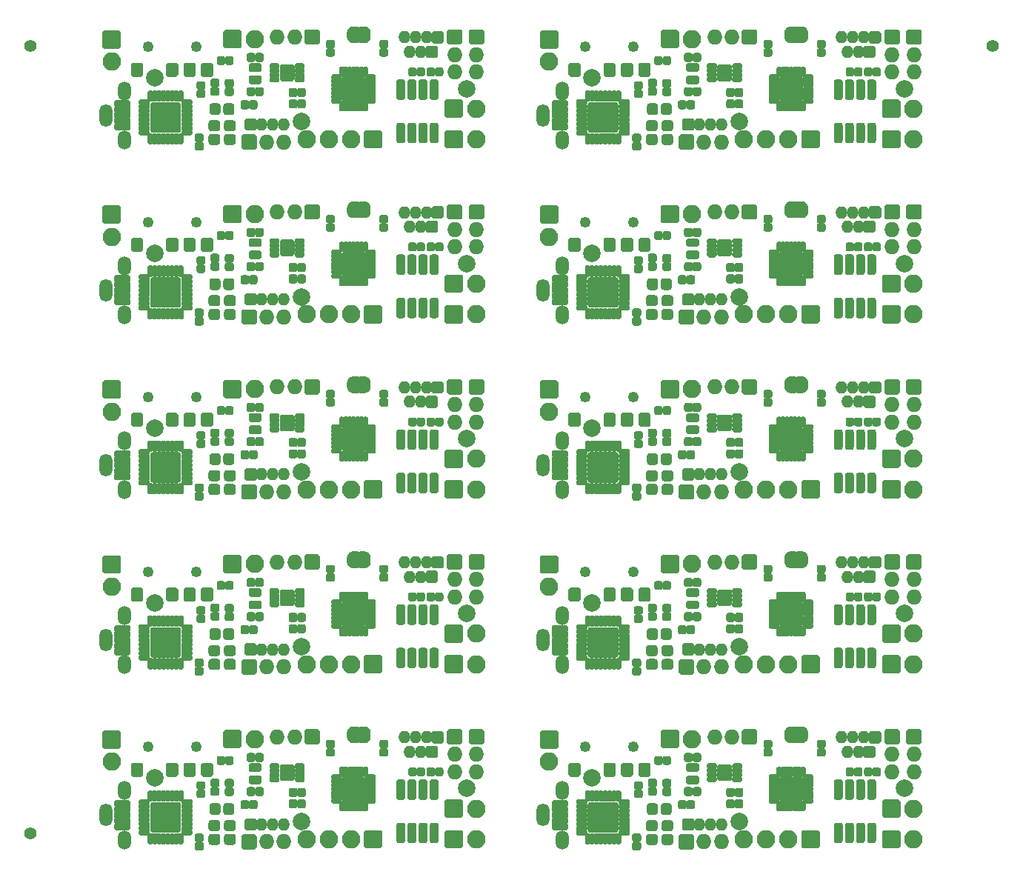
<source format=gbr>
G04 #@! TF.GenerationSoftware,KiCad,Pcbnew,(5.1.9)-1*
G04 #@! TF.CreationDate,2021-05-17T22:57:24+10:00*
G04 #@! TF.ProjectId,microBoSL-panel,6d696372-6f42-46f5-934c-2d70616e656c,rev?*
G04 #@! TF.SameCoordinates,Original*
G04 #@! TF.FileFunction,Soldermask,Top*
G04 #@! TF.FilePolarity,Negative*
%FSLAX46Y46*%
G04 Gerber Fmt 4.6, Leading zero omitted, Abs format (unit mm)*
G04 Created by KiCad (PCBNEW (5.1.9)-1) date 2021-05-17 22:57:24*
%MOMM*%
%LPD*%
G01*
G04 APERTURE LIST*
%ADD10C,1.400000*%
%ADD11O,2.100000X2.100000*%
%ADD12O,1.500000X2.200000*%
%ADD13O,1.500000X2.600000*%
%ADD14C,0.150000*%
%ADD15C,1.250000*%
%ADD16O,1.400000X1.400000*%
%ADD17C,2.000000*%
%ADD18O,1.750000X1.750000*%
G04 APERTURE END LIST*
D10*
X20020997Y-135001033D03*
X129989005Y-44998997D03*
X20020997Y-44998997D03*
G36*
G01*
X92459756Y-133505033D02*
X93172256Y-133505033D01*
G75*
G02*
X93491006Y-133823783I0J-318750D01*
G01*
X93491006Y-134461283D01*
G75*
G02*
X93172256Y-134780033I-318750J0D01*
G01*
X92459756Y-134780033D01*
G75*
G02*
X92141006Y-134461283I0J318750D01*
G01*
X92141006Y-133823783D01*
G75*
G02*
X92459756Y-133505033I318750J0D01*
G01*
G37*
G36*
G01*
X92459756Y-135080033D02*
X93172256Y-135080033D01*
G75*
G02*
X93491006Y-135398783I0J-318750D01*
G01*
X93491006Y-136036283D01*
G75*
G02*
X93172256Y-136355033I-318750J0D01*
G01*
X92459756Y-136355033D01*
G75*
G02*
X92141006Y-136036283I0J318750D01*
G01*
X92141006Y-135398783D01*
G75*
G02*
X92459756Y-135080033I318750J0D01*
G01*
G37*
G36*
G01*
X90681756Y-133505033D02*
X91394256Y-133505033D01*
G75*
G02*
X91713006Y-133823783I0J-318750D01*
G01*
X91713006Y-134461283D01*
G75*
G02*
X91394256Y-134780033I-318750J0D01*
G01*
X90681756Y-134780033D01*
G75*
G02*
X90363006Y-134461283I0J318750D01*
G01*
X90363006Y-133823783D01*
G75*
G02*
X90681756Y-133505033I318750J0D01*
G01*
G37*
G36*
G01*
X90681756Y-135080033D02*
X91394256Y-135080033D01*
G75*
G02*
X91713006Y-135398783I0J-318750D01*
G01*
X91713006Y-136036283D01*
G75*
G02*
X91394256Y-136355033I-318750J0D01*
G01*
X90681756Y-136355033D01*
G75*
G02*
X90363006Y-136036283I0J318750D01*
G01*
X90363006Y-135398783D01*
G75*
G02*
X90681756Y-135080033I318750J0D01*
G01*
G37*
G36*
G01*
X93325006Y-131893783D02*
X93325006Y-132606283D01*
G75*
G02*
X93006256Y-132925033I-318750J0D01*
G01*
X92368756Y-132925033D01*
G75*
G02*
X92050006Y-132606283I0J318750D01*
G01*
X92050006Y-131893783D01*
G75*
G02*
X92368756Y-131575033I318750J0D01*
G01*
X93006256Y-131575033D01*
G75*
G02*
X93325006Y-131893783I0J-318750D01*
G01*
G37*
G36*
G01*
X91750006Y-131893783D02*
X91750006Y-132606283D01*
G75*
G02*
X91431256Y-132925033I-318750J0D01*
G01*
X90793756Y-132925033D01*
G75*
G02*
X90475006Y-132606283I0J318750D01*
G01*
X90475006Y-131893783D01*
G75*
G02*
X90793756Y-131575033I318750J0D01*
G01*
X91431256Y-131575033D01*
G75*
G02*
X91750006Y-131893783I0J-318750D01*
G01*
G37*
D11*
X101550006Y-135700033D03*
X104090006Y-135700033D03*
X106630006Y-135700033D03*
G36*
G01*
X108320006Y-134650033D02*
X110020006Y-134650033D01*
G75*
G02*
X110220006Y-134850033I0J-200000D01*
G01*
X110220006Y-136550033D01*
G75*
G02*
X110020006Y-136750033I-200000J0D01*
G01*
X108320006Y-136750033D01*
G75*
G02*
X108120006Y-136550033I0J200000D01*
G01*
X108120006Y-134850033D01*
G75*
G02*
X108320006Y-134650033I200000J0D01*
G01*
G37*
G36*
G01*
X78250006Y-125150033D02*
X78250006Y-123450033D01*
G75*
G02*
X78450006Y-123250033I200000J0D01*
G01*
X80150006Y-123250033D01*
G75*
G02*
X80350006Y-123450033I0J-200000D01*
G01*
X80350006Y-125150033D01*
G75*
G02*
X80150006Y-125350033I-200000J0D01*
G01*
X78450006Y-125350033D01*
G75*
G02*
X78250006Y-125150033I0J200000D01*
G01*
G37*
X79300006Y-126840033D03*
G36*
G01*
X93950006Y-125300033D02*
X92250006Y-125300033D01*
G75*
G02*
X92050006Y-125100033I0J200000D01*
G01*
X92050006Y-123400033D01*
G75*
G02*
X92250006Y-123200033I200000J0D01*
G01*
X93950006Y-123200033D01*
G75*
G02*
X94150006Y-123400033I0J-200000D01*
G01*
X94150006Y-125100033D01*
G75*
G02*
X93950006Y-125300033I-200000J0D01*
G01*
G37*
X95640006Y-124250033D03*
G36*
G01*
X79775006Y-132525033D02*
X81275006Y-132525033D01*
G75*
G02*
X81475006Y-132725033I0J-200000D01*
G01*
X81475006Y-133175033D01*
G75*
G02*
X81275006Y-133375033I-200000J0D01*
G01*
X79775006Y-133375033D01*
G75*
G02*
X79575006Y-133175033I0J200000D01*
G01*
X79575006Y-132725033D01*
G75*
G02*
X79775006Y-132525033I200000J0D01*
G01*
G37*
G36*
G01*
X79775006Y-133175033D02*
X81275006Y-133175033D01*
G75*
G02*
X81475006Y-133375033I0J-200000D01*
G01*
X81475006Y-133825033D01*
G75*
G02*
X81275006Y-134025033I-200000J0D01*
G01*
X79775006Y-134025033D01*
G75*
G02*
X79575006Y-133825033I0J200000D01*
G01*
X79575006Y-133375033D01*
G75*
G02*
X79775006Y-133175033I200000J0D01*
G01*
G37*
G36*
G01*
X79775006Y-131875033D02*
X81275006Y-131875033D01*
G75*
G02*
X81475006Y-132075033I0J-200000D01*
G01*
X81475006Y-132525033D01*
G75*
G02*
X81275006Y-132725033I-200000J0D01*
G01*
X79775006Y-132725033D01*
G75*
G02*
X79575006Y-132525033I0J200000D01*
G01*
X79575006Y-132075033D01*
G75*
G02*
X79775006Y-131875033I200000J0D01*
G01*
G37*
G36*
G01*
X79775006Y-133825033D02*
X81275006Y-133825033D01*
G75*
G02*
X81475006Y-134025033I0J-200000D01*
G01*
X81475006Y-134475033D01*
G75*
G02*
X81275006Y-134675033I-200000J0D01*
G01*
X79775006Y-134675033D01*
G75*
G02*
X79575006Y-134475033I0J200000D01*
G01*
X79575006Y-134025033D01*
G75*
G02*
X79775006Y-133825033I200000J0D01*
G01*
G37*
G36*
G01*
X79775006Y-131225033D02*
X81275006Y-131225033D01*
G75*
G02*
X81475006Y-131425033I0J-200000D01*
G01*
X81475006Y-131875033D01*
G75*
G02*
X81275006Y-132075033I-200000J0D01*
G01*
X79775006Y-132075033D01*
G75*
G02*
X79575006Y-131875033I0J200000D01*
G01*
X79575006Y-131425033D01*
G75*
G02*
X79775006Y-131225033I200000J0D01*
G01*
G37*
D12*
X80775006Y-130150033D03*
X80775006Y-135750033D03*
D13*
X78625006Y-132950033D03*
G36*
G01*
X83996006Y-131450033D02*
X86929006Y-131450033D01*
G75*
G02*
X87212506Y-131733533I0J-283500D01*
G01*
X87212506Y-134666533D01*
G75*
G02*
X86929006Y-134950033I-283500J0D01*
G01*
X83996006Y-134950033D01*
G75*
G02*
X83712506Y-134666533I0J283500D01*
G01*
X83712506Y-131733533D01*
G75*
G02*
X83996006Y-131450033I283500J0D01*
G01*
G37*
G36*
G01*
X87050006Y-130125033D02*
X87375006Y-130125033D01*
G75*
G02*
X87537506Y-130287533I0J-162500D01*
G01*
X87537506Y-131237533D01*
G75*
G02*
X87375006Y-131400033I-162500J0D01*
G01*
X87050006Y-131400033D01*
G75*
G02*
X86887506Y-131237533I0J162500D01*
G01*
X86887506Y-130287533D01*
G75*
G02*
X87050006Y-130125033I162500J0D01*
G01*
G37*
G36*
G01*
X86550006Y-130125033D02*
X86875006Y-130125033D01*
G75*
G02*
X87037506Y-130287533I0J-162500D01*
G01*
X87037506Y-131237533D01*
G75*
G02*
X86875006Y-131400033I-162500J0D01*
G01*
X86550006Y-131400033D01*
G75*
G02*
X86387506Y-131237533I0J162500D01*
G01*
X86387506Y-130287533D01*
G75*
G02*
X86550006Y-130125033I162500J0D01*
G01*
G37*
G36*
G01*
X86050006Y-130125033D02*
X86375006Y-130125033D01*
G75*
G02*
X86537506Y-130287533I0J-162500D01*
G01*
X86537506Y-131237533D01*
G75*
G02*
X86375006Y-131400033I-162500J0D01*
G01*
X86050006Y-131400033D01*
G75*
G02*
X85887506Y-131237533I0J162500D01*
G01*
X85887506Y-130287533D01*
G75*
G02*
X86050006Y-130125033I162500J0D01*
G01*
G37*
G36*
G01*
X85550006Y-130125033D02*
X85875006Y-130125033D01*
G75*
G02*
X86037506Y-130287533I0J-162500D01*
G01*
X86037506Y-131237533D01*
G75*
G02*
X85875006Y-131400033I-162500J0D01*
G01*
X85550006Y-131400033D01*
G75*
G02*
X85387506Y-131237533I0J162500D01*
G01*
X85387506Y-130287533D01*
G75*
G02*
X85550006Y-130125033I162500J0D01*
G01*
G37*
G36*
G01*
X85050006Y-130125033D02*
X85375006Y-130125033D01*
G75*
G02*
X85537506Y-130287533I0J-162500D01*
G01*
X85537506Y-131237533D01*
G75*
G02*
X85375006Y-131400033I-162500J0D01*
G01*
X85050006Y-131400033D01*
G75*
G02*
X84887506Y-131237533I0J162500D01*
G01*
X84887506Y-130287533D01*
G75*
G02*
X85050006Y-130125033I162500J0D01*
G01*
G37*
G36*
G01*
X84550006Y-130125033D02*
X84875006Y-130125033D01*
G75*
G02*
X85037506Y-130287533I0J-162500D01*
G01*
X85037506Y-131237533D01*
G75*
G02*
X84875006Y-131400033I-162500J0D01*
G01*
X84550006Y-131400033D01*
G75*
G02*
X84387506Y-131237533I0J162500D01*
G01*
X84387506Y-130287533D01*
G75*
G02*
X84550006Y-130125033I162500J0D01*
G01*
G37*
G36*
G01*
X84050006Y-130125033D02*
X84375006Y-130125033D01*
G75*
G02*
X84537506Y-130287533I0J-162500D01*
G01*
X84537506Y-131237533D01*
G75*
G02*
X84375006Y-131400033I-162500J0D01*
G01*
X84050006Y-131400033D01*
G75*
G02*
X83887506Y-131237533I0J162500D01*
G01*
X83887506Y-130287533D01*
G75*
G02*
X84050006Y-130125033I162500J0D01*
G01*
G37*
G36*
G01*
X83550006Y-130125033D02*
X83875006Y-130125033D01*
G75*
G02*
X84037506Y-130287533I0J-162500D01*
G01*
X84037506Y-131237533D01*
G75*
G02*
X83875006Y-131400033I-162500J0D01*
G01*
X83550006Y-131400033D01*
G75*
G02*
X83387506Y-131237533I0J162500D01*
G01*
X83387506Y-130287533D01*
G75*
G02*
X83550006Y-130125033I162500J0D01*
G01*
G37*
G36*
G01*
X82550006Y-131125033D02*
X83500006Y-131125033D01*
G75*
G02*
X83662506Y-131287533I0J-162500D01*
G01*
X83662506Y-131612533D01*
G75*
G02*
X83500006Y-131775033I-162500J0D01*
G01*
X82550006Y-131775033D01*
G75*
G02*
X82387506Y-131612533I0J162500D01*
G01*
X82387506Y-131287533D01*
G75*
G02*
X82550006Y-131125033I162500J0D01*
G01*
G37*
G36*
G01*
X82550006Y-131625033D02*
X83500006Y-131625033D01*
G75*
G02*
X83662506Y-131787533I0J-162500D01*
G01*
X83662506Y-132112533D01*
G75*
G02*
X83500006Y-132275033I-162500J0D01*
G01*
X82550006Y-132275033D01*
G75*
G02*
X82387506Y-132112533I0J162500D01*
G01*
X82387506Y-131787533D01*
G75*
G02*
X82550006Y-131625033I162500J0D01*
G01*
G37*
G36*
G01*
X82550006Y-132125033D02*
X83500006Y-132125033D01*
G75*
G02*
X83662506Y-132287533I0J-162500D01*
G01*
X83662506Y-132612533D01*
G75*
G02*
X83500006Y-132775033I-162500J0D01*
G01*
X82550006Y-132775033D01*
G75*
G02*
X82387506Y-132612533I0J162500D01*
G01*
X82387506Y-132287533D01*
G75*
G02*
X82550006Y-132125033I162500J0D01*
G01*
G37*
G36*
G01*
X82550006Y-132625033D02*
X83500006Y-132625033D01*
G75*
G02*
X83662506Y-132787533I0J-162500D01*
G01*
X83662506Y-133112533D01*
G75*
G02*
X83500006Y-133275033I-162500J0D01*
G01*
X82550006Y-133275033D01*
G75*
G02*
X82387506Y-133112533I0J162500D01*
G01*
X82387506Y-132787533D01*
G75*
G02*
X82550006Y-132625033I162500J0D01*
G01*
G37*
G36*
G01*
X82550006Y-133125033D02*
X83500006Y-133125033D01*
G75*
G02*
X83662506Y-133287533I0J-162500D01*
G01*
X83662506Y-133612533D01*
G75*
G02*
X83500006Y-133775033I-162500J0D01*
G01*
X82550006Y-133775033D01*
G75*
G02*
X82387506Y-133612533I0J162500D01*
G01*
X82387506Y-133287533D01*
G75*
G02*
X82550006Y-133125033I162500J0D01*
G01*
G37*
G36*
G01*
X82550006Y-133625033D02*
X83500006Y-133625033D01*
G75*
G02*
X83662506Y-133787533I0J-162500D01*
G01*
X83662506Y-134112533D01*
G75*
G02*
X83500006Y-134275033I-162500J0D01*
G01*
X82550006Y-134275033D01*
G75*
G02*
X82387506Y-134112533I0J162500D01*
G01*
X82387506Y-133787533D01*
G75*
G02*
X82550006Y-133625033I162500J0D01*
G01*
G37*
G36*
G01*
X82550006Y-134125033D02*
X83500006Y-134125033D01*
G75*
G02*
X83662506Y-134287533I0J-162500D01*
G01*
X83662506Y-134612533D01*
G75*
G02*
X83500006Y-134775033I-162500J0D01*
G01*
X82550006Y-134775033D01*
G75*
G02*
X82387506Y-134612533I0J162500D01*
G01*
X82387506Y-134287533D01*
G75*
G02*
X82550006Y-134125033I162500J0D01*
G01*
G37*
G36*
G01*
X82550006Y-134625033D02*
X83500006Y-134625033D01*
G75*
G02*
X83662506Y-134787533I0J-162500D01*
G01*
X83662506Y-135112533D01*
G75*
G02*
X83500006Y-135275033I-162500J0D01*
G01*
X82550006Y-135275033D01*
G75*
G02*
X82387506Y-135112533I0J162500D01*
G01*
X82387506Y-134787533D01*
G75*
G02*
X82550006Y-134625033I162500J0D01*
G01*
G37*
G36*
G01*
X83550006Y-135000033D02*
X83875006Y-135000033D01*
G75*
G02*
X84037506Y-135162533I0J-162500D01*
G01*
X84037506Y-136112533D01*
G75*
G02*
X83875006Y-136275033I-162500J0D01*
G01*
X83550006Y-136275033D01*
G75*
G02*
X83387506Y-136112533I0J162500D01*
G01*
X83387506Y-135162533D01*
G75*
G02*
X83550006Y-135000033I162500J0D01*
G01*
G37*
G36*
G01*
X84050006Y-135000033D02*
X84375006Y-135000033D01*
G75*
G02*
X84537506Y-135162533I0J-162500D01*
G01*
X84537506Y-136112533D01*
G75*
G02*
X84375006Y-136275033I-162500J0D01*
G01*
X84050006Y-136275033D01*
G75*
G02*
X83887506Y-136112533I0J162500D01*
G01*
X83887506Y-135162533D01*
G75*
G02*
X84050006Y-135000033I162500J0D01*
G01*
G37*
G36*
G01*
X84550006Y-135000033D02*
X84875006Y-135000033D01*
G75*
G02*
X85037506Y-135162533I0J-162500D01*
G01*
X85037506Y-136112533D01*
G75*
G02*
X84875006Y-136275033I-162500J0D01*
G01*
X84550006Y-136275033D01*
G75*
G02*
X84387506Y-136112533I0J162500D01*
G01*
X84387506Y-135162533D01*
G75*
G02*
X84550006Y-135000033I162500J0D01*
G01*
G37*
G36*
G01*
X85050006Y-135000033D02*
X85375006Y-135000033D01*
G75*
G02*
X85537506Y-135162533I0J-162500D01*
G01*
X85537506Y-136112533D01*
G75*
G02*
X85375006Y-136275033I-162500J0D01*
G01*
X85050006Y-136275033D01*
G75*
G02*
X84887506Y-136112533I0J162500D01*
G01*
X84887506Y-135162533D01*
G75*
G02*
X85050006Y-135000033I162500J0D01*
G01*
G37*
G36*
G01*
X85550006Y-135000033D02*
X85875006Y-135000033D01*
G75*
G02*
X86037506Y-135162533I0J-162500D01*
G01*
X86037506Y-136112533D01*
G75*
G02*
X85875006Y-136275033I-162500J0D01*
G01*
X85550006Y-136275033D01*
G75*
G02*
X85387506Y-136112533I0J162500D01*
G01*
X85387506Y-135162533D01*
G75*
G02*
X85550006Y-135000033I162500J0D01*
G01*
G37*
G36*
G01*
X86050006Y-135000033D02*
X86375006Y-135000033D01*
G75*
G02*
X86537506Y-135162533I0J-162500D01*
G01*
X86537506Y-136112533D01*
G75*
G02*
X86375006Y-136275033I-162500J0D01*
G01*
X86050006Y-136275033D01*
G75*
G02*
X85887506Y-136112533I0J162500D01*
G01*
X85887506Y-135162533D01*
G75*
G02*
X86050006Y-135000033I162500J0D01*
G01*
G37*
G36*
G01*
X86550006Y-135000033D02*
X86875006Y-135000033D01*
G75*
G02*
X87037506Y-135162533I0J-162500D01*
G01*
X87037506Y-136112533D01*
G75*
G02*
X86875006Y-136275033I-162500J0D01*
G01*
X86550006Y-136275033D01*
G75*
G02*
X86387506Y-136112533I0J162500D01*
G01*
X86387506Y-135162533D01*
G75*
G02*
X86550006Y-135000033I162500J0D01*
G01*
G37*
G36*
G01*
X87050006Y-135000033D02*
X87375006Y-135000033D01*
G75*
G02*
X87537506Y-135162533I0J-162500D01*
G01*
X87537506Y-136112533D01*
G75*
G02*
X87375006Y-136275033I-162500J0D01*
G01*
X87050006Y-136275033D01*
G75*
G02*
X86887506Y-136112533I0J162500D01*
G01*
X86887506Y-135162533D01*
G75*
G02*
X87050006Y-135000033I162500J0D01*
G01*
G37*
G36*
G01*
X87425006Y-134625033D02*
X88375006Y-134625033D01*
G75*
G02*
X88537506Y-134787533I0J-162500D01*
G01*
X88537506Y-135112533D01*
G75*
G02*
X88375006Y-135275033I-162500J0D01*
G01*
X87425006Y-135275033D01*
G75*
G02*
X87262506Y-135112533I0J162500D01*
G01*
X87262506Y-134787533D01*
G75*
G02*
X87425006Y-134625033I162500J0D01*
G01*
G37*
G36*
G01*
X87425006Y-134125033D02*
X88375006Y-134125033D01*
G75*
G02*
X88537506Y-134287533I0J-162500D01*
G01*
X88537506Y-134612533D01*
G75*
G02*
X88375006Y-134775033I-162500J0D01*
G01*
X87425006Y-134775033D01*
G75*
G02*
X87262506Y-134612533I0J162500D01*
G01*
X87262506Y-134287533D01*
G75*
G02*
X87425006Y-134125033I162500J0D01*
G01*
G37*
G36*
G01*
X87425006Y-133625033D02*
X88375006Y-133625033D01*
G75*
G02*
X88537506Y-133787533I0J-162500D01*
G01*
X88537506Y-134112533D01*
G75*
G02*
X88375006Y-134275033I-162500J0D01*
G01*
X87425006Y-134275033D01*
G75*
G02*
X87262506Y-134112533I0J162500D01*
G01*
X87262506Y-133787533D01*
G75*
G02*
X87425006Y-133625033I162500J0D01*
G01*
G37*
G36*
G01*
X87425006Y-133125033D02*
X88375006Y-133125033D01*
G75*
G02*
X88537506Y-133287533I0J-162500D01*
G01*
X88537506Y-133612533D01*
G75*
G02*
X88375006Y-133775033I-162500J0D01*
G01*
X87425006Y-133775033D01*
G75*
G02*
X87262506Y-133612533I0J162500D01*
G01*
X87262506Y-133287533D01*
G75*
G02*
X87425006Y-133125033I162500J0D01*
G01*
G37*
G36*
G01*
X87425006Y-132625033D02*
X88375006Y-132625033D01*
G75*
G02*
X88537506Y-132787533I0J-162500D01*
G01*
X88537506Y-133112533D01*
G75*
G02*
X88375006Y-133275033I-162500J0D01*
G01*
X87425006Y-133275033D01*
G75*
G02*
X87262506Y-133112533I0J162500D01*
G01*
X87262506Y-132787533D01*
G75*
G02*
X87425006Y-132625033I162500J0D01*
G01*
G37*
G36*
G01*
X87425006Y-132125033D02*
X88375006Y-132125033D01*
G75*
G02*
X88537506Y-132287533I0J-162500D01*
G01*
X88537506Y-132612533D01*
G75*
G02*
X88375006Y-132775033I-162500J0D01*
G01*
X87425006Y-132775033D01*
G75*
G02*
X87262506Y-132612533I0J162500D01*
G01*
X87262506Y-132287533D01*
G75*
G02*
X87425006Y-132125033I162500J0D01*
G01*
G37*
G36*
G01*
X87425006Y-131625033D02*
X88375006Y-131625033D01*
G75*
G02*
X88537506Y-131787533I0J-162500D01*
G01*
X88537506Y-132112533D01*
G75*
G02*
X88375006Y-132275033I-162500J0D01*
G01*
X87425006Y-132275033D01*
G75*
G02*
X87262506Y-132112533I0J162500D01*
G01*
X87262506Y-131787533D01*
G75*
G02*
X87425006Y-131625033I162500J0D01*
G01*
G37*
G36*
G01*
X87425006Y-131125033D02*
X88375006Y-131125033D01*
G75*
G02*
X88537506Y-131287533I0J-162500D01*
G01*
X88537506Y-131612533D01*
G75*
G02*
X88375006Y-131775033I-162500J0D01*
G01*
X87425006Y-131775033D01*
G75*
G02*
X87262506Y-131612533I0J162500D01*
G01*
X87262506Y-131287533D01*
G75*
G02*
X87425006Y-131125033I162500J0D01*
G01*
G37*
G36*
G01*
X94720006Y-126622533D02*
X94720006Y-126077533D01*
G75*
G02*
X94967506Y-125830033I247500J0D01*
G01*
X95462506Y-125830033D01*
G75*
G02*
X95710006Y-126077533I0J-247500D01*
G01*
X95710006Y-126622533D01*
G75*
G02*
X95462506Y-126870033I-247500J0D01*
G01*
X94967506Y-126870033D01*
G75*
G02*
X94720006Y-126622533I0J247500D01*
G01*
G37*
G36*
G01*
X95690006Y-126622533D02*
X95690006Y-126077533D01*
G75*
G02*
X95937506Y-125830033I247500J0D01*
G01*
X96432506Y-125830033D01*
G75*
G02*
X96680006Y-126077533I0J-247500D01*
G01*
X96680006Y-126622533D01*
G75*
G02*
X96432506Y-126870033I-247500J0D01*
G01*
X95937506Y-126870033D01*
G75*
G02*
X95690006Y-126622533I0J247500D01*
G01*
G37*
G36*
G01*
X94720006Y-130522533D02*
X94720006Y-129977533D01*
G75*
G02*
X94967506Y-129730033I247500J0D01*
G01*
X95462506Y-129730033D01*
G75*
G02*
X95710006Y-129977533I0J-247500D01*
G01*
X95710006Y-130522533D01*
G75*
G02*
X95462506Y-130770033I-247500J0D01*
G01*
X94967506Y-130770033D01*
G75*
G02*
X94720006Y-130522533I0J247500D01*
G01*
G37*
G36*
G01*
X95690006Y-130522533D02*
X95690006Y-129977533D01*
G75*
G02*
X95937506Y-129730033I247500J0D01*
G01*
X96432506Y-129730033D01*
G75*
G02*
X96680006Y-129977533I0J-247500D01*
G01*
X96680006Y-130522533D01*
G75*
G02*
X96432506Y-130770033I-247500J0D01*
G01*
X95937506Y-130770033D01*
G75*
G02*
X95690006Y-130522533I0J247500D01*
G01*
G37*
G36*
G01*
X99535006Y-131922533D02*
X99535006Y-131377533D01*
G75*
G02*
X99782506Y-131130033I247500J0D01*
G01*
X100277506Y-131130033D01*
G75*
G02*
X100525006Y-131377533I0J-247500D01*
G01*
X100525006Y-131922533D01*
G75*
G02*
X100277506Y-132170033I-247500J0D01*
G01*
X99782506Y-132170033D01*
G75*
G02*
X99535006Y-131922533I0J247500D01*
G01*
G37*
G36*
G01*
X100505006Y-131922533D02*
X100505006Y-131377533D01*
G75*
G02*
X100752506Y-131130033I247500J0D01*
G01*
X101247506Y-131130033D01*
G75*
G02*
X101495006Y-131377533I0J-247500D01*
G01*
X101495006Y-131922533D01*
G75*
G02*
X101247506Y-132170033I-247500J0D01*
G01*
X100752506Y-132170033D01*
G75*
G02*
X100505006Y-131922533I0J247500D01*
G01*
G37*
G36*
G01*
X101495006Y-130077533D02*
X101495006Y-130622533D01*
G75*
G02*
X101247506Y-130870033I-247500J0D01*
G01*
X100752506Y-130870033D01*
G75*
G02*
X100505006Y-130622533I0J247500D01*
G01*
X100505006Y-130077533D01*
G75*
G02*
X100752506Y-129830033I247500J0D01*
G01*
X101247506Y-129830033D01*
G75*
G02*
X101495006Y-130077533I0J-247500D01*
G01*
G37*
G36*
G01*
X100525006Y-130077533D02*
X100525006Y-130622533D01*
G75*
G02*
X100277506Y-130870033I-247500J0D01*
G01*
X99782506Y-130870033D01*
G75*
G02*
X99535006Y-130622533I0J247500D01*
G01*
X99535006Y-130077533D01*
G75*
G02*
X99782506Y-129830033I247500J0D01*
G01*
X100277506Y-129830033D01*
G75*
G02*
X100525006Y-130077533I0J-247500D01*
G01*
G37*
G36*
G01*
X91372506Y-130730033D02*
X90827506Y-130730033D01*
G75*
G02*
X90580006Y-130482533I0J247500D01*
G01*
X90580006Y-129987533D01*
G75*
G02*
X90827506Y-129740033I247500J0D01*
G01*
X91372506Y-129740033D01*
G75*
G02*
X91620006Y-129987533I0J-247500D01*
G01*
X91620006Y-130482533D01*
G75*
G02*
X91372506Y-130730033I-247500J0D01*
G01*
G37*
G36*
G01*
X91372506Y-129760033D02*
X90827506Y-129760033D01*
G75*
G02*
X90580006Y-129512533I0J247500D01*
G01*
X90580006Y-129017533D01*
G75*
G02*
X90827506Y-128770033I247500J0D01*
G01*
X91372506Y-128770033D01*
G75*
G02*
X91620006Y-129017533I0J-247500D01*
G01*
X91620006Y-129512533D01*
G75*
G02*
X91372506Y-129760033I-247500J0D01*
G01*
G37*
G36*
G01*
X94020006Y-132022533D02*
X94020006Y-131477533D01*
G75*
G02*
X94267506Y-131230033I247500J0D01*
G01*
X94762506Y-131230033D01*
G75*
G02*
X95010006Y-131477533I0J-247500D01*
G01*
X95010006Y-132022533D01*
G75*
G02*
X94762506Y-132270033I-247500J0D01*
G01*
X94267506Y-132270033D01*
G75*
G02*
X94020006Y-132022533I0J247500D01*
G01*
G37*
G36*
G01*
X94990006Y-132022533D02*
X94990006Y-131477533D01*
G75*
G02*
X95237506Y-131230033I247500J0D01*
G01*
X95732506Y-131230033D01*
G75*
G02*
X95980006Y-131477533I0J-247500D01*
G01*
X95980006Y-132022533D01*
G75*
G02*
X95732506Y-132270033I-247500J0D01*
G01*
X95237506Y-132270033D01*
G75*
G02*
X94990006Y-132022533I0J247500D01*
G01*
G37*
G36*
G01*
X89027506Y-135035033D02*
X89572506Y-135035033D01*
G75*
G02*
X89820006Y-135282533I0J-247500D01*
G01*
X89820006Y-135777533D01*
G75*
G02*
X89572506Y-136025033I-247500J0D01*
G01*
X89027506Y-136025033D01*
G75*
G02*
X88780006Y-135777533I0J247500D01*
G01*
X88780006Y-135282533D01*
G75*
G02*
X89027506Y-135035033I247500J0D01*
G01*
G37*
G36*
G01*
X89027506Y-136005033D02*
X89572506Y-136005033D01*
G75*
G02*
X89820006Y-136252533I0J-247500D01*
G01*
X89820006Y-136747533D01*
G75*
G02*
X89572506Y-136995033I-247500J0D01*
G01*
X89027506Y-136995033D01*
G75*
G02*
X88780006Y-136747533I0J247500D01*
G01*
X88780006Y-136252533D01*
G75*
G02*
X89027506Y-136005033I247500J0D01*
G01*
G37*
G36*
G01*
X93022506Y-130761033D02*
X92477506Y-130761033D01*
G75*
G02*
X92230006Y-130513533I0J247500D01*
G01*
X92230006Y-130018533D01*
G75*
G02*
X92477506Y-129771033I247500J0D01*
G01*
X93022506Y-129771033D01*
G75*
G02*
X93270006Y-130018533I0J-247500D01*
G01*
X93270006Y-130513533D01*
G75*
G02*
X93022506Y-130761033I-247500J0D01*
G01*
G37*
G36*
G01*
X93022506Y-129791033D02*
X92477506Y-129791033D01*
G75*
G02*
X92230006Y-129543533I0J247500D01*
G01*
X92230006Y-129048533D01*
G75*
G02*
X92477506Y-128801033I247500J0D01*
G01*
X93022506Y-128801033D01*
G75*
G02*
X93270006Y-129048533I0J-247500D01*
G01*
X93270006Y-129543533D01*
G75*
G02*
X93022506Y-129791033I-247500J0D01*
G01*
G37*
G36*
G01*
X97325006Y-127500033D02*
X97325006Y-127200033D01*
G75*
G02*
X97525006Y-127000033I200000J0D01*
G01*
X98275006Y-127000033D01*
G75*
G02*
X98475006Y-127200033I0J-200000D01*
G01*
X98475006Y-127500033D01*
G75*
G02*
X98275006Y-127700033I-200000J0D01*
G01*
X97525006Y-127700033D01*
G75*
G02*
X97325006Y-127500033I0J200000D01*
G01*
G37*
G36*
G01*
X97325006Y-128000033D02*
X97325006Y-127700033D01*
G75*
G02*
X97525006Y-127500033I200000J0D01*
G01*
X98275006Y-127500033D01*
G75*
G02*
X98475006Y-127700033I0J-200000D01*
G01*
X98475006Y-128000033D01*
G75*
G02*
X98275006Y-128200033I-200000J0D01*
G01*
X97525006Y-128200033D01*
G75*
G02*
X97325006Y-128000033I0J200000D01*
G01*
G37*
G36*
G01*
X97325006Y-128500033D02*
X97325006Y-128200033D01*
G75*
G02*
X97525006Y-128000033I200000J0D01*
G01*
X98275006Y-128000033D01*
G75*
G02*
X98475006Y-128200033I0J-200000D01*
G01*
X98475006Y-128500033D01*
G75*
G02*
X98275006Y-128700033I-200000J0D01*
G01*
X97525006Y-128700033D01*
G75*
G02*
X97325006Y-128500033I0J200000D01*
G01*
G37*
G36*
G01*
X97325006Y-129000033D02*
X97325006Y-128700033D01*
G75*
G02*
X97525006Y-128500033I200000J0D01*
G01*
X98275006Y-128500033D01*
G75*
G02*
X98475006Y-128700033I0J-200000D01*
G01*
X98475006Y-129000033D01*
G75*
G02*
X98275006Y-129200033I-200000J0D01*
G01*
X97525006Y-129200033D01*
G75*
G02*
X97325006Y-129000033I0J200000D01*
G01*
G37*
G36*
G01*
X100225006Y-129000033D02*
X100225006Y-128700033D01*
G75*
G02*
X100425006Y-128500033I200000J0D01*
G01*
X101175006Y-128500033D01*
G75*
G02*
X101375006Y-128700033I0J-200000D01*
G01*
X101375006Y-129000033D01*
G75*
G02*
X101175006Y-129200033I-200000J0D01*
G01*
X100425006Y-129200033D01*
G75*
G02*
X100225006Y-129000033I0J200000D01*
G01*
G37*
G36*
G01*
X100225006Y-128500033D02*
X100225006Y-128200033D01*
G75*
G02*
X100425006Y-128000033I200000J0D01*
G01*
X101175006Y-128000033D01*
G75*
G02*
X101375006Y-128200033I0J-200000D01*
G01*
X101375006Y-128500033D01*
G75*
G02*
X101175006Y-128700033I-200000J0D01*
G01*
X100425006Y-128700033D01*
G75*
G02*
X100225006Y-128500033I0J200000D01*
G01*
G37*
G36*
G01*
X100225006Y-128000033D02*
X100225006Y-127700033D01*
G75*
G02*
X100425006Y-127500033I200000J0D01*
G01*
X101175006Y-127500033D01*
G75*
G02*
X101375006Y-127700033I0J-200000D01*
G01*
X101375006Y-128000033D01*
G75*
G02*
X101175006Y-128200033I-200000J0D01*
G01*
X100425006Y-128200033D01*
G75*
G02*
X100225006Y-128000033I0J200000D01*
G01*
G37*
G36*
G01*
X100225006Y-127500033D02*
X100225006Y-127200033D01*
G75*
G02*
X100425006Y-127000033I200000J0D01*
G01*
X101175006Y-127000033D01*
G75*
G02*
X101375006Y-127200033I0J-200000D01*
G01*
X101375006Y-127500033D01*
G75*
G02*
X101175006Y-127700033I-200000J0D01*
G01*
X100425006Y-127700033D01*
G75*
G02*
X100225006Y-127500033I0J200000D01*
G01*
G37*
G36*
G01*
X98500006Y-128850033D02*
X98500006Y-127350033D01*
G75*
G02*
X98700006Y-127150033I200000J0D01*
G01*
X100000006Y-127150033D01*
G75*
G02*
X100200006Y-127350033I0J-200000D01*
G01*
X100200006Y-128850033D01*
G75*
G02*
X100000006Y-129050033I-200000J0D01*
G01*
X98700006Y-129050033D01*
G75*
G02*
X98500006Y-128850033I0J200000D01*
G01*
G37*
G36*
G01*
X110130006Y-124340033D02*
X110670006Y-124340033D01*
G75*
G02*
X110910006Y-124580033I0J-240000D01*
G01*
X110910006Y-125060033D01*
G75*
G02*
X110670006Y-125300033I-240000J0D01*
G01*
X110130006Y-125300033D01*
G75*
G02*
X109890006Y-125060033I0J240000D01*
G01*
X109890006Y-124580033D01*
G75*
G02*
X110130006Y-124340033I240000J0D01*
G01*
G37*
G36*
G01*
X110130006Y-125300033D02*
X110670006Y-125300033D01*
G75*
G02*
X110910006Y-125540033I0J-240000D01*
G01*
X110910006Y-126020033D01*
G75*
G02*
X110670006Y-126260033I-240000J0D01*
G01*
X110130006Y-126260033D01*
G75*
G02*
X109890006Y-126020033I0J240000D01*
G01*
X109890006Y-125540033D01*
G75*
G02*
X110130006Y-125300033I240000J0D01*
G01*
G37*
G36*
G01*
X104570006Y-126260033D02*
X104030006Y-126260033D01*
G75*
G02*
X103790006Y-126020033I0J240000D01*
G01*
X103790006Y-125540033D01*
G75*
G02*
X104030006Y-125300033I240000J0D01*
G01*
X104570006Y-125300033D01*
G75*
G02*
X104810006Y-125540033I0J-240000D01*
G01*
X104810006Y-126020033D01*
G75*
G02*
X104570006Y-126260033I-240000J0D01*
G01*
G37*
G36*
G01*
X104570006Y-125300033D02*
X104030006Y-125300033D01*
G75*
G02*
X103790006Y-125060033I0J240000D01*
G01*
X103790006Y-124580033D01*
G75*
G02*
X104030006Y-124340033I240000J0D01*
G01*
X104570006Y-124340033D01*
G75*
G02*
X104810006Y-124580033I0J-240000D01*
G01*
X104810006Y-125060033D01*
G75*
G02*
X104570006Y-125300033I-240000J0D01*
G01*
G37*
G36*
G01*
X89770006Y-130980033D02*
X89230006Y-130980033D01*
G75*
G02*
X88990006Y-130740033I0J240000D01*
G01*
X88990006Y-130260033D01*
G75*
G02*
X89230006Y-130020033I240000J0D01*
G01*
X89770006Y-130020033D01*
G75*
G02*
X90010006Y-130260033I0J-240000D01*
G01*
X90010006Y-130740033D01*
G75*
G02*
X89770006Y-130980033I-240000J0D01*
G01*
G37*
G36*
G01*
X89770006Y-130020033D02*
X89230006Y-130020033D01*
G75*
G02*
X88990006Y-129780033I0J240000D01*
G01*
X88990006Y-129300033D01*
G75*
G02*
X89230006Y-129060033I240000J0D01*
G01*
X89770006Y-129060033D01*
G75*
G02*
X90010006Y-129300033I0J-240000D01*
G01*
X90010006Y-129780033D01*
G75*
G02*
X89770006Y-130020033I-240000J0D01*
G01*
G37*
G36*
G01*
X93230006Y-126430033D02*
X93230006Y-126970033D01*
G75*
G02*
X92990006Y-127210033I-240000J0D01*
G01*
X92510006Y-127210033D01*
G75*
G02*
X92270006Y-126970033I0J240000D01*
G01*
X92270006Y-126430033D01*
G75*
G02*
X92510006Y-126190033I240000J0D01*
G01*
X92990006Y-126190033D01*
G75*
G02*
X93230006Y-126430033I0J-240000D01*
G01*
G37*
G36*
G01*
X92270006Y-126430033D02*
X92270006Y-126970033D01*
G75*
G02*
X92030006Y-127210033I-240000J0D01*
G01*
X91550006Y-127210033D01*
G75*
G02*
X91310006Y-126970033I0J240000D01*
G01*
X91310006Y-126430033D01*
G75*
G02*
X91550006Y-126190033I240000J0D01*
G01*
X92030006Y-126190033D01*
G75*
G02*
X92270006Y-126430033I0J-240000D01*
G01*
G37*
D14*
G36*
X107660988Y-124696190D02*
G01*
X107623469Y-124684809D01*
X107588892Y-124666327D01*
X107558585Y-124641454D01*
X107533712Y-124611147D01*
X107515230Y-124576570D01*
X107503849Y-124539051D01*
X107500006Y-124500033D01*
X107500006Y-123000033D01*
X107503849Y-122961015D01*
X107515230Y-122923496D01*
X107533712Y-122888919D01*
X107558585Y-122858612D01*
X107588892Y-122833739D01*
X107623469Y-122815257D01*
X107660988Y-122803876D01*
X107700006Y-122800033D01*
X108200006Y-122800033D01*
X108206118Y-122800635D01*
X108224540Y-122800635D01*
X108244146Y-122801598D01*
X108292977Y-122806408D01*
X108312386Y-122809287D01*
X108360511Y-122818859D01*
X108379554Y-122823629D01*
X108426509Y-122837873D01*
X108444986Y-122844484D01*
X108490319Y-122863261D01*
X108508067Y-122871656D01*
X108551340Y-122894787D01*
X108568168Y-122904873D01*
X108608967Y-122932133D01*
X108624736Y-122943828D01*
X108662665Y-122974956D01*
X108677206Y-122988136D01*
X108711903Y-123022833D01*
X108725083Y-123037374D01*
X108756211Y-123075303D01*
X108767906Y-123091072D01*
X108795166Y-123131871D01*
X108805252Y-123148699D01*
X108828383Y-123191972D01*
X108836778Y-123209720D01*
X108855555Y-123255053D01*
X108862166Y-123273530D01*
X108876410Y-123320485D01*
X108881180Y-123339528D01*
X108890752Y-123387653D01*
X108893631Y-123407062D01*
X108898441Y-123455893D01*
X108899404Y-123475499D01*
X108899404Y-123493921D01*
X108900006Y-123500033D01*
X108900006Y-124000033D01*
X108899404Y-124006145D01*
X108899404Y-124024567D01*
X108898441Y-124044173D01*
X108893631Y-124093004D01*
X108890752Y-124112413D01*
X108881180Y-124160538D01*
X108876410Y-124179581D01*
X108862166Y-124226536D01*
X108855555Y-124245013D01*
X108836778Y-124290346D01*
X108828383Y-124308094D01*
X108805252Y-124351367D01*
X108795166Y-124368195D01*
X108767906Y-124408994D01*
X108756211Y-124424763D01*
X108725083Y-124462692D01*
X108711903Y-124477233D01*
X108677206Y-124511930D01*
X108662665Y-124525110D01*
X108624736Y-124556238D01*
X108608967Y-124567933D01*
X108568168Y-124595193D01*
X108551340Y-124605279D01*
X108508067Y-124628410D01*
X108490319Y-124636805D01*
X108444986Y-124655582D01*
X108426509Y-124662193D01*
X108379554Y-124676437D01*
X108360511Y-124681207D01*
X108312386Y-124690779D01*
X108292977Y-124693658D01*
X108244146Y-124698468D01*
X108224540Y-124699431D01*
X108206118Y-124699431D01*
X108200006Y-124700033D01*
X107700006Y-124700033D01*
X107660988Y-124696190D01*
G37*
G36*
X106893894Y-124699431D02*
G01*
X106875472Y-124699431D01*
X106855866Y-124698468D01*
X106807035Y-124693658D01*
X106787626Y-124690779D01*
X106739501Y-124681207D01*
X106720458Y-124676437D01*
X106673503Y-124662193D01*
X106655026Y-124655582D01*
X106609693Y-124636805D01*
X106591945Y-124628410D01*
X106548672Y-124605279D01*
X106531844Y-124595193D01*
X106491045Y-124567933D01*
X106475276Y-124556238D01*
X106437347Y-124525110D01*
X106422806Y-124511930D01*
X106388109Y-124477233D01*
X106374929Y-124462692D01*
X106343801Y-124424763D01*
X106332106Y-124408994D01*
X106304846Y-124368195D01*
X106294760Y-124351367D01*
X106271629Y-124308094D01*
X106263234Y-124290346D01*
X106244457Y-124245013D01*
X106237846Y-124226536D01*
X106223602Y-124179581D01*
X106218832Y-124160538D01*
X106209260Y-124112413D01*
X106206381Y-124093004D01*
X106201571Y-124044173D01*
X106200608Y-124024567D01*
X106200608Y-124006145D01*
X106200006Y-124000033D01*
X106200006Y-123500033D01*
X106200608Y-123493921D01*
X106200608Y-123475499D01*
X106201571Y-123455893D01*
X106206381Y-123407062D01*
X106209260Y-123387653D01*
X106218832Y-123339528D01*
X106223602Y-123320485D01*
X106237846Y-123273530D01*
X106244457Y-123255053D01*
X106263234Y-123209720D01*
X106271629Y-123191972D01*
X106294760Y-123148699D01*
X106304846Y-123131871D01*
X106332106Y-123091072D01*
X106343801Y-123075303D01*
X106374929Y-123037374D01*
X106388109Y-123022833D01*
X106422806Y-122988136D01*
X106437347Y-122974956D01*
X106475276Y-122943828D01*
X106491045Y-122932133D01*
X106531844Y-122904873D01*
X106548672Y-122894787D01*
X106591945Y-122871656D01*
X106609693Y-122863261D01*
X106655026Y-122844484D01*
X106673503Y-122837873D01*
X106720458Y-122823629D01*
X106739501Y-122818859D01*
X106787626Y-122809287D01*
X106807035Y-122806408D01*
X106855866Y-122801598D01*
X106875472Y-122800635D01*
X106893894Y-122800635D01*
X106900006Y-122800033D01*
X107400006Y-122800033D01*
X107439024Y-122803876D01*
X107476543Y-122815257D01*
X107511120Y-122833739D01*
X107541427Y-122858612D01*
X107566300Y-122888919D01*
X107584782Y-122923496D01*
X107596163Y-122961015D01*
X107600006Y-123000033D01*
X107600006Y-124500033D01*
X107596163Y-124539051D01*
X107584782Y-124576570D01*
X107566300Y-124611147D01*
X107541427Y-124641454D01*
X107511120Y-124666327D01*
X107476543Y-124684809D01*
X107439024Y-124696190D01*
X107400006Y-124700033D01*
X106900006Y-124700033D01*
X106893894Y-124699431D01*
G37*
D15*
X83450006Y-125150033D03*
X88950006Y-125150033D03*
G36*
G01*
X86900006Y-127150033D02*
X86900006Y-128350033D01*
G75*
G02*
X86700006Y-128550033I-200000J0D01*
G01*
X85700006Y-128550033D01*
G75*
G02*
X85500006Y-128350033I0J200000D01*
G01*
X85500006Y-127150033D01*
G75*
G02*
X85700006Y-126950033I200000J0D01*
G01*
X86700006Y-126950033D01*
G75*
G02*
X86900006Y-127150033I0J-200000D01*
G01*
G37*
G36*
G01*
X82900006Y-127150033D02*
X82900006Y-128350033D01*
G75*
G02*
X82700006Y-128550033I-200000J0D01*
G01*
X81700006Y-128550033D01*
G75*
G02*
X81500006Y-128350033I0J200000D01*
G01*
X81500006Y-127150033D01*
G75*
G02*
X81700006Y-126950033I200000J0D01*
G01*
X82700006Y-126950033D01*
G75*
G02*
X82900006Y-127150033I0J-200000D01*
G01*
G37*
G36*
G01*
X88900006Y-127150033D02*
X88900006Y-128350033D01*
G75*
G02*
X88700006Y-128550033I-200000J0D01*
G01*
X87700006Y-128550033D01*
G75*
G02*
X87500006Y-128350033I0J200000D01*
G01*
X87500006Y-127150033D01*
G75*
G02*
X87700006Y-126950033I200000J0D01*
G01*
X88700006Y-126950033D01*
G75*
G02*
X88900006Y-127150033I0J-200000D01*
G01*
G37*
G36*
G01*
X90900006Y-127150033D02*
X90900006Y-128350033D01*
G75*
G02*
X90700006Y-128550033I-200000J0D01*
G01*
X89700006Y-128550033D01*
G75*
G02*
X89500006Y-128350033I0J200000D01*
G01*
X89500006Y-127150033D01*
G75*
G02*
X89700006Y-126950033I200000J0D01*
G01*
X90700006Y-126950033D01*
G75*
G02*
X90900006Y-127150033I0J-200000D01*
G01*
G37*
D14*
G36*
X105293723Y-128275996D02*
G01*
X105305916Y-128277197D01*
X105344372Y-128284847D01*
X105356097Y-128288404D01*
X105392310Y-128303404D01*
X105403115Y-128309179D01*
X105435723Y-128330967D01*
X105445194Y-128338740D01*
X105459733Y-128351918D01*
X105523121Y-128415306D01*
X105536299Y-128429845D01*
X105544072Y-128439316D01*
X105565860Y-128471924D01*
X105571635Y-128482729D01*
X105586635Y-128518942D01*
X105590192Y-128530667D01*
X105597842Y-128569123D01*
X105599043Y-128581316D01*
X105600006Y-128600921D01*
X105600006Y-128662533D01*
X105599043Y-128682138D01*
X105597842Y-128694331D01*
X105590192Y-128732787D01*
X105586635Y-128744512D01*
X105571635Y-128780725D01*
X105565860Y-128791530D01*
X105544072Y-128824138D01*
X105536299Y-128833609D01*
X105508582Y-128861326D01*
X105499111Y-128869099D01*
X105466503Y-128890887D01*
X105455698Y-128896662D01*
X105419485Y-128911662D01*
X105407760Y-128915219D01*
X105369304Y-128922869D01*
X105357111Y-128924070D01*
X105337506Y-128925033D01*
X104662506Y-128925033D01*
X104642901Y-128924070D01*
X104630708Y-128922869D01*
X104592252Y-128915219D01*
X104580527Y-128911662D01*
X104544314Y-128896662D01*
X104533509Y-128890887D01*
X104500901Y-128869099D01*
X104491430Y-128861326D01*
X104463713Y-128833609D01*
X104455940Y-128824138D01*
X104434152Y-128791530D01*
X104428377Y-128780725D01*
X104413377Y-128744512D01*
X104409820Y-128732787D01*
X104402170Y-128694331D01*
X104400969Y-128682138D01*
X104400006Y-128662533D01*
X104400006Y-128537533D01*
X104400969Y-128517928D01*
X104402170Y-128505735D01*
X104409820Y-128467279D01*
X104413377Y-128455554D01*
X104428377Y-128419341D01*
X104434152Y-128408536D01*
X104455940Y-128375928D01*
X104463713Y-128366457D01*
X104491430Y-128338740D01*
X104500901Y-128330967D01*
X104533509Y-128309179D01*
X104544314Y-128303404D01*
X104580527Y-128288404D01*
X104592252Y-128284847D01*
X104630708Y-128277197D01*
X104642901Y-128275996D01*
X104662506Y-128275033D01*
X105274118Y-128275033D01*
X105293723Y-128275996D01*
G37*
G36*
G01*
X104400006Y-129212533D02*
X104400006Y-128887533D01*
G75*
G02*
X104562506Y-128725033I162500J0D01*
G01*
X105437506Y-128725033D01*
G75*
G02*
X105600006Y-128887533I0J-162500D01*
G01*
X105600006Y-129212533D01*
G75*
G02*
X105437506Y-129375033I-162500J0D01*
G01*
X104562506Y-129375033D01*
G75*
G02*
X104400006Y-129212533I0J162500D01*
G01*
G37*
G36*
G01*
X104400006Y-129662533D02*
X104400006Y-129337533D01*
G75*
G02*
X104562506Y-129175033I162500J0D01*
G01*
X105437506Y-129175033D01*
G75*
G02*
X105600006Y-129337533I0J-162500D01*
G01*
X105600006Y-129662533D01*
G75*
G02*
X105437506Y-129825033I-162500J0D01*
G01*
X104562506Y-129825033D01*
G75*
G02*
X104400006Y-129662533I0J162500D01*
G01*
G37*
G36*
G01*
X104400006Y-130112533D02*
X104400006Y-129787533D01*
G75*
G02*
X104562506Y-129625033I162500J0D01*
G01*
X105437506Y-129625033D01*
G75*
G02*
X105600006Y-129787533I0J-162500D01*
G01*
X105600006Y-130112533D01*
G75*
G02*
X105437506Y-130275033I-162500J0D01*
G01*
X104562506Y-130275033D01*
G75*
G02*
X104400006Y-130112533I0J162500D01*
G01*
G37*
G36*
G01*
X104400006Y-130562533D02*
X104400006Y-130237533D01*
G75*
G02*
X104562506Y-130075033I162500J0D01*
G01*
X105437506Y-130075033D01*
G75*
G02*
X105600006Y-130237533I0J-162500D01*
G01*
X105600006Y-130562533D01*
G75*
G02*
X105437506Y-130725033I-162500J0D01*
G01*
X104562506Y-130725033D01*
G75*
G02*
X104400006Y-130562533I0J162500D01*
G01*
G37*
G36*
G01*
X104400006Y-131012533D02*
X104400006Y-130687533D01*
G75*
G02*
X104562506Y-130525033I162500J0D01*
G01*
X105437506Y-130525033D01*
G75*
G02*
X105600006Y-130687533I0J-162500D01*
G01*
X105600006Y-131012533D01*
G75*
G02*
X105437506Y-131175033I-162500J0D01*
G01*
X104562506Y-131175033D01*
G75*
G02*
X104400006Y-131012533I0J162500D01*
G01*
G37*
G36*
X105357111Y-130975996D02*
G01*
X105369304Y-130977197D01*
X105407760Y-130984847D01*
X105419485Y-130988404D01*
X105455698Y-131003404D01*
X105466503Y-131009179D01*
X105499111Y-131030967D01*
X105508582Y-131038740D01*
X105536299Y-131066457D01*
X105544072Y-131075928D01*
X105565860Y-131108536D01*
X105571635Y-131119341D01*
X105586635Y-131155554D01*
X105590192Y-131167279D01*
X105597842Y-131205735D01*
X105599043Y-131217928D01*
X105600006Y-131237533D01*
X105600006Y-131299145D01*
X105599043Y-131318750D01*
X105597842Y-131330943D01*
X105590192Y-131369399D01*
X105586635Y-131381124D01*
X105571635Y-131417337D01*
X105565860Y-131428142D01*
X105544072Y-131460750D01*
X105536299Y-131470221D01*
X105523121Y-131484760D01*
X105459733Y-131548148D01*
X105445194Y-131561326D01*
X105435723Y-131569099D01*
X105403115Y-131590887D01*
X105392310Y-131596662D01*
X105356097Y-131611662D01*
X105344372Y-131615219D01*
X105305916Y-131622869D01*
X105293723Y-131624070D01*
X105274118Y-131625033D01*
X104662506Y-131625033D01*
X104642901Y-131624070D01*
X104630708Y-131622869D01*
X104592252Y-131615219D01*
X104580527Y-131611662D01*
X104544314Y-131596662D01*
X104533509Y-131590887D01*
X104500901Y-131569099D01*
X104491430Y-131561326D01*
X104463713Y-131533609D01*
X104455940Y-131524138D01*
X104434152Y-131491530D01*
X104428377Y-131480725D01*
X104413377Y-131444512D01*
X104409820Y-131432787D01*
X104402170Y-131394331D01*
X104400969Y-131382138D01*
X104400006Y-131362533D01*
X104400006Y-131237533D01*
X104400969Y-131217928D01*
X104402170Y-131205735D01*
X104409820Y-131167279D01*
X104413377Y-131155554D01*
X104428377Y-131119341D01*
X104434152Y-131108536D01*
X104455940Y-131075928D01*
X104463713Y-131066457D01*
X104491430Y-131038740D01*
X104500901Y-131030967D01*
X104533509Y-131009179D01*
X104544314Y-131003404D01*
X104580527Y-130988404D01*
X104592252Y-130984847D01*
X104630708Y-130977197D01*
X104642901Y-130975996D01*
X104662506Y-130975033D01*
X105337506Y-130975033D01*
X105357111Y-130975996D01*
G37*
G36*
X105682111Y-131300996D02*
G01*
X105694304Y-131302197D01*
X105732760Y-131309847D01*
X105744485Y-131313404D01*
X105780698Y-131328404D01*
X105791503Y-131334179D01*
X105824111Y-131355967D01*
X105833582Y-131363740D01*
X105861299Y-131391457D01*
X105869072Y-131400928D01*
X105890860Y-131433536D01*
X105896635Y-131444341D01*
X105911635Y-131480554D01*
X105915192Y-131492279D01*
X105922842Y-131530735D01*
X105924043Y-131542928D01*
X105925006Y-131562533D01*
X105925006Y-132237533D01*
X105924043Y-132257138D01*
X105922842Y-132269331D01*
X105915192Y-132307787D01*
X105911635Y-132319512D01*
X105896635Y-132355725D01*
X105890860Y-132366530D01*
X105869072Y-132399138D01*
X105861299Y-132408609D01*
X105833582Y-132436326D01*
X105824111Y-132444099D01*
X105791503Y-132465887D01*
X105780698Y-132471662D01*
X105744485Y-132486662D01*
X105732760Y-132490219D01*
X105694304Y-132497869D01*
X105682111Y-132499070D01*
X105662506Y-132500033D01*
X105537506Y-132500033D01*
X105517901Y-132499070D01*
X105505708Y-132497869D01*
X105467252Y-132490219D01*
X105455527Y-132486662D01*
X105419314Y-132471662D01*
X105408509Y-132465887D01*
X105375901Y-132444099D01*
X105366430Y-132436326D01*
X105338713Y-132408609D01*
X105330940Y-132399138D01*
X105309152Y-132366530D01*
X105303377Y-132355725D01*
X105288377Y-132319512D01*
X105284820Y-132307787D01*
X105277170Y-132269331D01*
X105275969Y-132257138D01*
X105275006Y-132237533D01*
X105275006Y-131625921D01*
X105275969Y-131606316D01*
X105277170Y-131594123D01*
X105284820Y-131555667D01*
X105288377Y-131543942D01*
X105303377Y-131507729D01*
X105309152Y-131496924D01*
X105330940Y-131464316D01*
X105338713Y-131454845D01*
X105351891Y-131440306D01*
X105415279Y-131376918D01*
X105429818Y-131363740D01*
X105439289Y-131355967D01*
X105471897Y-131334179D01*
X105482702Y-131328404D01*
X105518915Y-131313404D01*
X105530640Y-131309847D01*
X105569096Y-131302197D01*
X105581289Y-131300996D01*
X105600894Y-131300033D01*
X105662506Y-131300033D01*
X105682111Y-131300996D01*
G37*
G36*
G01*
X105725006Y-132337533D02*
X105725006Y-131462533D01*
G75*
G02*
X105887506Y-131300033I162500J0D01*
G01*
X106212506Y-131300033D01*
G75*
G02*
X106375006Y-131462533I0J-162500D01*
G01*
X106375006Y-132337533D01*
G75*
G02*
X106212506Y-132500033I-162500J0D01*
G01*
X105887506Y-132500033D01*
G75*
G02*
X105725006Y-132337533I0J162500D01*
G01*
G37*
G36*
G01*
X106175006Y-132337533D02*
X106175006Y-131462533D01*
G75*
G02*
X106337506Y-131300033I162500J0D01*
G01*
X106662506Y-131300033D01*
G75*
G02*
X106825006Y-131462533I0J-162500D01*
G01*
X106825006Y-132337533D01*
G75*
G02*
X106662506Y-132500033I-162500J0D01*
G01*
X106337506Y-132500033D01*
G75*
G02*
X106175006Y-132337533I0J162500D01*
G01*
G37*
G36*
G01*
X106625006Y-132337533D02*
X106625006Y-131462533D01*
G75*
G02*
X106787506Y-131300033I162500J0D01*
G01*
X107112506Y-131300033D01*
G75*
G02*
X107275006Y-131462533I0J-162500D01*
G01*
X107275006Y-132337533D01*
G75*
G02*
X107112506Y-132500033I-162500J0D01*
G01*
X106787506Y-132500033D01*
G75*
G02*
X106625006Y-132337533I0J162500D01*
G01*
G37*
G36*
G01*
X107075006Y-132337533D02*
X107075006Y-131462533D01*
G75*
G02*
X107237506Y-131300033I162500J0D01*
G01*
X107562506Y-131300033D01*
G75*
G02*
X107725006Y-131462533I0J-162500D01*
G01*
X107725006Y-132337533D01*
G75*
G02*
X107562506Y-132500033I-162500J0D01*
G01*
X107237506Y-132500033D01*
G75*
G02*
X107075006Y-132337533I0J162500D01*
G01*
G37*
G36*
G01*
X107525006Y-132337533D02*
X107525006Y-131462533D01*
G75*
G02*
X107687506Y-131300033I162500J0D01*
G01*
X108012506Y-131300033D01*
G75*
G02*
X108175006Y-131462533I0J-162500D01*
G01*
X108175006Y-132337533D01*
G75*
G02*
X108012506Y-132500033I-162500J0D01*
G01*
X107687506Y-132500033D01*
G75*
G02*
X107525006Y-132337533I0J162500D01*
G01*
G37*
G36*
X108318723Y-131300996D02*
G01*
X108330916Y-131302197D01*
X108369372Y-131309847D01*
X108381097Y-131313404D01*
X108417310Y-131328404D01*
X108428115Y-131334179D01*
X108460723Y-131355967D01*
X108470194Y-131363740D01*
X108484733Y-131376918D01*
X108548121Y-131440306D01*
X108561299Y-131454845D01*
X108569072Y-131464316D01*
X108590860Y-131496924D01*
X108596635Y-131507729D01*
X108611635Y-131543942D01*
X108615192Y-131555667D01*
X108622842Y-131594123D01*
X108624043Y-131606316D01*
X108625006Y-131625921D01*
X108625006Y-132237533D01*
X108624043Y-132257138D01*
X108622842Y-132269331D01*
X108615192Y-132307787D01*
X108611635Y-132319512D01*
X108596635Y-132355725D01*
X108590860Y-132366530D01*
X108569072Y-132399138D01*
X108561299Y-132408609D01*
X108533582Y-132436326D01*
X108524111Y-132444099D01*
X108491503Y-132465887D01*
X108480698Y-132471662D01*
X108444485Y-132486662D01*
X108432760Y-132490219D01*
X108394304Y-132497869D01*
X108382111Y-132499070D01*
X108362506Y-132500033D01*
X108237506Y-132500033D01*
X108217901Y-132499070D01*
X108205708Y-132497869D01*
X108167252Y-132490219D01*
X108155527Y-132486662D01*
X108119314Y-132471662D01*
X108108509Y-132465887D01*
X108075901Y-132444099D01*
X108066430Y-132436326D01*
X108038713Y-132408609D01*
X108030940Y-132399138D01*
X108009152Y-132366530D01*
X108003377Y-132355725D01*
X107988377Y-132319512D01*
X107984820Y-132307787D01*
X107977170Y-132269331D01*
X107975969Y-132257138D01*
X107975006Y-132237533D01*
X107975006Y-131562533D01*
X107975969Y-131542928D01*
X107977170Y-131530735D01*
X107984820Y-131492279D01*
X107988377Y-131480554D01*
X108003377Y-131444341D01*
X108009152Y-131433536D01*
X108030940Y-131400928D01*
X108038713Y-131391457D01*
X108066430Y-131363740D01*
X108075901Y-131355967D01*
X108108509Y-131334179D01*
X108119314Y-131328404D01*
X108155527Y-131313404D01*
X108167252Y-131309847D01*
X108205708Y-131302197D01*
X108217901Y-131300996D01*
X108237506Y-131300033D01*
X108299118Y-131300033D01*
X108318723Y-131300996D01*
G37*
G36*
X109257111Y-130975996D02*
G01*
X109269304Y-130977197D01*
X109307760Y-130984847D01*
X109319485Y-130988404D01*
X109355698Y-131003404D01*
X109366503Y-131009179D01*
X109399111Y-131030967D01*
X109408582Y-131038740D01*
X109436299Y-131066457D01*
X109444072Y-131075928D01*
X109465860Y-131108536D01*
X109471635Y-131119341D01*
X109486635Y-131155554D01*
X109490192Y-131167279D01*
X109497842Y-131205735D01*
X109499043Y-131217928D01*
X109500006Y-131237533D01*
X109500006Y-131362533D01*
X109499043Y-131382138D01*
X109497842Y-131394331D01*
X109490192Y-131432787D01*
X109486635Y-131444512D01*
X109471635Y-131480725D01*
X109465860Y-131491530D01*
X109444072Y-131524138D01*
X109436299Y-131533609D01*
X109408582Y-131561326D01*
X109399111Y-131569099D01*
X109366503Y-131590887D01*
X109355698Y-131596662D01*
X109319485Y-131611662D01*
X109307760Y-131615219D01*
X109269304Y-131622869D01*
X109257111Y-131624070D01*
X109237506Y-131625033D01*
X108625894Y-131625033D01*
X108606289Y-131624070D01*
X108594096Y-131622869D01*
X108555640Y-131615219D01*
X108543915Y-131611662D01*
X108507702Y-131596662D01*
X108496897Y-131590887D01*
X108464289Y-131569099D01*
X108454818Y-131561326D01*
X108440279Y-131548148D01*
X108376891Y-131484760D01*
X108363713Y-131470221D01*
X108355940Y-131460750D01*
X108334152Y-131428142D01*
X108328377Y-131417337D01*
X108313377Y-131381124D01*
X108309820Y-131369399D01*
X108302170Y-131330943D01*
X108300969Y-131318750D01*
X108300006Y-131299145D01*
X108300006Y-131237533D01*
X108300969Y-131217928D01*
X108302170Y-131205735D01*
X108309820Y-131167279D01*
X108313377Y-131155554D01*
X108328377Y-131119341D01*
X108334152Y-131108536D01*
X108355940Y-131075928D01*
X108363713Y-131066457D01*
X108391430Y-131038740D01*
X108400901Y-131030967D01*
X108433509Y-131009179D01*
X108444314Y-131003404D01*
X108480527Y-130988404D01*
X108492252Y-130984847D01*
X108530708Y-130977197D01*
X108542901Y-130975996D01*
X108562506Y-130975033D01*
X109237506Y-130975033D01*
X109257111Y-130975996D01*
G37*
G36*
G01*
X108300006Y-131012533D02*
X108300006Y-130687533D01*
G75*
G02*
X108462506Y-130525033I162500J0D01*
G01*
X109337506Y-130525033D01*
G75*
G02*
X109500006Y-130687533I0J-162500D01*
G01*
X109500006Y-131012533D01*
G75*
G02*
X109337506Y-131175033I-162500J0D01*
G01*
X108462506Y-131175033D01*
G75*
G02*
X108300006Y-131012533I0J162500D01*
G01*
G37*
G36*
G01*
X108300006Y-130562533D02*
X108300006Y-130237533D01*
G75*
G02*
X108462506Y-130075033I162500J0D01*
G01*
X109337506Y-130075033D01*
G75*
G02*
X109500006Y-130237533I0J-162500D01*
G01*
X109500006Y-130562533D01*
G75*
G02*
X109337506Y-130725033I-162500J0D01*
G01*
X108462506Y-130725033D01*
G75*
G02*
X108300006Y-130562533I0J162500D01*
G01*
G37*
G36*
G01*
X108300006Y-130112533D02*
X108300006Y-129787533D01*
G75*
G02*
X108462506Y-129625033I162500J0D01*
G01*
X109337506Y-129625033D01*
G75*
G02*
X109500006Y-129787533I0J-162500D01*
G01*
X109500006Y-130112533D01*
G75*
G02*
X109337506Y-130275033I-162500J0D01*
G01*
X108462506Y-130275033D01*
G75*
G02*
X108300006Y-130112533I0J162500D01*
G01*
G37*
G36*
G01*
X108300006Y-129662533D02*
X108300006Y-129337533D01*
G75*
G02*
X108462506Y-129175033I162500J0D01*
G01*
X109337506Y-129175033D01*
G75*
G02*
X109500006Y-129337533I0J-162500D01*
G01*
X109500006Y-129662533D01*
G75*
G02*
X109337506Y-129825033I-162500J0D01*
G01*
X108462506Y-129825033D01*
G75*
G02*
X108300006Y-129662533I0J162500D01*
G01*
G37*
G36*
G01*
X108300006Y-129212533D02*
X108300006Y-128887533D01*
G75*
G02*
X108462506Y-128725033I162500J0D01*
G01*
X109337506Y-128725033D01*
G75*
G02*
X109500006Y-128887533I0J-162500D01*
G01*
X109500006Y-129212533D01*
G75*
G02*
X109337506Y-129375033I-162500J0D01*
G01*
X108462506Y-129375033D01*
G75*
G02*
X108300006Y-129212533I0J162500D01*
G01*
G37*
G36*
X109257111Y-128275996D02*
G01*
X109269304Y-128277197D01*
X109307760Y-128284847D01*
X109319485Y-128288404D01*
X109355698Y-128303404D01*
X109366503Y-128309179D01*
X109399111Y-128330967D01*
X109408582Y-128338740D01*
X109436299Y-128366457D01*
X109444072Y-128375928D01*
X109465860Y-128408536D01*
X109471635Y-128419341D01*
X109486635Y-128455554D01*
X109490192Y-128467279D01*
X109497842Y-128505735D01*
X109499043Y-128517928D01*
X109500006Y-128537533D01*
X109500006Y-128662533D01*
X109499043Y-128682138D01*
X109497842Y-128694331D01*
X109490192Y-128732787D01*
X109486635Y-128744512D01*
X109471635Y-128780725D01*
X109465860Y-128791530D01*
X109444072Y-128824138D01*
X109436299Y-128833609D01*
X109408582Y-128861326D01*
X109399111Y-128869099D01*
X109366503Y-128890887D01*
X109355698Y-128896662D01*
X109319485Y-128911662D01*
X109307760Y-128915219D01*
X109269304Y-128922869D01*
X109257111Y-128924070D01*
X109237506Y-128925033D01*
X108562506Y-128925033D01*
X108542901Y-128924070D01*
X108530708Y-128922869D01*
X108492252Y-128915219D01*
X108480527Y-128911662D01*
X108444314Y-128896662D01*
X108433509Y-128890887D01*
X108400901Y-128869099D01*
X108391430Y-128861326D01*
X108363713Y-128833609D01*
X108355940Y-128824138D01*
X108334152Y-128791530D01*
X108328377Y-128780725D01*
X108313377Y-128744512D01*
X108309820Y-128732787D01*
X108302170Y-128694331D01*
X108300969Y-128682138D01*
X108300006Y-128662533D01*
X108300006Y-128600921D01*
X108300969Y-128581316D01*
X108302170Y-128569123D01*
X108309820Y-128530667D01*
X108313377Y-128518942D01*
X108328377Y-128482729D01*
X108334152Y-128471924D01*
X108355940Y-128439316D01*
X108363713Y-128429845D01*
X108376891Y-128415306D01*
X108440279Y-128351918D01*
X108454818Y-128338740D01*
X108464289Y-128330967D01*
X108496897Y-128309179D01*
X108507702Y-128303404D01*
X108543915Y-128288404D01*
X108555640Y-128284847D01*
X108594096Y-128277197D01*
X108606289Y-128275996D01*
X108625894Y-128275033D01*
X109237506Y-128275033D01*
X109257111Y-128275996D01*
G37*
G36*
X108382111Y-127400996D02*
G01*
X108394304Y-127402197D01*
X108432760Y-127409847D01*
X108444485Y-127413404D01*
X108480698Y-127428404D01*
X108491503Y-127434179D01*
X108524111Y-127455967D01*
X108533582Y-127463740D01*
X108561299Y-127491457D01*
X108569072Y-127500928D01*
X108590860Y-127533536D01*
X108596635Y-127544341D01*
X108611635Y-127580554D01*
X108615192Y-127592279D01*
X108622842Y-127630735D01*
X108624043Y-127642928D01*
X108625006Y-127662533D01*
X108625006Y-128274145D01*
X108624043Y-128293750D01*
X108622842Y-128305943D01*
X108615192Y-128344399D01*
X108611635Y-128356124D01*
X108596635Y-128392337D01*
X108590860Y-128403142D01*
X108569072Y-128435750D01*
X108561299Y-128445221D01*
X108548121Y-128459760D01*
X108484733Y-128523148D01*
X108470194Y-128536326D01*
X108460723Y-128544099D01*
X108428115Y-128565887D01*
X108417310Y-128571662D01*
X108381097Y-128586662D01*
X108369372Y-128590219D01*
X108330916Y-128597869D01*
X108318723Y-128599070D01*
X108299118Y-128600033D01*
X108237506Y-128600033D01*
X108217901Y-128599070D01*
X108205708Y-128597869D01*
X108167252Y-128590219D01*
X108155527Y-128586662D01*
X108119314Y-128571662D01*
X108108509Y-128565887D01*
X108075901Y-128544099D01*
X108066430Y-128536326D01*
X108038713Y-128508609D01*
X108030940Y-128499138D01*
X108009152Y-128466530D01*
X108003377Y-128455725D01*
X107988377Y-128419512D01*
X107984820Y-128407787D01*
X107977170Y-128369331D01*
X107975969Y-128357138D01*
X107975006Y-128337533D01*
X107975006Y-127662533D01*
X107975969Y-127642928D01*
X107977170Y-127630735D01*
X107984820Y-127592279D01*
X107988377Y-127580554D01*
X108003377Y-127544341D01*
X108009152Y-127533536D01*
X108030940Y-127500928D01*
X108038713Y-127491457D01*
X108066430Y-127463740D01*
X108075901Y-127455967D01*
X108108509Y-127434179D01*
X108119314Y-127428404D01*
X108155527Y-127413404D01*
X108167252Y-127409847D01*
X108205708Y-127402197D01*
X108217901Y-127400996D01*
X108237506Y-127400033D01*
X108362506Y-127400033D01*
X108382111Y-127400996D01*
G37*
G36*
G01*
X107525006Y-128437533D02*
X107525006Y-127562533D01*
G75*
G02*
X107687506Y-127400033I162500J0D01*
G01*
X108012506Y-127400033D01*
G75*
G02*
X108175006Y-127562533I0J-162500D01*
G01*
X108175006Y-128437533D01*
G75*
G02*
X108012506Y-128600033I-162500J0D01*
G01*
X107687506Y-128600033D01*
G75*
G02*
X107525006Y-128437533I0J162500D01*
G01*
G37*
G36*
G01*
X107075006Y-128437533D02*
X107075006Y-127562533D01*
G75*
G02*
X107237506Y-127400033I162500J0D01*
G01*
X107562506Y-127400033D01*
G75*
G02*
X107725006Y-127562533I0J-162500D01*
G01*
X107725006Y-128437533D01*
G75*
G02*
X107562506Y-128600033I-162500J0D01*
G01*
X107237506Y-128600033D01*
G75*
G02*
X107075006Y-128437533I0J162500D01*
G01*
G37*
G36*
G01*
X106625006Y-128437533D02*
X106625006Y-127562533D01*
G75*
G02*
X106787506Y-127400033I162500J0D01*
G01*
X107112506Y-127400033D01*
G75*
G02*
X107275006Y-127562533I0J-162500D01*
G01*
X107275006Y-128437533D01*
G75*
G02*
X107112506Y-128600033I-162500J0D01*
G01*
X106787506Y-128600033D01*
G75*
G02*
X106625006Y-128437533I0J162500D01*
G01*
G37*
G36*
G01*
X106175006Y-128437533D02*
X106175006Y-127562533D01*
G75*
G02*
X106337506Y-127400033I162500J0D01*
G01*
X106662506Y-127400033D01*
G75*
G02*
X106825006Y-127562533I0J-162500D01*
G01*
X106825006Y-128437533D01*
G75*
G02*
X106662506Y-128600033I-162500J0D01*
G01*
X106337506Y-128600033D01*
G75*
G02*
X106175006Y-128437533I0J162500D01*
G01*
G37*
G36*
G01*
X105725006Y-128437533D02*
X105725006Y-127562533D01*
G75*
G02*
X105887506Y-127400033I162500J0D01*
G01*
X106212506Y-127400033D01*
G75*
G02*
X106375006Y-127562533I0J-162500D01*
G01*
X106375006Y-128437533D01*
G75*
G02*
X106212506Y-128600033I-162500J0D01*
G01*
X105887506Y-128600033D01*
G75*
G02*
X105725006Y-128437533I0J162500D01*
G01*
G37*
G36*
X105682111Y-127400996D02*
G01*
X105694304Y-127402197D01*
X105732760Y-127409847D01*
X105744485Y-127413404D01*
X105780698Y-127428404D01*
X105791503Y-127434179D01*
X105824111Y-127455967D01*
X105833582Y-127463740D01*
X105861299Y-127491457D01*
X105869072Y-127500928D01*
X105890860Y-127533536D01*
X105896635Y-127544341D01*
X105911635Y-127580554D01*
X105915192Y-127592279D01*
X105922842Y-127630735D01*
X105924043Y-127642928D01*
X105925006Y-127662533D01*
X105925006Y-128337533D01*
X105924043Y-128357138D01*
X105922842Y-128369331D01*
X105915192Y-128407787D01*
X105911635Y-128419512D01*
X105896635Y-128455725D01*
X105890860Y-128466530D01*
X105869072Y-128499138D01*
X105861299Y-128508609D01*
X105833582Y-128536326D01*
X105824111Y-128544099D01*
X105791503Y-128565887D01*
X105780698Y-128571662D01*
X105744485Y-128586662D01*
X105732760Y-128590219D01*
X105694304Y-128597869D01*
X105682111Y-128599070D01*
X105662506Y-128600033D01*
X105600894Y-128600033D01*
X105581289Y-128599070D01*
X105569096Y-128597869D01*
X105530640Y-128590219D01*
X105518915Y-128586662D01*
X105482702Y-128571662D01*
X105471897Y-128565887D01*
X105439289Y-128544099D01*
X105429818Y-128536326D01*
X105415279Y-128523148D01*
X105351891Y-128459760D01*
X105338713Y-128445221D01*
X105330940Y-128435750D01*
X105309152Y-128403142D01*
X105303377Y-128392337D01*
X105288377Y-128356124D01*
X105284820Y-128344399D01*
X105277170Y-128305943D01*
X105275969Y-128293750D01*
X105275006Y-128274145D01*
X105275006Y-127662533D01*
X105275969Y-127642928D01*
X105277170Y-127630735D01*
X105284820Y-127592279D01*
X105288377Y-127580554D01*
X105303377Y-127544341D01*
X105309152Y-127533536D01*
X105330940Y-127500928D01*
X105338713Y-127491457D01*
X105366430Y-127463740D01*
X105375901Y-127455967D01*
X105408509Y-127434179D01*
X105419314Y-127428404D01*
X105455527Y-127413404D01*
X105467252Y-127409847D01*
X105505708Y-127402197D01*
X105517901Y-127400996D01*
X105537506Y-127400033D01*
X105662506Y-127400033D01*
X105682111Y-127400996D01*
G37*
G36*
G01*
X105550006Y-131150033D02*
X105550006Y-128750033D01*
G75*
G02*
X105750006Y-128550033I200000J0D01*
G01*
X108150006Y-128550033D01*
G75*
G02*
X108350006Y-128750033I0J-200000D01*
G01*
X108350006Y-131150033D01*
G75*
G02*
X108150006Y-131350033I-200000J0D01*
G01*
X105750006Y-131350033D01*
G75*
G02*
X105550006Y-131150033I0J200000D01*
G01*
G37*
G36*
G01*
X95150006Y-127000033D02*
X96250006Y-127000033D01*
G75*
G02*
X96450006Y-127200033I0J-200000D01*
G01*
X96450006Y-127800033D01*
G75*
G02*
X96250006Y-128000033I-200000J0D01*
G01*
X95150006Y-128000033D01*
G75*
G02*
X94950006Y-127800033I0J200000D01*
G01*
X94950006Y-127200033D01*
G75*
G02*
X95150006Y-127000033I200000J0D01*
G01*
G37*
G36*
G01*
X95150006Y-128400033D02*
X96250006Y-128400033D01*
G75*
G02*
X96450006Y-128600033I0J-200000D01*
G01*
X96450006Y-129200033D01*
G75*
G02*
X96250006Y-129400033I-200000J0D01*
G01*
X95150006Y-129400033D01*
G75*
G02*
X94950006Y-129200033I0J200000D01*
G01*
X94950006Y-128600033D01*
G75*
G02*
X95150006Y-128400033I200000J0D01*
G01*
G37*
G36*
G01*
X116050006Y-123350033D02*
X117050006Y-123350033D01*
G75*
G02*
X117250006Y-123550033I0J-200000D01*
G01*
X117250006Y-124550033D01*
G75*
G02*
X117050006Y-124750033I-200000J0D01*
G01*
X116050006Y-124750033D01*
G75*
G02*
X115850006Y-124550033I0J200000D01*
G01*
X115850006Y-123550033D01*
G75*
G02*
X116050006Y-123350033I200000J0D01*
G01*
G37*
D16*
X115280006Y-124050033D03*
X114010006Y-124050033D03*
X112740006Y-124050033D03*
G36*
G01*
X115400006Y-125000033D02*
X116400006Y-125000033D01*
G75*
G02*
X116600006Y-125200033I0J-200000D01*
G01*
X116600006Y-126200033D01*
G75*
G02*
X116400006Y-126400033I-200000J0D01*
G01*
X115400006Y-126400033D01*
G75*
G02*
X115200006Y-126200033I0J200000D01*
G01*
X115200006Y-125200033D01*
G75*
G02*
X115400006Y-125000033I200000J0D01*
G01*
G37*
X114630006Y-125700033D03*
X113360006Y-125700033D03*
D17*
X84200006Y-128700033D03*
X119900006Y-129900033D03*
X101000006Y-133700033D03*
G36*
G01*
X115110006Y-127730033D02*
X115110006Y-128270033D01*
G75*
G02*
X114870006Y-128510033I-240000J0D01*
G01*
X114390006Y-128510033D01*
G75*
G02*
X114150006Y-128270033I0J240000D01*
G01*
X114150006Y-127730033D01*
G75*
G02*
X114390006Y-127490033I240000J0D01*
G01*
X114870006Y-127490033D01*
G75*
G02*
X115110006Y-127730033I0J-240000D01*
G01*
G37*
G36*
G01*
X114150006Y-127730033D02*
X114150006Y-128270033D01*
G75*
G02*
X113910006Y-128510033I-240000J0D01*
G01*
X113430006Y-128510033D01*
G75*
G02*
X113190006Y-128270033I0J240000D01*
G01*
X113190006Y-127730033D01*
G75*
G02*
X113430006Y-127490033I240000J0D01*
G01*
X113910006Y-127490033D01*
G75*
G02*
X114150006Y-127730033I0J-240000D01*
G01*
G37*
G36*
G01*
X115290006Y-128270033D02*
X115290006Y-127730033D01*
G75*
G02*
X115530006Y-127490033I240000J0D01*
G01*
X116010006Y-127490033D01*
G75*
G02*
X116250006Y-127730033I0J-240000D01*
G01*
X116250006Y-128270033D01*
G75*
G02*
X116010006Y-128510033I-240000J0D01*
G01*
X115530006Y-128510033D01*
G75*
G02*
X115290006Y-128270033I0J240000D01*
G01*
G37*
G36*
G01*
X116250006Y-128270033D02*
X116250006Y-127730033D01*
G75*
G02*
X116490006Y-127490033I240000J0D01*
G01*
X116970006Y-127490033D01*
G75*
G02*
X117210006Y-127730033I0J-240000D01*
G01*
X117210006Y-128270033D01*
G75*
G02*
X116970006Y-128510033I-240000J0D01*
G01*
X116490006Y-128510033D01*
G75*
G02*
X116250006Y-128270033I0J240000D01*
G01*
G37*
G36*
G01*
X119250006Y-133250033D02*
X117550006Y-133250033D01*
G75*
G02*
X117350006Y-133050033I0J200000D01*
G01*
X117350006Y-131350033D01*
G75*
G02*
X117550006Y-131150033I200000J0D01*
G01*
X119250006Y-131150033D01*
G75*
G02*
X119450006Y-131350033I0J-200000D01*
G01*
X119450006Y-133050033D01*
G75*
G02*
X119250006Y-133250033I-200000J0D01*
G01*
G37*
D11*
X120940006Y-132200033D03*
G36*
G01*
X119250006Y-136750033D02*
X117550006Y-136750033D01*
G75*
G02*
X117350006Y-136550033I0J200000D01*
G01*
X117350006Y-134850033D01*
G75*
G02*
X117550006Y-134650033I200000J0D01*
G01*
X119250006Y-134650033D01*
G75*
G02*
X119450006Y-134850033I0J-200000D01*
G01*
X119450006Y-136550033D01*
G75*
G02*
X119250006Y-136750033I-200000J0D01*
G01*
G37*
X120940006Y-135700033D03*
G36*
G01*
X115905006Y-128850033D02*
X116405006Y-128850033D01*
G75*
G02*
X116655006Y-129100033I0J-250000D01*
G01*
X116655006Y-130950033D01*
G75*
G02*
X116405006Y-131200033I-250000J0D01*
G01*
X115905006Y-131200033D01*
G75*
G02*
X115655006Y-130950033I0J250000D01*
G01*
X115655006Y-129100033D01*
G75*
G02*
X115905006Y-128850033I250000J0D01*
G01*
G37*
G36*
G01*
X114635006Y-128850033D02*
X115135006Y-128850033D01*
G75*
G02*
X115385006Y-129100033I0J-250000D01*
G01*
X115385006Y-130950033D01*
G75*
G02*
X115135006Y-131200033I-250000J0D01*
G01*
X114635006Y-131200033D01*
G75*
G02*
X114385006Y-130950033I0J250000D01*
G01*
X114385006Y-129100033D01*
G75*
G02*
X114635006Y-128850033I250000J0D01*
G01*
G37*
G36*
G01*
X113365006Y-128850033D02*
X113865006Y-128850033D01*
G75*
G02*
X114115006Y-129100033I0J-250000D01*
G01*
X114115006Y-130950033D01*
G75*
G02*
X113865006Y-131200033I-250000J0D01*
G01*
X113365006Y-131200033D01*
G75*
G02*
X113115006Y-130950033I0J250000D01*
G01*
X113115006Y-129100033D01*
G75*
G02*
X113365006Y-128850033I250000J0D01*
G01*
G37*
G36*
G01*
X112095006Y-128850033D02*
X112595006Y-128850033D01*
G75*
G02*
X112845006Y-129100033I0J-250000D01*
G01*
X112845006Y-130950033D01*
G75*
G02*
X112595006Y-131200033I-250000J0D01*
G01*
X112095006Y-131200033D01*
G75*
G02*
X111845006Y-130950033I0J250000D01*
G01*
X111845006Y-129100033D01*
G75*
G02*
X112095006Y-128850033I250000J0D01*
G01*
G37*
G36*
G01*
X112095006Y-133800033D02*
X112595006Y-133800033D01*
G75*
G02*
X112845006Y-134050033I0J-250000D01*
G01*
X112845006Y-135900033D01*
G75*
G02*
X112595006Y-136150033I-250000J0D01*
G01*
X112095006Y-136150033D01*
G75*
G02*
X111845006Y-135900033I0J250000D01*
G01*
X111845006Y-134050033D01*
G75*
G02*
X112095006Y-133800033I250000J0D01*
G01*
G37*
G36*
G01*
X113365006Y-133800033D02*
X113865006Y-133800033D01*
G75*
G02*
X114115006Y-134050033I0J-250000D01*
G01*
X114115006Y-135900033D01*
G75*
G02*
X113865006Y-136150033I-250000J0D01*
G01*
X113365006Y-136150033D01*
G75*
G02*
X113115006Y-135900033I0J250000D01*
G01*
X113115006Y-134050033D01*
G75*
G02*
X113365006Y-133800033I250000J0D01*
G01*
G37*
G36*
G01*
X114635006Y-133800033D02*
X115135006Y-133800033D01*
G75*
G02*
X115385006Y-134050033I0J-250000D01*
G01*
X115385006Y-135900033D01*
G75*
G02*
X115135006Y-136150033I-250000J0D01*
G01*
X114635006Y-136150033D01*
G75*
G02*
X114385006Y-135900033I0J250000D01*
G01*
X114385006Y-134050033D01*
G75*
G02*
X114635006Y-133800033I250000J0D01*
G01*
G37*
G36*
G01*
X115905006Y-133800033D02*
X116405006Y-133800033D01*
G75*
G02*
X116655006Y-134050033I0J-250000D01*
G01*
X116655006Y-135900033D01*
G75*
G02*
X116405006Y-136150033I-250000J0D01*
G01*
X115905006Y-136150033D01*
G75*
G02*
X115655006Y-135900033I0J250000D01*
G01*
X115655006Y-134050033D01*
G75*
G02*
X115905006Y-133800033I250000J0D01*
G01*
G37*
G36*
G01*
X95675006Y-136875033D02*
X94325006Y-136875033D01*
G75*
G02*
X94125006Y-136675033I0J200000D01*
G01*
X94125006Y-135325033D01*
G75*
G02*
X94325006Y-135125033I200000J0D01*
G01*
X95675006Y-135125033D01*
G75*
G02*
X95875006Y-135325033I0J-200000D01*
G01*
X95875006Y-136675033D01*
G75*
G02*
X95675006Y-136875033I-200000J0D01*
G01*
G37*
D18*
X97000006Y-136000033D03*
X99000006Y-136000033D03*
G36*
G01*
X101525006Y-123125033D02*
X102875006Y-123125033D01*
G75*
G02*
X103075006Y-123325033I0J-200000D01*
G01*
X103075006Y-124675033D01*
G75*
G02*
X102875006Y-124875033I-200000J0D01*
G01*
X101525006Y-124875033D01*
G75*
G02*
X101325006Y-124675033I0J200000D01*
G01*
X101325006Y-123325033D01*
G75*
G02*
X101525006Y-123125033I200000J0D01*
G01*
G37*
X100200006Y-124000033D03*
X98200006Y-124000033D03*
G36*
G01*
X117625006Y-124675033D02*
X117625006Y-123325033D01*
G75*
G02*
X117825006Y-123125033I200000J0D01*
G01*
X119175006Y-123125033D01*
G75*
G02*
X119375006Y-123325033I0J-200000D01*
G01*
X119375006Y-124675033D01*
G75*
G02*
X119175006Y-124875033I-200000J0D01*
G01*
X117825006Y-124875033D01*
G75*
G02*
X117625006Y-124675033I0J200000D01*
G01*
G37*
X118500006Y-126000033D03*
X118500006Y-128000033D03*
G36*
G01*
X120125006Y-124675033D02*
X120125006Y-123325033D01*
G75*
G02*
X120325006Y-123125033I200000J0D01*
G01*
X121675006Y-123125033D01*
G75*
G02*
X121875006Y-123325033I0J-200000D01*
G01*
X121875006Y-124675033D01*
G75*
G02*
X121675006Y-124875033I-200000J0D01*
G01*
X120325006Y-124875033D01*
G75*
G02*
X120125006Y-124675033I0J200000D01*
G01*
G37*
X121000006Y-126000033D03*
X121000006Y-128000033D03*
G36*
G01*
X95690006Y-134700033D02*
X94690006Y-134700033D01*
G75*
G02*
X94490006Y-134500033I0J200000D01*
G01*
X94490006Y-133500033D01*
G75*
G02*
X94690006Y-133300033I200000J0D01*
G01*
X95690006Y-133300033D01*
G75*
G02*
X95890006Y-133500033I0J-200000D01*
G01*
X95890006Y-134500033D01*
G75*
G02*
X95690006Y-134700033I-200000J0D01*
G01*
G37*
D16*
X96460006Y-134000033D03*
X97730006Y-134000033D03*
X99000006Y-134000033D03*
G36*
G01*
X42459747Y-133505033D02*
X43172247Y-133505033D01*
G75*
G02*
X43490997Y-133823783I0J-318750D01*
G01*
X43490997Y-134461283D01*
G75*
G02*
X43172247Y-134780033I-318750J0D01*
G01*
X42459747Y-134780033D01*
G75*
G02*
X42140997Y-134461283I0J318750D01*
G01*
X42140997Y-133823783D01*
G75*
G02*
X42459747Y-133505033I318750J0D01*
G01*
G37*
G36*
G01*
X42459747Y-135080033D02*
X43172247Y-135080033D01*
G75*
G02*
X43490997Y-135398783I0J-318750D01*
G01*
X43490997Y-136036283D01*
G75*
G02*
X43172247Y-136355033I-318750J0D01*
G01*
X42459747Y-136355033D01*
G75*
G02*
X42140997Y-136036283I0J318750D01*
G01*
X42140997Y-135398783D01*
G75*
G02*
X42459747Y-135080033I318750J0D01*
G01*
G37*
G36*
G01*
X40681747Y-133505033D02*
X41394247Y-133505033D01*
G75*
G02*
X41712997Y-133823783I0J-318750D01*
G01*
X41712997Y-134461283D01*
G75*
G02*
X41394247Y-134780033I-318750J0D01*
G01*
X40681747Y-134780033D01*
G75*
G02*
X40362997Y-134461283I0J318750D01*
G01*
X40362997Y-133823783D01*
G75*
G02*
X40681747Y-133505033I318750J0D01*
G01*
G37*
G36*
G01*
X40681747Y-135080033D02*
X41394247Y-135080033D01*
G75*
G02*
X41712997Y-135398783I0J-318750D01*
G01*
X41712997Y-136036283D01*
G75*
G02*
X41394247Y-136355033I-318750J0D01*
G01*
X40681747Y-136355033D01*
G75*
G02*
X40362997Y-136036283I0J318750D01*
G01*
X40362997Y-135398783D01*
G75*
G02*
X40681747Y-135080033I318750J0D01*
G01*
G37*
G36*
G01*
X43324997Y-131893783D02*
X43324997Y-132606283D01*
G75*
G02*
X43006247Y-132925033I-318750J0D01*
G01*
X42368747Y-132925033D01*
G75*
G02*
X42049997Y-132606283I0J318750D01*
G01*
X42049997Y-131893783D01*
G75*
G02*
X42368747Y-131575033I318750J0D01*
G01*
X43006247Y-131575033D01*
G75*
G02*
X43324997Y-131893783I0J-318750D01*
G01*
G37*
G36*
G01*
X41749997Y-131893783D02*
X41749997Y-132606283D01*
G75*
G02*
X41431247Y-132925033I-318750J0D01*
G01*
X40793747Y-132925033D01*
G75*
G02*
X40474997Y-132606283I0J318750D01*
G01*
X40474997Y-131893783D01*
G75*
G02*
X40793747Y-131575033I318750J0D01*
G01*
X41431247Y-131575033D01*
G75*
G02*
X41749997Y-131893783I0J-318750D01*
G01*
G37*
D11*
X51549997Y-135700033D03*
X54089997Y-135700033D03*
X56629997Y-135700033D03*
G36*
G01*
X58319997Y-134650033D02*
X60019997Y-134650033D01*
G75*
G02*
X60219997Y-134850033I0J-200000D01*
G01*
X60219997Y-136550033D01*
G75*
G02*
X60019997Y-136750033I-200000J0D01*
G01*
X58319997Y-136750033D01*
G75*
G02*
X58119997Y-136550033I0J200000D01*
G01*
X58119997Y-134850033D01*
G75*
G02*
X58319997Y-134650033I200000J0D01*
G01*
G37*
G36*
G01*
X28249997Y-125150033D02*
X28249997Y-123450033D01*
G75*
G02*
X28449997Y-123250033I200000J0D01*
G01*
X30149997Y-123250033D01*
G75*
G02*
X30349997Y-123450033I0J-200000D01*
G01*
X30349997Y-125150033D01*
G75*
G02*
X30149997Y-125350033I-200000J0D01*
G01*
X28449997Y-125350033D01*
G75*
G02*
X28249997Y-125150033I0J200000D01*
G01*
G37*
X29299997Y-126840033D03*
G36*
G01*
X43949997Y-125300033D02*
X42249997Y-125300033D01*
G75*
G02*
X42049997Y-125100033I0J200000D01*
G01*
X42049997Y-123400033D01*
G75*
G02*
X42249997Y-123200033I200000J0D01*
G01*
X43949997Y-123200033D01*
G75*
G02*
X44149997Y-123400033I0J-200000D01*
G01*
X44149997Y-125100033D01*
G75*
G02*
X43949997Y-125300033I-200000J0D01*
G01*
G37*
X45639997Y-124250033D03*
G36*
G01*
X29774997Y-132525033D02*
X31274997Y-132525033D01*
G75*
G02*
X31474997Y-132725033I0J-200000D01*
G01*
X31474997Y-133175033D01*
G75*
G02*
X31274997Y-133375033I-200000J0D01*
G01*
X29774997Y-133375033D01*
G75*
G02*
X29574997Y-133175033I0J200000D01*
G01*
X29574997Y-132725033D01*
G75*
G02*
X29774997Y-132525033I200000J0D01*
G01*
G37*
G36*
G01*
X29774997Y-133175033D02*
X31274997Y-133175033D01*
G75*
G02*
X31474997Y-133375033I0J-200000D01*
G01*
X31474997Y-133825033D01*
G75*
G02*
X31274997Y-134025033I-200000J0D01*
G01*
X29774997Y-134025033D01*
G75*
G02*
X29574997Y-133825033I0J200000D01*
G01*
X29574997Y-133375033D01*
G75*
G02*
X29774997Y-133175033I200000J0D01*
G01*
G37*
G36*
G01*
X29774997Y-131875033D02*
X31274997Y-131875033D01*
G75*
G02*
X31474997Y-132075033I0J-200000D01*
G01*
X31474997Y-132525033D01*
G75*
G02*
X31274997Y-132725033I-200000J0D01*
G01*
X29774997Y-132725033D01*
G75*
G02*
X29574997Y-132525033I0J200000D01*
G01*
X29574997Y-132075033D01*
G75*
G02*
X29774997Y-131875033I200000J0D01*
G01*
G37*
G36*
G01*
X29774997Y-133825033D02*
X31274997Y-133825033D01*
G75*
G02*
X31474997Y-134025033I0J-200000D01*
G01*
X31474997Y-134475033D01*
G75*
G02*
X31274997Y-134675033I-200000J0D01*
G01*
X29774997Y-134675033D01*
G75*
G02*
X29574997Y-134475033I0J200000D01*
G01*
X29574997Y-134025033D01*
G75*
G02*
X29774997Y-133825033I200000J0D01*
G01*
G37*
G36*
G01*
X29774997Y-131225033D02*
X31274997Y-131225033D01*
G75*
G02*
X31474997Y-131425033I0J-200000D01*
G01*
X31474997Y-131875033D01*
G75*
G02*
X31274997Y-132075033I-200000J0D01*
G01*
X29774997Y-132075033D01*
G75*
G02*
X29574997Y-131875033I0J200000D01*
G01*
X29574997Y-131425033D01*
G75*
G02*
X29774997Y-131225033I200000J0D01*
G01*
G37*
D12*
X30774997Y-130150033D03*
X30774997Y-135750033D03*
D13*
X28624997Y-132950033D03*
G36*
G01*
X33995997Y-131450033D02*
X36928997Y-131450033D01*
G75*
G02*
X37212497Y-131733533I0J-283500D01*
G01*
X37212497Y-134666533D01*
G75*
G02*
X36928997Y-134950033I-283500J0D01*
G01*
X33995997Y-134950033D01*
G75*
G02*
X33712497Y-134666533I0J283500D01*
G01*
X33712497Y-131733533D01*
G75*
G02*
X33995997Y-131450033I283500J0D01*
G01*
G37*
G36*
G01*
X37049997Y-130125033D02*
X37374997Y-130125033D01*
G75*
G02*
X37537497Y-130287533I0J-162500D01*
G01*
X37537497Y-131237533D01*
G75*
G02*
X37374997Y-131400033I-162500J0D01*
G01*
X37049997Y-131400033D01*
G75*
G02*
X36887497Y-131237533I0J162500D01*
G01*
X36887497Y-130287533D01*
G75*
G02*
X37049997Y-130125033I162500J0D01*
G01*
G37*
G36*
G01*
X36549997Y-130125033D02*
X36874997Y-130125033D01*
G75*
G02*
X37037497Y-130287533I0J-162500D01*
G01*
X37037497Y-131237533D01*
G75*
G02*
X36874997Y-131400033I-162500J0D01*
G01*
X36549997Y-131400033D01*
G75*
G02*
X36387497Y-131237533I0J162500D01*
G01*
X36387497Y-130287533D01*
G75*
G02*
X36549997Y-130125033I162500J0D01*
G01*
G37*
G36*
G01*
X36049997Y-130125033D02*
X36374997Y-130125033D01*
G75*
G02*
X36537497Y-130287533I0J-162500D01*
G01*
X36537497Y-131237533D01*
G75*
G02*
X36374997Y-131400033I-162500J0D01*
G01*
X36049997Y-131400033D01*
G75*
G02*
X35887497Y-131237533I0J162500D01*
G01*
X35887497Y-130287533D01*
G75*
G02*
X36049997Y-130125033I162500J0D01*
G01*
G37*
G36*
G01*
X35549997Y-130125033D02*
X35874997Y-130125033D01*
G75*
G02*
X36037497Y-130287533I0J-162500D01*
G01*
X36037497Y-131237533D01*
G75*
G02*
X35874997Y-131400033I-162500J0D01*
G01*
X35549997Y-131400033D01*
G75*
G02*
X35387497Y-131237533I0J162500D01*
G01*
X35387497Y-130287533D01*
G75*
G02*
X35549997Y-130125033I162500J0D01*
G01*
G37*
G36*
G01*
X35049997Y-130125033D02*
X35374997Y-130125033D01*
G75*
G02*
X35537497Y-130287533I0J-162500D01*
G01*
X35537497Y-131237533D01*
G75*
G02*
X35374997Y-131400033I-162500J0D01*
G01*
X35049997Y-131400033D01*
G75*
G02*
X34887497Y-131237533I0J162500D01*
G01*
X34887497Y-130287533D01*
G75*
G02*
X35049997Y-130125033I162500J0D01*
G01*
G37*
G36*
G01*
X34549997Y-130125033D02*
X34874997Y-130125033D01*
G75*
G02*
X35037497Y-130287533I0J-162500D01*
G01*
X35037497Y-131237533D01*
G75*
G02*
X34874997Y-131400033I-162500J0D01*
G01*
X34549997Y-131400033D01*
G75*
G02*
X34387497Y-131237533I0J162500D01*
G01*
X34387497Y-130287533D01*
G75*
G02*
X34549997Y-130125033I162500J0D01*
G01*
G37*
G36*
G01*
X34049997Y-130125033D02*
X34374997Y-130125033D01*
G75*
G02*
X34537497Y-130287533I0J-162500D01*
G01*
X34537497Y-131237533D01*
G75*
G02*
X34374997Y-131400033I-162500J0D01*
G01*
X34049997Y-131400033D01*
G75*
G02*
X33887497Y-131237533I0J162500D01*
G01*
X33887497Y-130287533D01*
G75*
G02*
X34049997Y-130125033I162500J0D01*
G01*
G37*
G36*
G01*
X33549997Y-130125033D02*
X33874997Y-130125033D01*
G75*
G02*
X34037497Y-130287533I0J-162500D01*
G01*
X34037497Y-131237533D01*
G75*
G02*
X33874997Y-131400033I-162500J0D01*
G01*
X33549997Y-131400033D01*
G75*
G02*
X33387497Y-131237533I0J162500D01*
G01*
X33387497Y-130287533D01*
G75*
G02*
X33549997Y-130125033I162500J0D01*
G01*
G37*
G36*
G01*
X32549997Y-131125033D02*
X33499997Y-131125033D01*
G75*
G02*
X33662497Y-131287533I0J-162500D01*
G01*
X33662497Y-131612533D01*
G75*
G02*
X33499997Y-131775033I-162500J0D01*
G01*
X32549997Y-131775033D01*
G75*
G02*
X32387497Y-131612533I0J162500D01*
G01*
X32387497Y-131287533D01*
G75*
G02*
X32549997Y-131125033I162500J0D01*
G01*
G37*
G36*
G01*
X32549997Y-131625033D02*
X33499997Y-131625033D01*
G75*
G02*
X33662497Y-131787533I0J-162500D01*
G01*
X33662497Y-132112533D01*
G75*
G02*
X33499997Y-132275033I-162500J0D01*
G01*
X32549997Y-132275033D01*
G75*
G02*
X32387497Y-132112533I0J162500D01*
G01*
X32387497Y-131787533D01*
G75*
G02*
X32549997Y-131625033I162500J0D01*
G01*
G37*
G36*
G01*
X32549997Y-132125033D02*
X33499997Y-132125033D01*
G75*
G02*
X33662497Y-132287533I0J-162500D01*
G01*
X33662497Y-132612533D01*
G75*
G02*
X33499997Y-132775033I-162500J0D01*
G01*
X32549997Y-132775033D01*
G75*
G02*
X32387497Y-132612533I0J162500D01*
G01*
X32387497Y-132287533D01*
G75*
G02*
X32549997Y-132125033I162500J0D01*
G01*
G37*
G36*
G01*
X32549997Y-132625033D02*
X33499997Y-132625033D01*
G75*
G02*
X33662497Y-132787533I0J-162500D01*
G01*
X33662497Y-133112533D01*
G75*
G02*
X33499997Y-133275033I-162500J0D01*
G01*
X32549997Y-133275033D01*
G75*
G02*
X32387497Y-133112533I0J162500D01*
G01*
X32387497Y-132787533D01*
G75*
G02*
X32549997Y-132625033I162500J0D01*
G01*
G37*
G36*
G01*
X32549997Y-133125033D02*
X33499997Y-133125033D01*
G75*
G02*
X33662497Y-133287533I0J-162500D01*
G01*
X33662497Y-133612533D01*
G75*
G02*
X33499997Y-133775033I-162500J0D01*
G01*
X32549997Y-133775033D01*
G75*
G02*
X32387497Y-133612533I0J162500D01*
G01*
X32387497Y-133287533D01*
G75*
G02*
X32549997Y-133125033I162500J0D01*
G01*
G37*
G36*
G01*
X32549997Y-133625033D02*
X33499997Y-133625033D01*
G75*
G02*
X33662497Y-133787533I0J-162500D01*
G01*
X33662497Y-134112533D01*
G75*
G02*
X33499997Y-134275033I-162500J0D01*
G01*
X32549997Y-134275033D01*
G75*
G02*
X32387497Y-134112533I0J162500D01*
G01*
X32387497Y-133787533D01*
G75*
G02*
X32549997Y-133625033I162500J0D01*
G01*
G37*
G36*
G01*
X32549997Y-134125033D02*
X33499997Y-134125033D01*
G75*
G02*
X33662497Y-134287533I0J-162500D01*
G01*
X33662497Y-134612533D01*
G75*
G02*
X33499997Y-134775033I-162500J0D01*
G01*
X32549997Y-134775033D01*
G75*
G02*
X32387497Y-134612533I0J162500D01*
G01*
X32387497Y-134287533D01*
G75*
G02*
X32549997Y-134125033I162500J0D01*
G01*
G37*
G36*
G01*
X32549997Y-134625033D02*
X33499997Y-134625033D01*
G75*
G02*
X33662497Y-134787533I0J-162500D01*
G01*
X33662497Y-135112533D01*
G75*
G02*
X33499997Y-135275033I-162500J0D01*
G01*
X32549997Y-135275033D01*
G75*
G02*
X32387497Y-135112533I0J162500D01*
G01*
X32387497Y-134787533D01*
G75*
G02*
X32549997Y-134625033I162500J0D01*
G01*
G37*
G36*
G01*
X33549997Y-135000033D02*
X33874997Y-135000033D01*
G75*
G02*
X34037497Y-135162533I0J-162500D01*
G01*
X34037497Y-136112533D01*
G75*
G02*
X33874997Y-136275033I-162500J0D01*
G01*
X33549997Y-136275033D01*
G75*
G02*
X33387497Y-136112533I0J162500D01*
G01*
X33387497Y-135162533D01*
G75*
G02*
X33549997Y-135000033I162500J0D01*
G01*
G37*
G36*
G01*
X34049997Y-135000033D02*
X34374997Y-135000033D01*
G75*
G02*
X34537497Y-135162533I0J-162500D01*
G01*
X34537497Y-136112533D01*
G75*
G02*
X34374997Y-136275033I-162500J0D01*
G01*
X34049997Y-136275033D01*
G75*
G02*
X33887497Y-136112533I0J162500D01*
G01*
X33887497Y-135162533D01*
G75*
G02*
X34049997Y-135000033I162500J0D01*
G01*
G37*
G36*
G01*
X34549997Y-135000033D02*
X34874997Y-135000033D01*
G75*
G02*
X35037497Y-135162533I0J-162500D01*
G01*
X35037497Y-136112533D01*
G75*
G02*
X34874997Y-136275033I-162500J0D01*
G01*
X34549997Y-136275033D01*
G75*
G02*
X34387497Y-136112533I0J162500D01*
G01*
X34387497Y-135162533D01*
G75*
G02*
X34549997Y-135000033I162500J0D01*
G01*
G37*
G36*
G01*
X35049997Y-135000033D02*
X35374997Y-135000033D01*
G75*
G02*
X35537497Y-135162533I0J-162500D01*
G01*
X35537497Y-136112533D01*
G75*
G02*
X35374997Y-136275033I-162500J0D01*
G01*
X35049997Y-136275033D01*
G75*
G02*
X34887497Y-136112533I0J162500D01*
G01*
X34887497Y-135162533D01*
G75*
G02*
X35049997Y-135000033I162500J0D01*
G01*
G37*
G36*
G01*
X35549997Y-135000033D02*
X35874997Y-135000033D01*
G75*
G02*
X36037497Y-135162533I0J-162500D01*
G01*
X36037497Y-136112533D01*
G75*
G02*
X35874997Y-136275033I-162500J0D01*
G01*
X35549997Y-136275033D01*
G75*
G02*
X35387497Y-136112533I0J162500D01*
G01*
X35387497Y-135162533D01*
G75*
G02*
X35549997Y-135000033I162500J0D01*
G01*
G37*
G36*
G01*
X36049997Y-135000033D02*
X36374997Y-135000033D01*
G75*
G02*
X36537497Y-135162533I0J-162500D01*
G01*
X36537497Y-136112533D01*
G75*
G02*
X36374997Y-136275033I-162500J0D01*
G01*
X36049997Y-136275033D01*
G75*
G02*
X35887497Y-136112533I0J162500D01*
G01*
X35887497Y-135162533D01*
G75*
G02*
X36049997Y-135000033I162500J0D01*
G01*
G37*
G36*
G01*
X36549997Y-135000033D02*
X36874997Y-135000033D01*
G75*
G02*
X37037497Y-135162533I0J-162500D01*
G01*
X37037497Y-136112533D01*
G75*
G02*
X36874997Y-136275033I-162500J0D01*
G01*
X36549997Y-136275033D01*
G75*
G02*
X36387497Y-136112533I0J162500D01*
G01*
X36387497Y-135162533D01*
G75*
G02*
X36549997Y-135000033I162500J0D01*
G01*
G37*
G36*
G01*
X37049997Y-135000033D02*
X37374997Y-135000033D01*
G75*
G02*
X37537497Y-135162533I0J-162500D01*
G01*
X37537497Y-136112533D01*
G75*
G02*
X37374997Y-136275033I-162500J0D01*
G01*
X37049997Y-136275033D01*
G75*
G02*
X36887497Y-136112533I0J162500D01*
G01*
X36887497Y-135162533D01*
G75*
G02*
X37049997Y-135000033I162500J0D01*
G01*
G37*
G36*
G01*
X37424997Y-134625033D02*
X38374997Y-134625033D01*
G75*
G02*
X38537497Y-134787533I0J-162500D01*
G01*
X38537497Y-135112533D01*
G75*
G02*
X38374997Y-135275033I-162500J0D01*
G01*
X37424997Y-135275033D01*
G75*
G02*
X37262497Y-135112533I0J162500D01*
G01*
X37262497Y-134787533D01*
G75*
G02*
X37424997Y-134625033I162500J0D01*
G01*
G37*
G36*
G01*
X37424997Y-134125033D02*
X38374997Y-134125033D01*
G75*
G02*
X38537497Y-134287533I0J-162500D01*
G01*
X38537497Y-134612533D01*
G75*
G02*
X38374997Y-134775033I-162500J0D01*
G01*
X37424997Y-134775033D01*
G75*
G02*
X37262497Y-134612533I0J162500D01*
G01*
X37262497Y-134287533D01*
G75*
G02*
X37424997Y-134125033I162500J0D01*
G01*
G37*
G36*
G01*
X37424997Y-133625033D02*
X38374997Y-133625033D01*
G75*
G02*
X38537497Y-133787533I0J-162500D01*
G01*
X38537497Y-134112533D01*
G75*
G02*
X38374997Y-134275033I-162500J0D01*
G01*
X37424997Y-134275033D01*
G75*
G02*
X37262497Y-134112533I0J162500D01*
G01*
X37262497Y-133787533D01*
G75*
G02*
X37424997Y-133625033I162500J0D01*
G01*
G37*
G36*
G01*
X37424997Y-133125033D02*
X38374997Y-133125033D01*
G75*
G02*
X38537497Y-133287533I0J-162500D01*
G01*
X38537497Y-133612533D01*
G75*
G02*
X38374997Y-133775033I-162500J0D01*
G01*
X37424997Y-133775033D01*
G75*
G02*
X37262497Y-133612533I0J162500D01*
G01*
X37262497Y-133287533D01*
G75*
G02*
X37424997Y-133125033I162500J0D01*
G01*
G37*
G36*
G01*
X37424997Y-132625033D02*
X38374997Y-132625033D01*
G75*
G02*
X38537497Y-132787533I0J-162500D01*
G01*
X38537497Y-133112533D01*
G75*
G02*
X38374997Y-133275033I-162500J0D01*
G01*
X37424997Y-133275033D01*
G75*
G02*
X37262497Y-133112533I0J162500D01*
G01*
X37262497Y-132787533D01*
G75*
G02*
X37424997Y-132625033I162500J0D01*
G01*
G37*
G36*
G01*
X37424997Y-132125033D02*
X38374997Y-132125033D01*
G75*
G02*
X38537497Y-132287533I0J-162500D01*
G01*
X38537497Y-132612533D01*
G75*
G02*
X38374997Y-132775033I-162500J0D01*
G01*
X37424997Y-132775033D01*
G75*
G02*
X37262497Y-132612533I0J162500D01*
G01*
X37262497Y-132287533D01*
G75*
G02*
X37424997Y-132125033I162500J0D01*
G01*
G37*
G36*
G01*
X37424997Y-131625033D02*
X38374997Y-131625033D01*
G75*
G02*
X38537497Y-131787533I0J-162500D01*
G01*
X38537497Y-132112533D01*
G75*
G02*
X38374997Y-132275033I-162500J0D01*
G01*
X37424997Y-132275033D01*
G75*
G02*
X37262497Y-132112533I0J162500D01*
G01*
X37262497Y-131787533D01*
G75*
G02*
X37424997Y-131625033I162500J0D01*
G01*
G37*
G36*
G01*
X37424997Y-131125033D02*
X38374997Y-131125033D01*
G75*
G02*
X38537497Y-131287533I0J-162500D01*
G01*
X38537497Y-131612533D01*
G75*
G02*
X38374997Y-131775033I-162500J0D01*
G01*
X37424997Y-131775033D01*
G75*
G02*
X37262497Y-131612533I0J162500D01*
G01*
X37262497Y-131287533D01*
G75*
G02*
X37424997Y-131125033I162500J0D01*
G01*
G37*
G36*
G01*
X44719997Y-126622533D02*
X44719997Y-126077533D01*
G75*
G02*
X44967497Y-125830033I247500J0D01*
G01*
X45462497Y-125830033D01*
G75*
G02*
X45709997Y-126077533I0J-247500D01*
G01*
X45709997Y-126622533D01*
G75*
G02*
X45462497Y-126870033I-247500J0D01*
G01*
X44967497Y-126870033D01*
G75*
G02*
X44719997Y-126622533I0J247500D01*
G01*
G37*
G36*
G01*
X45689997Y-126622533D02*
X45689997Y-126077533D01*
G75*
G02*
X45937497Y-125830033I247500J0D01*
G01*
X46432497Y-125830033D01*
G75*
G02*
X46679997Y-126077533I0J-247500D01*
G01*
X46679997Y-126622533D01*
G75*
G02*
X46432497Y-126870033I-247500J0D01*
G01*
X45937497Y-126870033D01*
G75*
G02*
X45689997Y-126622533I0J247500D01*
G01*
G37*
G36*
G01*
X44719997Y-130522533D02*
X44719997Y-129977533D01*
G75*
G02*
X44967497Y-129730033I247500J0D01*
G01*
X45462497Y-129730033D01*
G75*
G02*
X45709997Y-129977533I0J-247500D01*
G01*
X45709997Y-130522533D01*
G75*
G02*
X45462497Y-130770033I-247500J0D01*
G01*
X44967497Y-130770033D01*
G75*
G02*
X44719997Y-130522533I0J247500D01*
G01*
G37*
G36*
G01*
X45689997Y-130522533D02*
X45689997Y-129977533D01*
G75*
G02*
X45937497Y-129730033I247500J0D01*
G01*
X46432497Y-129730033D01*
G75*
G02*
X46679997Y-129977533I0J-247500D01*
G01*
X46679997Y-130522533D01*
G75*
G02*
X46432497Y-130770033I-247500J0D01*
G01*
X45937497Y-130770033D01*
G75*
G02*
X45689997Y-130522533I0J247500D01*
G01*
G37*
G36*
G01*
X49534997Y-131922533D02*
X49534997Y-131377533D01*
G75*
G02*
X49782497Y-131130033I247500J0D01*
G01*
X50277497Y-131130033D01*
G75*
G02*
X50524997Y-131377533I0J-247500D01*
G01*
X50524997Y-131922533D01*
G75*
G02*
X50277497Y-132170033I-247500J0D01*
G01*
X49782497Y-132170033D01*
G75*
G02*
X49534997Y-131922533I0J247500D01*
G01*
G37*
G36*
G01*
X50504997Y-131922533D02*
X50504997Y-131377533D01*
G75*
G02*
X50752497Y-131130033I247500J0D01*
G01*
X51247497Y-131130033D01*
G75*
G02*
X51494997Y-131377533I0J-247500D01*
G01*
X51494997Y-131922533D01*
G75*
G02*
X51247497Y-132170033I-247500J0D01*
G01*
X50752497Y-132170033D01*
G75*
G02*
X50504997Y-131922533I0J247500D01*
G01*
G37*
G36*
G01*
X51494997Y-130077533D02*
X51494997Y-130622533D01*
G75*
G02*
X51247497Y-130870033I-247500J0D01*
G01*
X50752497Y-130870033D01*
G75*
G02*
X50504997Y-130622533I0J247500D01*
G01*
X50504997Y-130077533D01*
G75*
G02*
X50752497Y-129830033I247500J0D01*
G01*
X51247497Y-129830033D01*
G75*
G02*
X51494997Y-130077533I0J-247500D01*
G01*
G37*
G36*
G01*
X50524997Y-130077533D02*
X50524997Y-130622533D01*
G75*
G02*
X50277497Y-130870033I-247500J0D01*
G01*
X49782497Y-130870033D01*
G75*
G02*
X49534997Y-130622533I0J247500D01*
G01*
X49534997Y-130077533D01*
G75*
G02*
X49782497Y-129830033I247500J0D01*
G01*
X50277497Y-129830033D01*
G75*
G02*
X50524997Y-130077533I0J-247500D01*
G01*
G37*
G36*
G01*
X41372497Y-130730033D02*
X40827497Y-130730033D01*
G75*
G02*
X40579997Y-130482533I0J247500D01*
G01*
X40579997Y-129987533D01*
G75*
G02*
X40827497Y-129740033I247500J0D01*
G01*
X41372497Y-129740033D01*
G75*
G02*
X41619997Y-129987533I0J-247500D01*
G01*
X41619997Y-130482533D01*
G75*
G02*
X41372497Y-130730033I-247500J0D01*
G01*
G37*
G36*
G01*
X41372497Y-129760033D02*
X40827497Y-129760033D01*
G75*
G02*
X40579997Y-129512533I0J247500D01*
G01*
X40579997Y-129017533D01*
G75*
G02*
X40827497Y-128770033I247500J0D01*
G01*
X41372497Y-128770033D01*
G75*
G02*
X41619997Y-129017533I0J-247500D01*
G01*
X41619997Y-129512533D01*
G75*
G02*
X41372497Y-129760033I-247500J0D01*
G01*
G37*
G36*
G01*
X44019997Y-132022533D02*
X44019997Y-131477533D01*
G75*
G02*
X44267497Y-131230033I247500J0D01*
G01*
X44762497Y-131230033D01*
G75*
G02*
X45009997Y-131477533I0J-247500D01*
G01*
X45009997Y-132022533D01*
G75*
G02*
X44762497Y-132270033I-247500J0D01*
G01*
X44267497Y-132270033D01*
G75*
G02*
X44019997Y-132022533I0J247500D01*
G01*
G37*
G36*
G01*
X44989997Y-132022533D02*
X44989997Y-131477533D01*
G75*
G02*
X45237497Y-131230033I247500J0D01*
G01*
X45732497Y-131230033D01*
G75*
G02*
X45979997Y-131477533I0J-247500D01*
G01*
X45979997Y-132022533D01*
G75*
G02*
X45732497Y-132270033I-247500J0D01*
G01*
X45237497Y-132270033D01*
G75*
G02*
X44989997Y-132022533I0J247500D01*
G01*
G37*
G36*
G01*
X39027497Y-135035033D02*
X39572497Y-135035033D01*
G75*
G02*
X39819997Y-135282533I0J-247500D01*
G01*
X39819997Y-135777533D01*
G75*
G02*
X39572497Y-136025033I-247500J0D01*
G01*
X39027497Y-136025033D01*
G75*
G02*
X38779997Y-135777533I0J247500D01*
G01*
X38779997Y-135282533D01*
G75*
G02*
X39027497Y-135035033I247500J0D01*
G01*
G37*
G36*
G01*
X39027497Y-136005033D02*
X39572497Y-136005033D01*
G75*
G02*
X39819997Y-136252533I0J-247500D01*
G01*
X39819997Y-136747533D01*
G75*
G02*
X39572497Y-136995033I-247500J0D01*
G01*
X39027497Y-136995033D01*
G75*
G02*
X38779997Y-136747533I0J247500D01*
G01*
X38779997Y-136252533D01*
G75*
G02*
X39027497Y-136005033I247500J0D01*
G01*
G37*
G36*
G01*
X43022497Y-130761033D02*
X42477497Y-130761033D01*
G75*
G02*
X42229997Y-130513533I0J247500D01*
G01*
X42229997Y-130018533D01*
G75*
G02*
X42477497Y-129771033I247500J0D01*
G01*
X43022497Y-129771033D01*
G75*
G02*
X43269997Y-130018533I0J-247500D01*
G01*
X43269997Y-130513533D01*
G75*
G02*
X43022497Y-130761033I-247500J0D01*
G01*
G37*
G36*
G01*
X43022497Y-129791033D02*
X42477497Y-129791033D01*
G75*
G02*
X42229997Y-129543533I0J247500D01*
G01*
X42229997Y-129048533D01*
G75*
G02*
X42477497Y-128801033I247500J0D01*
G01*
X43022497Y-128801033D01*
G75*
G02*
X43269997Y-129048533I0J-247500D01*
G01*
X43269997Y-129543533D01*
G75*
G02*
X43022497Y-129791033I-247500J0D01*
G01*
G37*
G36*
G01*
X47324997Y-127500033D02*
X47324997Y-127200033D01*
G75*
G02*
X47524997Y-127000033I200000J0D01*
G01*
X48274997Y-127000033D01*
G75*
G02*
X48474997Y-127200033I0J-200000D01*
G01*
X48474997Y-127500033D01*
G75*
G02*
X48274997Y-127700033I-200000J0D01*
G01*
X47524997Y-127700033D01*
G75*
G02*
X47324997Y-127500033I0J200000D01*
G01*
G37*
G36*
G01*
X47324997Y-128000033D02*
X47324997Y-127700033D01*
G75*
G02*
X47524997Y-127500033I200000J0D01*
G01*
X48274997Y-127500033D01*
G75*
G02*
X48474997Y-127700033I0J-200000D01*
G01*
X48474997Y-128000033D01*
G75*
G02*
X48274997Y-128200033I-200000J0D01*
G01*
X47524997Y-128200033D01*
G75*
G02*
X47324997Y-128000033I0J200000D01*
G01*
G37*
G36*
G01*
X47324997Y-128500033D02*
X47324997Y-128200033D01*
G75*
G02*
X47524997Y-128000033I200000J0D01*
G01*
X48274997Y-128000033D01*
G75*
G02*
X48474997Y-128200033I0J-200000D01*
G01*
X48474997Y-128500033D01*
G75*
G02*
X48274997Y-128700033I-200000J0D01*
G01*
X47524997Y-128700033D01*
G75*
G02*
X47324997Y-128500033I0J200000D01*
G01*
G37*
G36*
G01*
X47324997Y-129000033D02*
X47324997Y-128700033D01*
G75*
G02*
X47524997Y-128500033I200000J0D01*
G01*
X48274997Y-128500033D01*
G75*
G02*
X48474997Y-128700033I0J-200000D01*
G01*
X48474997Y-129000033D01*
G75*
G02*
X48274997Y-129200033I-200000J0D01*
G01*
X47524997Y-129200033D01*
G75*
G02*
X47324997Y-129000033I0J200000D01*
G01*
G37*
G36*
G01*
X50224997Y-129000033D02*
X50224997Y-128700033D01*
G75*
G02*
X50424997Y-128500033I200000J0D01*
G01*
X51174997Y-128500033D01*
G75*
G02*
X51374997Y-128700033I0J-200000D01*
G01*
X51374997Y-129000033D01*
G75*
G02*
X51174997Y-129200033I-200000J0D01*
G01*
X50424997Y-129200033D01*
G75*
G02*
X50224997Y-129000033I0J200000D01*
G01*
G37*
G36*
G01*
X50224997Y-128500033D02*
X50224997Y-128200033D01*
G75*
G02*
X50424997Y-128000033I200000J0D01*
G01*
X51174997Y-128000033D01*
G75*
G02*
X51374997Y-128200033I0J-200000D01*
G01*
X51374997Y-128500033D01*
G75*
G02*
X51174997Y-128700033I-200000J0D01*
G01*
X50424997Y-128700033D01*
G75*
G02*
X50224997Y-128500033I0J200000D01*
G01*
G37*
G36*
G01*
X50224997Y-128000033D02*
X50224997Y-127700033D01*
G75*
G02*
X50424997Y-127500033I200000J0D01*
G01*
X51174997Y-127500033D01*
G75*
G02*
X51374997Y-127700033I0J-200000D01*
G01*
X51374997Y-128000033D01*
G75*
G02*
X51174997Y-128200033I-200000J0D01*
G01*
X50424997Y-128200033D01*
G75*
G02*
X50224997Y-128000033I0J200000D01*
G01*
G37*
G36*
G01*
X50224997Y-127500033D02*
X50224997Y-127200033D01*
G75*
G02*
X50424997Y-127000033I200000J0D01*
G01*
X51174997Y-127000033D01*
G75*
G02*
X51374997Y-127200033I0J-200000D01*
G01*
X51374997Y-127500033D01*
G75*
G02*
X51174997Y-127700033I-200000J0D01*
G01*
X50424997Y-127700033D01*
G75*
G02*
X50224997Y-127500033I0J200000D01*
G01*
G37*
G36*
G01*
X48499997Y-128850033D02*
X48499997Y-127350033D01*
G75*
G02*
X48699997Y-127150033I200000J0D01*
G01*
X49999997Y-127150033D01*
G75*
G02*
X50199997Y-127350033I0J-200000D01*
G01*
X50199997Y-128850033D01*
G75*
G02*
X49999997Y-129050033I-200000J0D01*
G01*
X48699997Y-129050033D01*
G75*
G02*
X48499997Y-128850033I0J200000D01*
G01*
G37*
G36*
G01*
X60129997Y-124340033D02*
X60669997Y-124340033D01*
G75*
G02*
X60909997Y-124580033I0J-240000D01*
G01*
X60909997Y-125060033D01*
G75*
G02*
X60669997Y-125300033I-240000J0D01*
G01*
X60129997Y-125300033D01*
G75*
G02*
X59889997Y-125060033I0J240000D01*
G01*
X59889997Y-124580033D01*
G75*
G02*
X60129997Y-124340033I240000J0D01*
G01*
G37*
G36*
G01*
X60129997Y-125300033D02*
X60669997Y-125300033D01*
G75*
G02*
X60909997Y-125540033I0J-240000D01*
G01*
X60909997Y-126020033D01*
G75*
G02*
X60669997Y-126260033I-240000J0D01*
G01*
X60129997Y-126260033D01*
G75*
G02*
X59889997Y-126020033I0J240000D01*
G01*
X59889997Y-125540033D01*
G75*
G02*
X60129997Y-125300033I240000J0D01*
G01*
G37*
G36*
G01*
X54569997Y-126260033D02*
X54029997Y-126260033D01*
G75*
G02*
X53789997Y-126020033I0J240000D01*
G01*
X53789997Y-125540033D01*
G75*
G02*
X54029997Y-125300033I240000J0D01*
G01*
X54569997Y-125300033D01*
G75*
G02*
X54809997Y-125540033I0J-240000D01*
G01*
X54809997Y-126020033D01*
G75*
G02*
X54569997Y-126260033I-240000J0D01*
G01*
G37*
G36*
G01*
X54569997Y-125300033D02*
X54029997Y-125300033D01*
G75*
G02*
X53789997Y-125060033I0J240000D01*
G01*
X53789997Y-124580033D01*
G75*
G02*
X54029997Y-124340033I240000J0D01*
G01*
X54569997Y-124340033D01*
G75*
G02*
X54809997Y-124580033I0J-240000D01*
G01*
X54809997Y-125060033D01*
G75*
G02*
X54569997Y-125300033I-240000J0D01*
G01*
G37*
G36*
G01*
X39769997Y-130980033D02*
X39229997Y-130980033D01*
G75*
G02*
X38989997Y-130740033I0J240000D01*
G01*
X38989997Y-130260033D01*
G75*
G02*
X39229997Y-130020033I240000J0D01*
G01*
X39769997Y-130020033D01*
G75*
G02*
X40009997Y-130260033I0J-240000D01*
G01*
X40009997Y-130740033D01*
G75*
G02*
X39769997Y-130980033I-240000J0D01*
G01*
G37*
G36*
G01*
X39769997Y-130020033D02*
X39229997Y-130020033D01*
G75*
G02*
X38989997Y-129780033I0J240000D01*
G01*
X38989997Y-129300033D01*
G75*
G02*
X39229997Y-129060033I240000J0D01*
G01*
X39769997Y-129060033D01*
G75*
G02*
X40009997Y-129300033I0J-240000D01*
G01*
X40009997Y-129780033D01*
G75*
G02*
X39769997Y-130020033I-240000J0D01*
G01*
G37*
G36*
G01*
X43229997Y-126430033D02*
X43229997Y-126970033D01*
G75*
G02*
X42989997Y-127210033I-240000J0D01*
G01*
X42509997Y-127210033D01*
G75*
G02*
X42269997Y-126970033I0J240000D01*
G01*
X42269997Y-126430033D01*
G75*
G02*
X42509997Y-126190033I240000J0D01*
G01*
X42989997Y-126190033D01*
G75*
G02*
X43229997Y-126430033I0J-240000D01*
G01*
G37*
G36*
G01*
X42269997Y-126430033D02*
X42269997Y-126970033D01*
G75*
G02*
X42029997Y-127210033I-240000J0D01*
G01*
X41549997Y-127210033D01*
G75*
G02*
X41309997Y-126970033I0J240000D01*
G01*
X41309997Y-126430033D01*
G75*
G02*
X41549997Y-126190033I240000J0D01*
G01*
X42029997Y-126190033D01*
G75*
G02*
X42269997Y-126430033I0J-240000D01*
G01*
G37*
D14*
G36*
X57660979Y-124696190D02*
G01*
X57623460Y-124684809D01*
X57588883Y-124666327D01*
X57558576Y-124641454D01*
X57533703Y-124611147D01*
X57515221Y-124576570D01*
X57503840Y-124539051D01*
X57499997Y-124500033D01*
X57499997Y-123000033D01*
X57503840Y-122961015D01*
X57515221Y-122923496D01*
X57533703Y-122888919D01*
X57558576Y-122858612D01*
X57588883Y-122833739D01*
X57623460Y-122815257D01*
X57660979Y-122803876D01*
X57699997Y-122800033D01*
X58199997Y-122800033D01*
X58206109Y-122800635D01*
X58224531Y-122800635D01*
X58244137Y-122801598D01*
X58292968Y-122806408D01*
X58312377Y-122809287D01*
X58360502Y-122818859D01*
X58379545Y-122823629D01*
X58426500Y-122837873D01*
X58444977Y-122844484D01*
X58490310Y-122863261D01*
X58508058Y-122871656D01*
X58551331Y-122894787D01*
X58568159Y-122904873D01*
X58608958Y-122932133D01*
X58624727Y-122943828D01*
X58662656Y-122974956D01*
X58677197Y-122988136D01*
X58711894Y-123022833D01*
X58725074Y-123037374D01*
X58756202Y-123075303D01*
X58767897Y-123091072D01*
X58795157Y-123131871D01*
X58805243Y-123148699D01*
X58828374Y-123191972D01*
X58836769Y-123209720D01*
X58855546Y-123255053D01*
X58862157Y-123273530D01*
X58876401Y-123320485D01*
X58881171Y-123339528D01*
X58890743Y-123387653D01*
X58893622Y-123407062D01*
X58898432Y-123455893D01*
X58899395Y-123475499D01*
X58899395Y-123493921D01*
X58899997Y-123500033D01*
X58899997Y-124000033D01*
X58899395Y-124006145D01*
X58899395Y-124024567D01*
X58898432Y-124044173D01*
X58893622Y-124093004D01*
X58890743Y-124112413D01*
X58881171Y-124160538D01*
X58876401Y-124179581D01*
X58862157Y-124226536D01*
X58855546Y-124245013D01*
X58836769Y-124290346D01*
X58828374Y-124308094D01*
X58805243Y-124351367D01*
X58795157Y-124368195D01*
X58767897Y-124408994D01*
X58756202Y-124424763D01*
X58725074Y-124462692D01*
X58711894Y-124477233D01*
X58677197Y-124511930D01*
X58662656Y-124525110D01*
X58624727Y-124556238D01*
X58608958Y-124567933D01*
X58568159Y-124595193D01*
X58551331Y-124605279D01*
X58508058Y-124628410D01*
X58490310Y-124636805D01*
X58444977Y-124655582D01*
X58426500Y-124662193D01*
X58379545Y-124676437D01*
X58360502Y-124681207D01*
X58312377Y-124690779D01*
X58292968Y-124693658D01*
X58244137Y-124698468D01*
X58224531Y-124699431D01*
X58206109Y-124699431D01*
X58199997Y-124700033D01*
X57699997Y-124700033D01*
X57660979Y-124696190D01*
G37*
G36*
X56893885Y-124699431D02*
G01*
X56875463Y-124699431D01*
X56855857Y-124698468D01*
X56807026Y-124693658D01*
X56787617Y-124690779D01*
X56739492Y-124681207D01*
X56720449Y-124676437D01*
X56673494Y-124662193D01*
X56655017Y-124655582D01*
X56609684Y-124636805D01*
X56591936Y-124628410D01*
X56548663Y-124605279D01*
X56531835Y-124595193D01*
X56491036Y-124567933D01*
X56475267Y-124556238D01*
X56437338Y-124525110D01*
X56422797Y-124511930D01*
X56388100Y-124477233D01*
X56374920Y-124462692D01*
X56343792Y-124424763D01*
X56332097Y-124408994D01*
X56304837Y-124368195D01*
X56294751Y-124351367D01*
X56271620Y-124308094D01*
X56263225Y-124290346D01*
X56244448Y-124245013D01*
X56237837Y-124226536D01*
X56223593Y-124179581D01*
X56218823Y-124160538D01*
X56209251Y-124112413D01*
X56206372Y-124093004D01*
X56201562Y-124044173D01*
X56200599Y-124024567D01*
X56200599Y-124006145D01*
X56199997Y-124000033D01*
X56199997Y-123500033D01*
X56200599Y-123493921D01*
X56200599Y-123475499D01*
X56201562Y-123455893D01*
X56206372Y-123407062D01*
X56209251Y-123387653D01*
X56218823Y-123339528D01*
X56223593Y-123320485D01*
X56237837Y-123273530D01*
X56244448Y-123255053D01*
X56263225Y-123209720D01*
X56271620Y-123191972D01*
X56294751Y-123148699D01*
X56304837Y-123131871D01*
X56332097Y-123091072D01*
X56343792Y-123075303D01*
X56374920Y-123037374D01*
X56388100Y-123022833D01*
X56422797Y-122988136D01*
X56437338Y-122974956D01*
X56475267Y-122943828D01*
X56491036Y-122932133D01*
X56531835Y-122904873D01*
X56548663Y-122894787D01*
X56591936Y-122871656D01*
X56609684Y-122863261D01*
X56655017Y-122844484D01*
X56673494Y-122837873D01*
X56720449Y-122823629D01*
X56739492Y-122818859D01*
X56787617Y-122809287D01*
X56807026Y-122806408D01*
X56855857Y-122801598D01*
X56875463Y-122800635D01*
X56893885Y-122800635D01*
X56899997Y-122800033D01*
X57399997Y-122800033D01*
X57439015Y-122803876D01*
X57476534Y-122815257D01*
X57511111Y-122833739D01*
X57541418Y-122858612D01*
X57566291Y-122888919D01*
X57584773Y-122923496D01*
X57596154Y-122961015D01*
X57599997Y-123000033D01*
X57599997Y-124500033D01*
X57596154Y-124539051D01*
X57584773Y-124576570D01*
X57566291Y-124611147D01*
X57541418Y-124641454D01*
X57511111Y-124666327D01*
X57476534Y-124684809D01*
X57439015Y-124696190D01*
X57399997Y-124700033D01*
X56899997Y-124700033D01*
X56893885Y-124699431D01*
G37*
D15*
X33449997Y-125150033D03*
X38949997Y-125150033D03*
G36*
G01*
X36899997Y-127150033D02*
X36899997Y-128350033D01*
G75*
G02*
X36699997Y-128550033I-200000J0D01*
G01*
X35699997Y-128550033D01*
G75*
G02*
X35499997Y-128350033I0J200000D01*
G01*
X35499997Y-127150033D01*
G75*
G02*
X35699997Y-126950033I200000J0D01*
G01*
X36699997Y-126950033D01*
G75*
G02*
X36899997Y-127150033I0J-200000D01*
G01*
G37*
G36*
G01*
X32899997Y-127150033D02*
X32899997Y-128350033D01*
G75*
G02*
X32699997Y-128550033I-200000J0D01*
G01*
X31699997Y-128550033D01*
G75*
G02*
X31499997Y-128350033I0J200000D01*
G01*
X31499997Y-127150033D01*
G75*
G02*
X31699997Y-126950033I200000J0D01*
G01*
X32699997Y-126950033D01*
G75*
G02*
X32899997Y-127150033I0J-200000D01*
G01*
G37*
G36*
G01*
X38899997Y-127150033D02*
X38899997Y-128350033D01*
G75*
G02*
X38699997Y-128550033I-200000J0D01*
G01*
X37699997Y-128550033D01*
G75*
G02*
X37499997Y-128350033I0J200000D01*
G01*
X37499997Y-127150033D01*
G75*
G02*
X37699997Y-126950033I200000J0D01*
G01*
X38699997Y-126950033D01*
G75*
G02*
X38899997Y-127150033I0J-200000D01*
G01*
G37*
G36*
G01*
X40899997Y-127150033D02*
X40899997Y-128350033D01*
G75*
G02*
X40699997Y-128550033I-200000J0D01*
G01*
X39699997Y-128550033D01*
G75*
G02*
X39499997Y-128350033I0J200000D01*
G01*
X39499997Y-127150033D01*
G75*
G02*
X39699997Y-126950033I200000J0D01*
G01*
X40699997Y-126950033D01*
G75*
G02*
X40899997Y-127150033I0J-200000D01*
G01*
G37*
D14*
G36*
X55293714Y-128275996D02*
G01*
X55305907Y-128277197D01*
X55344363Y-128284847D01*
X55356088Y-128288404D01*
X55392301Y-128303404D01*
X55403106Y-128309179D01*
X55435714Y-128330967D01*
X55445185Y-128338740D01*
X55459724Y-128351918D01*
X55523112Y-128415306D01*
X55536290Y-128429845D01*
X55544063Y-128439316D01*
X55565851Y-128471924D01*
X55571626Y-128482729D01*
X55586626Y-128518942D01*
X55590183Y-128530667D01*
X55597833Y-128569123D01*
X55599034Y-128581316D01*
X55599997Y-128600921D01*
X55599997Y-128662533D01*
X55599034Y-128682138D01*
X55597833Y-128694331D01*
X55590183Y-128732787D01*
X55586626Y-128744512D01*
X55571626Y-128780725D01*
X55565851Y-128791530D01*
X55544063Y-128824138D01*
X55536290Y-128833609D01*
X55508573Y-128861326D01*
X55499102Y-128869099D01*
X55466494Y-128890887D01*
X55455689Y-128896662D01*
X55419476Y-128911662D01*
X55407751Y-128915219D01*
X55369295Y-128922869D01*
X55357102Y-128924070D01*
X55337497Y-128925033D01*
X54662497Y-128925033D01*
X54642892Y-128924070D01*
X54630699Y-128922869D01*
X54592243Y-128915219D01*
X54580518Y-128911662D01*
X54544305Y-128896662D01*
X54533500Y-128890887D01*
X54500892Y-128869099D01*
X54491421Y-128861326D01*
X54463704Y-128833609D01*
X54455931Y-128824138D01*
X54434143Y-128791530D01*
X54428368Y-128780725D01*
X54413368Y-128744512D01*
X54409811Y-128732787D01*
X54402161Y-128694331D01*
X54400960Y-128682138D01*
X54399997Y-128662533D01*
X54399997Y-128537533D01*
X54400960Y-128517928D01*
X54402161Y-128505735D01*
X54409811Y-128467279D01*
X54413368Y-128455554D01*
X54428368Y-128419341D01*
X54434143Y-128408536D01*
X54455931Y-128375928D01*
X54463704Y-128366457D01*
X54491421Y-128338740D01*
X54500892Y-128330967D01*
X54533500Y-128309179D01*
X54544305Y-128303404D01*
X54580518Y-128288404D01*
X54592243Y-128284847D01*
X54630699Y-128277197D01*
X54642892Y-128275996D01*
X54662497Y-128275033D01*
X55274109Y-128275033D01*
X55293714Y-128275996D01*
G37*
G36*
G01*
X54399997Y-129212533D02*
X54399997Y-128887533D01*
G75*
G02*
X54562497Y-128725033I162500J0D01*
G01*
X55437497Y-128725033D01*
G75*
G02*
X55599997Y-128887533I0J-162500D01*
G01*
X55599997Y-129212533D01*
G75*
G02*
X55437497Y-129375033I-162500J0D01*
G01*
X54562497Y-129375033D01*
G75*
G02*
X54399997Y-129212533I0J162500D01*
G01*
G37*
G36*
G01*
X54399997Y-129662533D02*
X54399997Y-129337533D01*
G75*
G02*
X54562497Y-129175033I162500J0D01*
G01*
X55437497Y-129175033D01*
G75*
G02*
X55599997Y-129337533I0J-162500D01*
G01*
X55599997Y-129662533D01*
G75*
G02*
X55437497Y-129825033I-162500J0D01*
G01*
X54562497Y-129825033D01*
G75*
G02*
X54399997Y-129662533I0J162500D01*
G01*
G37*
G36*
G01*
X54399997Y-130112533D02*
X54399997Y-129787533D01*
G75*
G02*
X54562497Y-129625033I162500J0D01*
G01*
X55437497Y-129625033D01*
G75*
G02*
X55599997Y-129787533I0J-162500D01*
G01*
X55599997Y-130112533D01*
G75*
G02*
X55437497Y-130275033I-162500J0D01*
G01*
X54562497Y-130275033D01*
G75*
G02*
X54399997Y-130112533I0J162500D01*
G01*
G37*
G36*
G01*
X54399997Y-130562533D02*
X54399997Y-130237533D01*
G75*
G02*
X54562497Y-130075033I162500J0D01*
G01*
X55437497Y-130075033D01*
G75*
G02*
X55599997Y-130237533I0J-162500D01*
G01*
X55599997Y-130562533D01*
G75*
G02*
X55437497Y-130725033I-162500J0D01*
G01*
X54562497Y-130725033D01*
G75*
G02*
X54399997Y-130562533I0J162500D01*
G01*
G37*
G36*
G01*
X54399997Y-131012533D02*
X54399997Y-130687533D01*
G75*
G02*
X54562497Y-130525033I162500J0D01*
G01*
X55437497Y-130525033D01*
G75*
G02*
X55599997Y-130687533I0J-162500D01*
G01*
X55599997Y-131012533D01*
G75*
G02*
X55437497Y-131175033I-162500J0D01*
G01*
X54562497Y-131175033D01*
G75*
G02*
X54399997Y-131012533I0J162500D01*
G01*
G37*
G36*
X55357102Y-130975996D02*
G01*
X55369295Y-130977197D01*
X55407751Y-130984847D01*
X55419476Y-130988404D01*
X55455689Y-131003404D01*
X55466494Y-131009179D01*
X55499102Y-131030967D01*
X55508573Y-131038740D01*
X55536290Y-131066457D01*
X55544063Y-131075928D01*
X55565851Y-131108536D01*
X55571626Y-131119341D01*
X55586626Y-131155554D01*
X55590183Y-131167279D01*
X55597833Y-131205735D01*
X55599034Y-131217928D01*
X55599997Y-131237533D01*
X55599997Y-131299145D01*
X55599034Y-131318750D01*
X55597833Y-131330943D01*
X55590183Y-131369399D01*
X55586626Y-131381124D01*
X55571626Y-131417337D01*
X55565851Y-131428142D01*
X55544063Y-131460750D01*
X55536290Y-131470221D01*
X55523112Y-131484760D01*
X55459724Y-131548148D01*
X55445185Y-131561326D01*
X55435714Y-131569099D01*
X55403106Y-131590887D01*
X55392301Y-131596662D01*
X55356088Y-131611662D01*
X55344363Y-131615219D01*
X55305907Y-131622869D01*
X55293714Y-131624070D01*
X55274109Y-131625033D01*
X54662497Y-131625033D01*
X54642892Y-131624070D01*
X54630699Y-131622869D01*
X54592243Y-131615219D01*
X54580518Y-131611662D01*
X54544305Y-131596662D01*
X54533500Y-131590887D01*
X54500892Y-131569099D01*
X54491421Y-131561326D01*
X54463704Y-131533609D01*
X54455931Y-131524138D01*
X54434143Y-131491530D01*
X54428368Y-131480725D01*
X54413368Y-131444512D01*
X54409811Y-131432787D01*
X54402161Y-131394331D01*
X54400960Y-131382138D01*
X54399997Y-131362533D01*
X54399997Y-131237533D01*
X54400960Y-131217928D01*
X54402161Y-131205735D01*
X54409811Y-131167279D01*
X54413368Y-131155554D01*
X54428368Y-131119341D01*
X54434143Y-131108536D01*
X54455931Y-131075928D01*
X54463704Y-131066457D01*
X54491421Y-131038740D01*
X54500892Y-131030967D01*
X54533500Y-131009179D01*
X54544305Y-131003404D01*
X54580518Y-130988404D01*
X54592243Y-130984847D01*
X54630699Y-130977197D01*
X54642892Y-130975996D01*
X54662497Y-130975033D01*
X55337497Y-130975033D01*
X55357102Y-130975996D01*
G37*
G36*
X55682102Y-131300996D02*
G01*
X55694295Y-131302197D01*
X55732751Y-131309847D01*
X55744476Y-131313404D01*
X55780689Y-131328404D01*
X55791494Y-131334179D01*
X55824102Y-131355967D01*
X55833573Y-131363740D01*
X55861290Y-131391457D01*
X55869063Y-131400928D01*
X55890851Y-131433536D01*
X55896626Y-131444341D01*
X55911626Y-131480554D01*
X55915183Y-131492279D01*
X55922833Y-131530735D01*
X55924034Y-131542928D01*
X55924997Y-131562533D01*
X55924997Y-132237533D01*
X55924034Y-132257138D01*
X55922833Y-132269331D01*
X55915183Y-132307787D01*
X55911626Y-132319512D01*
X55896626Y-132355725D01*
X55890851Y-132366530D01*
X55869063Y-132399138D01*
X55861290Y-132408609D01*
X55833573Y-132436326D01*
X55824102Y-132444099D01*
X55791494Y-132465887D01*
X55780689Y-132471662D01*
X55744476Y-132486662D01*
X55732751Y-132490219D01*
X55694295Y-132497869D01*
X55682102Y-132499070D01*
X55662497Y-132500033D01*
X55537497Y-132500033D01*
X55517892Y-132499070D01*
X55505699Y-132497869D01*
X55467243Y-132490219D01*
X55455518Y-132486662D01*
X55419305Y-132471662D01*
X55408500Y-132465887D01*
X55375892Y-132444099D01*
X55366421Y-132436326D01*
X55338704Y-132408609D01*
X55330931Y-132399138D01*
X55309143Y-132366530D01*
X55303368Y-132355725D01*
X55288368Y-132319512D01*
X55284811Y-132307787D01*
X55277161Y-132269331D01*
X55275960Y-132257138D01*
X55274997Y-132237533D01*
X55274997Y-131625921D01*
X55275960Y-131606316D01*
X55277161Y-131594123D01*
X55284811Y-131555667D01*
X55288368Y-131543942D01*
X55303368Y-131507729D01*
X55309143Y-131496924D01*
X55330931Y-131464316D01*
X55338704Y-131454845D01*
X55351882Y-131440306D01*
X55415270Y-131376918D01*
X55429809Y-131363740D01*
X55439280Y-131355967D01*
X55471888Y-131334179D01*
X55482693Y-131328404D01*
X55518906Y-131313404D01*
X55530631Y-131309847D01*
X55569087Y-131302197D01*
X55581280Y-131300996D01*
X55600885Y-131300033D01*
X55662497Y-131300033D01*
X55682102Y-131300996D01*
G37*
G36*
G01*
X55724997Y-132337533D02*
X55724997Y-131462533D01*
G75*
G02*
X55887497Y-131300033I162500J0D01*
G01*
X56212497Y-131300033D01*
G75*
G02*
X56374997Y-131462533I0J-162500D01*
G01*
X56374997Y-132337533D01*
G75*
G02*
X56212497Y-132500033I-162500J0D01*
G01*
X55887497Y-132500033D01*
G75*
G02*
X55724997Y-132337533I0J162500D01*
G01*
G37*
G36*
G01*
X56174997Y-132337533D02*
X56174997Y-131462533D01*
G75*
G02*
X56337497Y-131300033I162500J0D01*
G01*
X56662497Y-131300033D01*
G75*
G02*
X56824997Y-131462533I0J-162500D01*
G01*
X56824997Y-132337533D01*
G75*
G02*
X56662497Y-132500033I-162500J0D01*
G01*
X56337497Y-132500033D01*
G75*
G02*
X56174997Y-132337533I0J162500D01*
G01*
G37*
G36*
G01*
X56624997Y-132337533D02*
X56624997Y-131462533D01*
G75*
G02*
X56787497Y-131300033I162500J0D01*
G01*
X57112497Y-131300033D01*
G75*
G02*
X57274997Y-131462533I0J-162500D01*
G01*
X57274997Y-132337533D01*
G75*
G02*
X57112497Y-132500033I-162500J0D01*
G01*
X56787497Y-132500033D01*
G75*
G02*
X56624997Y-132337533I0J162500D01*
G01*
G37*
G36*
G01*
X57074997Y-132337533D02*
X57074997Y-131462533D01*
G75*
G02*
X57237497Y-131300033I162500J0D01*
G01*
X57562497Y-131300033D01*
G75*
G02*
X57724997Y-131462533I0J-162500D01*
G01*
X57724997Y-132337533D01*
G75*
G02*
X57562497Y-132500033I-162500J0D01*
G01*
X57237497Y-132500033D01*
G75*
G02*
X57074997Y-132337533I0J162500D01*
G01*
G37*
G36*
G01*
X57524997Y-132337533D02*
X57524997Y-131462533D01*
G75*
G02*
X57687497Y-131300033I162500J0D01*
G01*
X58012497Y-131300033D01*
G75*
G02*
X58174997Y-131462533I0J-162500D01*
G01*
X58174997Y-132337533D01*
G75*
G02*
X58012497Y-132500033I-162500J0D01*
G01*
X57687497Y-132500033D01*
G75*
G02*
X57524997Y-132337533I0J162500D01*
G01*
G37*
G36*
X58318714Y-131300996D02*
G01*
X58330907Y-131302197D01*
X58369363Y-131309847D01*
X58381088Y-131313404D01*
X58417301Y-131328404D01*
X58428106Y-131334179D01*
X58460714Y-131355967D01*
X58470185Y-131363740D01*
X58484724Y-131376918D01*
X58548112Y-131440306D01*
X58561290Y-131454845D01*
X58569063Y-131464316D01*
X58590851Y-131496924D01*
X58596626Y-131507729D01*
X58611626Y-131543942D01*
X58615183Y-131555667D01*
X58622833Y-131594123D01*
X58624034Y-131606316D01*
X58624997Y-131625921D01*
X58624997Y-132237533D01*
X58624034Y-132257138D01*
X58622833Y-132269331D01*
X58615183Y-132307787D01*
X58611626Y-132319512D01*
X58596626Y-132355725D01*
X58590851Y-132366530D01*
X58569063Y-132399138D01*
X58561290Y-132408609D01*
X58533573Y-132436326D01*
X58524102Y-132444099D01*
X58491494Y-132465887D01*
X58480689Y-132471662D01*
X58444476Y-132486662D01*
X58432751Y-132490219D01*
X58394295Y-132497869D01*
X58382102Y-132499070D01*
X58362497Y-132500033D01*
X58237497Y-132500033D01*
X58217892Y-132499070D01*
X58205699Y-132497869D01*
X58167243Y-132490219D01*
X58155518Y-132486662D01*
X58119305Y-132471662D01*
X58108500Y-132465887D01*
X58075892Y-132444099D01*
X58066421Y-132436326D01*
X58038704Y-132408609D01*
X58030931Y-132399138D01*
X58009143Y-132366530D01*
X58003368Y-132355725D01*
X57988368Y-132319512D01*
X57984811Y-132307787D01*
X57977161Y-132269331D01*
X57975960Y-132257138D01*
X57974997Y-132237533D01*
X57974997Y-131562533D01*
X57975960Y-131542928D01*
X57977161Y-131530735D01*
X57984811Y-131492279D01*
X57988368Y-131480554D01*
X58003368Y-131444341D01*
X58009143Y-131433536D01*
X58030931Y-131400928D01*
X58038704Y-131391457D01*
X58066421Y-131363740D01*
X58075892Y-131355967D01*
X58108500Y-131334179D01*
X58119305Y-131328404D01*
X58155518Y-131313404D01*
X58167243Y-131309847D01*
X58205699Y-131302197D01*
X58217892Y-131300996D01*
X58237497Y-131300033D01*
X58299109Y-131300033D01*
X58318714Y-131300996D01*
G37*
G36*
X59257102Y-130975996D02*
G01*
X59269295Y-130977197D01*
X59307751Y-130984847D01*
X59319476Y-130988404D01*
X59355689Y-131003404D01*
X59366494Y-131009179D01*
X59399102Y-131030967D01*
X59408573Y-131038740D01*
X59436290Y-131066457D01*
X59444063Y-131075928D01*
X59465851Y-131108536D01*
X59471626Y-131119341D01*
X59486626Y-131155554D01*
X59490183Y-131167279D01*
X59497833Y-131205735D01*
X59499034Y-131217928D01*
X59499997Y-131237533D01*
X59499997Y-131362533D01*
X59499034Y-131382138D01*
X59497833Y-131394331D01*
X59490183Y-131432787D01*
X59486626Y-131444512D01*
X59471626Y-131480725D01*
X59465851Y-131491530D01*
X59444063Y-131524138D01*
X59436290Y-131533609D01*
X59408573Y-131561326D01*
X59399102Y-131569099D01*
X59366494Y-131590887D01*
X59355689Y-131596662D01*
X59319476Y-131611662D01*
X59307751Y-131615219D01*
X59269295Y-131622869D01*
X59257102Y-131624070D01*
X59237497Y-131625033D01*
X58625885Y-131625033D01*
X58606280Y-131624070D01*
X58594087Y-131622869D01*
X58555631Y-131615219D01*
X58543906Y-131611662D01*
X58507693Y-131596662D01*
X58496888Y-131590887D01*
X58464280Y-131569099D01*
X58454809Y-131561326D01*
X58440270Y-131548148D01*
X58376882Y-131484760D01*
X58363704Y-131470221D01*
X58355931Y-131460750D01*
X58334143Y-131428142D01*
X58328368Y-131417337D01*
X58313368Y-131381124D01*
X58309811Y-131369399D01*
X58302161Y-131330943D01*
X58300960Y-131318750D01*
X58299997Y-131299145D01*
X58299997Y-131237533D01*
X58300960Y-131217928D01*
X58302161Y-131205735D01*
X58309811Y-131167279D01*
X58313368Y-131155554D01*
X58328368Y-131119341D01*
X58334143Y-131108536D01*
X58355931Y-131075928D01*
X58363704Y-131066457D01*
X58391421Y-131038740D01*
X58400892Y-131030967D01*
X58433500Y-131009179D01*
X58444305Y-131003404D01*
X58480518Y-130988404D01*
X58492243Y-130984847D01*
X58530699Y-130977197D01*
X58542892Y-130975996D01*
X58562497Y-130975033D01*
X59237497Y-130975033D01*
X59257102Y-130975996D01*
G37*
G36*
G01*
X58299997Y-131012533D02*
X58299997Y-130687533D01*
G75*
G02*
X58462497Y-130525033I162500J0D01*
G01*
X59337497Y-130525033D01*
G75*
G02*
X59499997Y-130687533I0J-162500D01*
G01*
X59499997Y-131012533D01*
G75*
G02*
X59337497Y-131175033I-162500J0D01*
G01*
X58462497Y-131175033D01*
G75*
G02*
X58299997Y-131012533I0J162500D01*
G01*
G37*
G36*
G01*
X58299997Y-130562533D02*
X58299997Y-130237533D01*
G75*
G02*
X58462497Y-130075033I162500J0D01*
G01*
X59337497Y-130075033D01*
G75*
G02*
X59499997Y-130237533I0J-162500D01*
G01*
X59499997Y-130562533D01*
G75*
G02*
X59337497Y-130725033I-162500J0D01*
G01*
X58462497Y-130725033D01*
G75*
G02*
X58299997Y-130562533I0J162500D01*
G01*
G37*
G36*
G01*
X58299997Y-130112533D02*
X58299997Y-129787533D01*
G75*
G02*
X58462497Y-129625033I162500J0D01*
G01*
X59337497Y-129625033D01*
G75*
G02*
X59499997Y-129787533I0J-162500D01*
G01*
X59499997Y-130112533D01*
G75*
G02*
X59337497Y-130275033I-162500J0D01*
G01*
X58462497Y-130275033D01*
G75*
G02*
X58299997Y-130112533I0J162500D01*
G01*
G37*
G36*
G01*
X58299997Y-129662533D02*
X58299997Y-129337533D01*
G75*
G02*
X58462497Y-129175033I162500J0D01*
G01*
X59337497Y-129175033D01*
G75*
G02*
X59499997Y-129337533I0J-162500D01*
G01*
X59499997Y-129662533D01*
G75*
G02*
X59337497Y-129825033I-162500J0D01*
G01*
X58462497Y-129825033D01*
G75*
G02*
X58299997Y-129662533I0J162500D01*
G01*
G37*
G36*
G01*
X58299997Y-129212533D02*
X58299997Y-128887533D01*
G75*
G02*
X58462497Y-128725033I162500J0D01*
G01*
X59337497Y-128725033D01*
G75*
G02*
X59499997Y-128887533I0J-162500D01*
G01*
X59499997Y-129212533D01*
G75*
G02*
X59337497Y-129375033I-162500J0D01*
G01*
X58462497Y-129375033D01*
G75*
G02*
X58299997Y-129212533I0J162500D01*
G01*
G37*
G36*
X59257102Y-128275996D02*
G01*
X59269295Y-128277197D01*
X59307751Y-128284847D01*
X59319476Y-128288404D01*
X59355689Y-128303404D01*
X59366494Y-128309179D01*
X59399102Y-128330967D01*
X59408573Y-128338740D01*
X59436290Y-128366457D01*
X59444063Y-128375928D01*
X59465851Y-128408536D01*
X59471626Y-128419341D01*
X59486626Y-128455554D01*
X59490183Y-128467279D01*
X59497833Y-128505735D01*
X59499034Y-128517928D01*
X59499997Y-128537533D01*
X59499997Y-128662533D01*
X59499034Y-128682138D01*
X59497833Y-128694331D01*
X59490183Y-128732787D01*
X59486626Y-128744512D01*
X59471626Y-128780725D01*
X59465851Y-128791530D01*
X59444063Y-128824138D01*
X59436290Y-128833609D01*
X59408573Y-128861326D01*
X59399102Y-128869099D01*
X59366494Y-128890887D01*
X59355689Y-128896662D01*
X59319476Y-128911662D01*
X59307751Y-128915219D01*
X59269295Y-128922869D01*
X59257102Y-128924070D01*
X59237497Y-128925033D01*
X58562497Y-128925033D01*
X58542892Y-128924070D01*
X58530699Y-128922869D01*
X58492243Y-128915219D01*
X58480518Y-128911662D01*
X58444305Y-128896662D01*
X58433500Y-128890887D01*
X58400892Y-128869099D01*
X58391421Y-128861326D01*
X58363704Y-128833609D01*
X58355931Y-128824138D01*
X58334143Y-128791530D01*
X58328368Y-128780725D01*
X58313368Y-128744512D01*
X58309811Y-128732787D01*
X58302161Y-128694331D01*
X58300960Y-128682138D01*
X58299997Y-128662533D01*
X58299997Y-128600921D01*
X58300960Y-128581316D01*
X58302161Y-128569123D01*
X58309811Y-128530667D01*
X58313368Y-128518942D01*
X58328368Y-128482729D01*
X58334143Y-128471924D01*
X58355931Y-128439316D01*
X58363704Y-128429845D01*
X58376882Y-128415306D01*
X58440270Y-128351918D01*
X58454809Y-128338740D01*
X58464280Y-128330967D01*
X58496888Y-128309179D01*
X58507693Y-128303404D01*
X58543906Y-128288404D01*
X58555631Y-128284847D01*
X58594087Y-128277197D01*
X58606280Y-128275996D01*
X58625885Y-128275033D01*
X59237497Y-128275033D01*
X59257102Y-128275996D01*
G37*
G36*
X58382102Y-127400996D02*
G01*
X58394295Y-127402197D01*
X58432751Y-127409847D01*
X58444476Y-127413404D01*
X58480689Y-127428404D01*
X58491494Y-127434179D01*
X58524102Y-127455967D01*
X58533573Y-127463740D01*
X58561290Y-127491457D01*
X58569063Y-127500928D01*
X58590851Y-127533536D01*
X58596626Y-127544341D01*
X58611626Y-127580554D01*
X58615183Y-127592279D01*
X58622833Y-127630735D01*
X58624034Y-127642928D01*
X58624997Y-127662533D01*
X58624997Y-128274145D01*
X58624034Y-128293750D01*
X58622833Y-128305943D01*
X58615183Y-128344399D01*
X58611626Y-128356124D01*
X58596626Y-128392337D01*
X58590851Y-128403142D01*
X58569063Y-128435750D01*
X58561290Y-128445221D01*
X58548112Y-128459760D01*
X58484724Y-128523148D01*
X58470185Y-128536326D01*
X58460714Y-128544099D01*
X58428106Y-128565887D01*
X58417301Y-128571662D01*
X58381088Y-128586662D01*
X58369363Y-128590219D01*
X58330907Y-128597869D01*
X58318714Y-128599070D01*
X58299109Y-128600033D01*
X58237497Y-128600033D01*
X58217892Y-128599070D01*
X58205699Y-128597869D01*
X58167243Y-128590219D01*
X58155518Y-128586662D01*
X58119305Y-128571662D01*
X58108500Y-128565887D01*
X58075892Y-128544099D01*
X58066421Y-128536326D01*
X58038704Y-128508609D01*
X58030931Y-128499138D01*
X58009143Y-128466530D01*
X58003368Y-128455725D01*
X57988368Y-128419512D01*
X57984811Y-128407787D01*
X57977161Y-128369331D01*
X57975960Y-128357138D01*
X57974997Y-128337533D01*
X57974997Y-127662533D01*
X57975960Y-127642928D01*
X57977161Y-127630735D01*
X57984811Y-127592279D01*
X57988368Y-127580554D01*
X58003368Y-127544341D01*
X58009143Y-127533536D01*
X58030931Y-127500928D01*
X58038704Y-127491457D01*
X58066421Y-127463740D01*
X58075892Y-127455967D01*
X58108500Y-127434179D01*
X58119305Y-127428404D01*
X58155518Y-127413404D01*
X58167243Y-127409847D01*
X58205699Y-127402197D01*
X58217892Y-127400996D01*
X58237497Y-127400033D01*
X58362497Y-127400033D01*
X58382102Y-127400996D01*
G37*
G36*
G01*
X57524997Y-128437533D02*
X57524997Y-127562533D01*
G75*
G02*
X57687497Y-127400033I162500J0D01*
G01*
X58012497Y-127400033D01*
G75*
G02*
X58174997Y-127562533I0J-162500D01*
G01*
X58174997Y-128437533D01*
G75*
G02*
X58012497Y-128600033I-162500J0D01*
G01*
X57687497Y-128600033D01*
G75*
G02*
X57524997Y-128437533I0J162500D01*
G01*
G37*
G36*
G01*
X57074997Y-128437533D02*
X57074997Y-127562533D01*
G75*
G02*
X57237497Y-127400033I162500J0D01*
G01*
X57562497Y-127400033D01*
G75*
G02*
X57724997Y-127562533I0J-162500D01*
G01*
X57724997Y-128437533D01*
G75*
G02*
X57562497Y-128600033I-162500J0D01*
G01*
X57237497Y-128600033D01*
G75*
G02*
X57074997Y-128437533I0J162500D01*
G01*
G37*
G36*
G01*
X56624997Y-128437533D02*
X56624997Y-127562533D01*
G75*
G02*
X56787497Y-127400033I162500J0D01*
G01*
X57112497Y-127400033D01*
G75*
G02*
X57274997Y-127562533I0J-162500D01*
G01*
X57274997Y-128437533D01*
G75*
G02*
X57112497Y-128600033I-162500J0D01*
G01*
X56787497Y-128600033D01*
G75*
G02*
X56624997Y-128437533I0J162500D01*
G01*
G37*
G36*
G01*
X56174997Y-128437533D02*
X56174997Y-127562533D01*
G75*
G02*
X56337497Y-127400033I162500J0D01*
G01*
X56662497Y-127400033D01*
G75*
G02*
X56824997Y-127562533I0J-162500D01*
G01*
X56824997Y-128437533D01*
G75*
G02*
X56662497Y-128600033I-162500J0D01*
G01*
X56337497Y-128600033D01*
G75*
G02*
X56174997Y-128437533I0J162500D01*
G01*
G37*
G36*
G01*
X55724997Y-128437533D02*
X55724997Y-127562533D01*
G75*
G02*
X55887497Y-127400033I162500J0D01*
G01*
X56212497Y-127400033D01*
G75*
G02*
X56374997Y-127562533I0J-162500D01*
G01*
X56374997Y-128437533D01*
G75*
G02*
X56212497Y-128600033I-162500J0D01*
G01*
X55887497Y-128600033D01*
G75*
G02*
X55724997Y-128437533I0J162500D01*
G01*
G37*
G36*
X55682102Y-127400996D02*
G01*
X55694295Y-127402197D01*
X55732751Y-127409847D01*
X55744476Y-127413404D01*
X55780689Y-127428404D01*
X55791494Y-127434179D01*
X55824102Y-127455967D01*
X55833573Y-127463740D01*
X55861290Y-127491457D01*
X55869063Y-127500928D01*
X55890851Y-127533536D01*
X55896626Y-127544341D01*
X55911626Y-127580554D01*
X55915183Y-127592279D01*
X55922833Y-127630735D01*
X55924034Y-127642928D01*
X55924997Y-127662533D01*
X55924997Y-128337533D01*
X55924034Y-128357138D01*
X55922833Y-128369331D01*
X55915183Y-128407787D01*
X55911626Y-128419512D01*
X55896626Y-128455725D01*
X55890851Y-128466530D01*
X55869063Y-128499138D01*
X55861290Y-128508609D01*
X55833573Y-128536326D01*
X55824102Y-128544099D01*
X55791494Y-128565887D01*
X55780689Y-128571662D01*
X55744476Y-128586662D01*
X55732751Y-128590219D01*
X55694295Y-128597869D01*
X55682102Y-128599070D01*
X55662497Y-128600033D01*
X55600885Y-128600033D01*
X55581280Y-128599070D01*
X55569087Y-128597869D01*
X55530631Y-128590219D01*
X55518906Y-128586662D01*
X55482693Y-128571662D01*
X55471888Y-128565887D01*
X55439280Y-128544099D01*
X55429809Y-128536326D01*
X55415270Y-128523148D01*
X55351882Y-128459760D01*
X55338704Y-128445221D01*
X55330931Y-128435750D01*
X55309143Y-128403142D01*
X55303368Y-128392337D01*
X55288368Y-128356124D01*
X55284811Y-128344399D01*
X55277161Y-128305943D01*
X55275960Y-128293750D01*
X55274997Y-128274145D01*
X55274997Y-127662533D01*
X55275960Y-127642928D01*
X55277161Y-127630735D01*
X55284811Y-127592279D01*
X55288368Y-127580554D01*
X55303368Y-127544341D01*
X55309143Y-127533536D01*
X55330931Y-127500928D01*
X55338704Y-127491457D01*
X55366421Y-127463740D01*
X55375892Y-127455967D01*
X55408500Y-127434179D01*
X55419305Y-127428404D01*
X55455518Y-127413404D01*
X55467243Y-127409847D01*
X55505699Y-127402197D01*
X55517892Y-127400996D01*
X55537497Y-127400033D01*
X55662497Y-127400033D01*
X55682102Y-127400996D01*
G37*
G36*
G01*
X55549997Y-131150033D02*
X55549997Y-128750033D01*
G75*
G02*
X55749997Y-128550033I200000J0D01*
G01*
X58149997Y-128550033D01*
G75*
G02*
X58349997Y-128750033I0J-200000D01*
G01*
X58349997Y-131150033D01*
G75*
G02*
X58149997Y-131350033I-200000J0D01*
G01*
X55749997Y-131350033D01*
G75*
G02*
X55549997Y-131150033I0J200000D01*
G01*
G37*
G36*
G01*
X45149997Y-127000033D02*
X46249997Y-127000033D01*
G75*
G02*
X46449997Y-127200033I0J-200000D01*
G01*
X46449997Y-127800033D01*
G75*
G02*
X46249997Y-128000033I-200000J0D01*
G01*
X45149997Y-128000033D01*
G75*
G02*
X44949997Y-127800033I0J200000D01*
G01*
X44949997Y-127200033D01*
G75*
G02*
X45149997Y-127000033I200000J0D01*
G01*
G37*
G36*
G01*
X45149997Y-128400033D02*
X46249997Y-128400033D01*
G75*
G02*
X46449997Y-128600033I0J-200000D01*
G01*
X46449997Y-129200033D01*
G75*
G02*
X46249997Y-129400033I-200000J0D01*
G01*
X45149997Y-129400033D01*
G75*
G02*
X44949997Y-129200033I0J200000D01*
G01*
X44949997Y-128600033D01*
G75*
G02*
X45149997Y-128400033I200000J0D01*
G01*
G37*
G36*
G01*
X66049997Y-123350033D02*
X67049997Y-123350033D01*
G75*
G02*
X67249997Y-123550033I0J-200000D01*
G01*
X67249997Y-124550033D01*
G75*
G02*
X67049997Y-124750033I-200000J0D01*
G01*
X66049997Y-124750033D01*
G75*
G02*
X65849997Y-124550033I0J200000D01*
G01*
X65849997Y-123550033D01*
G75*
G02*
X66049997Y-123350033I200000J0D01*
G01*
G37*
D16*
X65279997Y-124050033D03*
X64009997Y-124050033D03*
X62739997Y-124050033D03*
G36*
G01*
X65399997Y-125000033D02*
X66399997Y-125000033D01*
G75*
G02*
X66599997Y-125200033I0J-200000D01*
G01*
X66599997Y-126200033D01*
G75*
G02*
X66399997Y-126400033I-200000J0D01*
G01*
X65399997Y-126400033D01*
G75*
G02*
X65199997Y-126200033I0J200000D01*
G01*
X65199997Y-125200033D01*
G75*
G02*
X65399997Y-125000033I200000J0D01*
G01*
G37*
X64629997Y-125700033D03*
X63359997Y-125700033D03*
D17*
X34199997Y-128700033D03*
X69899997Y-129900033D03*
X50999997Y-133700033D03*
G36*
G01*
X65109997Y-127730033D02*
X65109997Y-128270033D01*
G75*
G02*
X64869997Y-128510033I-240000J0D01*
G01*
X64389997Y-128510033D01*
G75*
G02*
X64149997Y-128270033I0J240000D01*
G01*
X64149997Y-127730033D01*
G75*
G02*
X64389997Y-127490033I240000J0D01*
G01*
X64869997Y-127490033D01*
G75*
G02*
X65109997Y-127730033I0J-240000D01*
G01*
G37*
G36*
G01*
X64149997Y-127730033D02*
X64149997Y-128270033D01*
G75*
G02*
X63909997Y-128510033I-240000J0D01*
G01*
X63429997Y-128510033D01*
G75*
G02*
X63189997Y-128270033I0J240000D01*
G01*
X63189997Y-127730033D01*
G75*
G02*
X63429997Y-127490033I240000J0D01*
G01*
X63909997Y-127490033D01*
G75*
G02*
X64149997Y-127730033I0J-240000D01*
G01*
G37*
G36*
G01*
X65289997Y-128270033D02*
X65289997Y-127730033D01*
G75*
G02*
X65529997Y-127490033I240000J0D01*
G01*
X66009997Y-127490033D01*
G75*
G02*
X66249997Y-127730033I0J-240000D01*
G01*
X66249997Y-128270033D01*
G75*
G02*
X66009997Y-128510033I-240000J0D01*
G01*
X65529997Y-128510033D01*
G75*
G02*
X65289997Y-128270033I0J240000D01*
G01*
G37*
G36*
G01*
X66249997Y-128270033D02*
X66249997Y-127730033D01*
G75*
G02*
X66489997Y-127490033I240000J0D01*
G01*
X66969997Y-127490033D01*
G75*
G02*
X67209997Y-127730033I0J-240000D01*
G01*
X67209997Y-128270033D01*
G75*
G02*
X66969997Y-128510033I-240000J0D01*
G01*
X66489997Y-128510033D01*
G75*
G02*
X66249997Y-128270033I0J240000D01*
G01*
G37*
G36*
G01*
X69249997Y-133250033D02*
X67549997Y-133250033D01*
G75*
G02*
X67349997Y-133050033I0J200000D01*
G01*
X67349997Y-131350033D01*
G75*
G02*
X67549997Y-131150033I200000J0D01*
G01*
X69249997Y-131150033D01*
G75*
G02*
X69449997Y-131350033I0J-200000D01*
G01*
X69449997Y-133050033D01*
G75*
G02*
X69249997Y-133250033I-200000J0D01*
G01*
G37*
D11*
X70939997Y-132200033D03*
G36*
G01*
X69249997Y-136750033D02*
X67549997Y-136750033D01*
G75*
G02*
X67349997Y-136550033I0J200000D01*
G01*
X67349997Y-134850033D01*
G75*
G02*
X67549997Y-134650033I200000J0D01*
G01*
X69249997Y-134650033D01*
G75*
G02*
X69449997Y-134850033I0J-200000D01*
G01*
X69449997Y-136550033D01*
G75*
G02*
X69249997Y-136750033I-200000J0D01*
G01*
G37*
X70939997Y-135700033D03*
G36*
G01*
X65904997Y-128850033D02*
X66404997Y-128850033D01*
G75*
G02*
X66654997Y-129100033I0J-250000D01*
G01*
X66654997Y-130950033D01*
G75*
G02*
X66404997Y-131200033I-250000J0D01*
G01*
X65904997Y-131200033D01*
G75*
G02*
X65654997Y-130950033I0J250000D01*
G01*
X65654997Y-129100033D01*
G75*
G02*
X65904997Y-128850033I250000J0D01*
G01*
G37*
G36*
G01*
X64634997Y-128850033D02*
X65134997Y-128850033D01*
G75*
G02*
X65384997Y-129100033I0J-250000D01*
G01*
X65384997Y-130950033D01*
G75*
G02*
X65134997Y-131200033I-250000J0D01*
G01*
X64634997Y-131200033D01*
G75*
G02*
X64384997Y-130950033I0J250000D01*
G01*
X64384997Y-129100033D01*
G75*
G02*
X64634997Y-128850033I250000J0D01*
G01*
G37*
G36*
G01*
X63364997Y-128850033D02*
X63864997Y-128850033D01*
G75*
G02*
X64114997Y-129100033I0J-250000D01*
G01*
X64114997Y-130950033D01*
G75*
G02*
X63864997Y-131200033I-250000J0D01*
G01*
X63364997Y-131200033D01*
G75*
G02*
X63114997Y-130950033I0J250000D01*
G01*
X63114997Y-129100033D01*
G75*
G02*
X63364997Y-128850033I250000J0D01*
G01*
G37*
G36*
G01*
X62094997Y-128850033D02*
X62594997Y-128850033D01*
G75*
G02*
X62844997Y-129100033I0J-250000D01*
G01*
X62844997Y-130950033D01*
G75*
G02*
X62594997Y-131200033I-250000J0D01*
G01*
X62094997Y-131200033D01*
G75*
G02*
X61844997Y-130950033I0J250000D01*
G01*
X61844997Y-129100033D01*
G75*
G02*
X62094997Y-128850033I250000J0D01*
G01*
G37*
G36*
G01*
X62094997Y-133800033D02*
X62594997Y-133800033D01*
G75*
G02*
X62844997Y-134050033I0J-250000D01*
G01*
X62844997Y-135900033D01*
G75*
G02*
X62594997Y-136150033I-250000J0D01*
G01*
X62094997Y-136150033D01*
G75*
G02*
X61844997Y-135900033I0J250000D01*
G01*
X61844997Y-134050033D01*
G75*
G02*
X62094997Y-133800033I250000J0D01*
G01*
G37*
G36*
G01*
X63364997Y-133800033D02*
X63864997Y-133800033D01*
G75*
G02*
X64114997Y-134050033I0J-250000D01*
G01*
X64114997Y-135900033D01*
G75*
G02*
X63864997Y-136150033I-250000J0D01*
G01*
X63364997Y-136150033D01*
G75*
G02*
X63114997Y-135900033I0J250000D01*
G01*
X63114997Y-134050033D01*
G75*
G02*
X63364997Y-133800033I250000J0D01*
G01*
G37*
G36*
G01*
X64634997Y-133800033D02*
X65134997Y-133800033D01*
G75*
G02*
X65384997Y-134050033I0J-250000D01*
G01*
X65384997Y-135900033D01*
G75*
G02*
X65134997Y-136150033I-250000J0D01*
G01*
X64634997Y-136150033D01*
G75*
G02*
X64384997Y-135900033I0J250000D01*
G01*
X64384997Y-134050033D01*
G75*
G02*
X64634997Y-133800033I250000J0D01*
G01*
G37*
G36*
G01*
X65904997Y-133800033D02*
X66404997Y-133800033D01*
G75*
G02*
X66654997Y-134050033I0J-250000D01*
G01*
X66654997Y-135900033D01*
G75*
G02*
X66404997Y-136150033I-250000J0D01*
G01*
X65904997Y-136150033D01*
G75*
G02*
X65654997Y-135900033I0J250000D01*
G01*
X65654997Y-134050033D01*
G75*
G02*
X65904997Y-133800033I250000J0D01*
G01*
G37*
G36*
G01*
X45674997Y-136875033D02*
X44324997Y-136875033D01*
G75*
G02*
X44124997Y-136675033I0J200000D01*
G01*
X44124997Y-135325033D01*
G75*
G02*
X44324997Y-135125033I200000J0D01*
G01*
X45674997Y-135125033D01*
G75*
G02*
X45874997Y-135325033I0J-200000D01*
G01*
X45874997Y-136675033D01*
G75*
G02*
X45674997Y-136875033I-200000J0D01*
G01*
G37*
D18*
X46999997Y-136000033D03*
X48999997Y-136000033D03*
G36*
G01*
X51524997Y-123125033D02*
X52874997Y-123125033D01*
G75*
G02*
X53074997Y-123325033I0J-200000D01*
G01*
X53074997Y-124675033D01*
G75*
G02*
X52874997Y-124875033I-200000J0D01*
G01*
X51524997Y-124875033D01*
G75*
G02*
X51324997Y-124675033I0J200000D01*
G01*
X51324997Y-123325033D01*
G75*
G02*
X51524997Y-123125033I200000J0D01*
G01*
G37*
X50199997Y-124000033D03*
X48199997Y-124000033D03*
G36*
G01*
X67624997Y-124675033D02*
X67624997Y-123325033D01*
G75*
G02*
X67824997Y-123125033I200000J0D01*
G01*
X69174997Y-123125033D01*
G75*
G02*
X69374997Y-123325033I0J-200000D01*
G01*
X69374997Y-124675033D01*
G75*
G02*
X69174997Y-124875033I-200000J0D01*
G01*
X67824997Y-124875033D01*
G75*
G02*
X67624997Y-124675033I0J200000D01*
G01*
G37*
X68499997Y-126000033D03*
X68499997Y-128000033D03*
G36*
G01*
X70124997Y-124675033D02*
X70124997Y-123325033D01*
G75*
G02*
X70324997Y-123125033I200000J0D01*
G01*
X71674997Y-123125033D01*
G75*
G02*
X71874997Y-123325033I0J-200000D01*
G01*
X71874997Y-124675033D01*
G75*
G02*
X71674997Y-124875033I-200000J0D01*
G01*
X70324997Y-124875033D01*
G75*
G02*
X70124997Y-124675033I0J200000D01*
G01*
G37*
X70999997Y-126000033D03*
X70999997Y-128000033D03*
G36*
G01*
X45689997Y-134700033D02*
X44689997Y-134700033D01*
G75*
G02*
X44489997Y-134500033I0J200000D01*
G01*
X44489997Y-133500033D01*
G75*
G02*
X44689997Y-133300033I200000J0D01*
G01*
X45689997Y-133300033D01*
G75*
G02*
X45889997Y-133500033I0J-200000D01*
G01*
X45889997Y-134500033D01*
G75*
G02*
X45689997Y-134700033I-200000J0D01*
G01*
G37*
D16*
X46459997Y-134000033D03*
X47729997Y-134000033D03*
X48999997Y-134000033D03*
G36*
G01*
X92459756Y-113505024D02*
X93172256Y-113505024D01*
G75*
G02*
X93491006Y-113823774I0J-318750D01*
G01*
X93491006Y-114461274D01*
G75*
G02*
X93172256Y-114780024I-318750J0D01*
G01*
X92459756Y-114780024D01*
G75*
G02*
X92141006Y-114461274I0J318750D01*
G01*
X92141006Y-113823774D01*
G75*
G02*
X92459756Y-113505024I318750J0D01*
G01*
G37*
G36*
G01*
X92459756Y-115080024D02*
X93172256Y-115080024D01*
G75*
G02*
X93491006Y-115398774I0J-318750D01*
G01*
X93491006Y-116036274D01*
G75*
G02*
X93172256Y-116355024I-318750J0D01*
G01*
X92459756Y-116355024D01*
G75*
G02*
X92141006Y-116036274I0J318750D01*
G01*
X92141006Y-115398774D01*
G75*
G02*
X92459756Y-115080024I318750J0D01*
G01*
G37*
G36*
G01*
X90681756Y-113505024D02*
X91394256Y-113505024D01*
G75*
G02*
X91713006Y-113823774I0J-318750D01*
G01*
X91713006Y-114461274D01*
G75*
G02*
X91394256Y-114780024I-318750J0D01*
G01*
X90681756Y-114780024D01*
G75*
G02*
X90363006Y-114461274I0J318750D01*
G01*
X90363006Y-113823774D01*
G75*
G02*
X90681756Y-113505024I318750J0D01*
G01*
G37*
G36*
G01*
X90681756Y-115080024D02*
X91394256Y-115080024D01*
G75*
G02*
X91713006Y-115398774I0J-318750D01*
G01*
X91713006Y-116036274D01*
G75*
G02*
X91394256Y-116355024I-318750J0D01*
G01*
X90681756Y-116355024D01*
G75*
G02*
X90363006Y-116036274I0J318750D01*
G01*
X90363006Y-115398774D01*
G75*
G02*
X90681756Y-115080024I318750J0D01*
G01*
G37*
G36*
G01*
X93325006Y-111893774D02*
X93325006Y-112606274D01*
G75*
G02*
X93006256Y-112925024I-318750J0D01*
G01*
X92368756Y-112925024D01*
G75*
G02*
X92050006Y-112606274I0J318750D01*
G01*
X92050006Y-111893774D01*
G75*
G02*
X92368756Y-111575024I318750J0D01*
G01*
X93006256Y-111575024D01*
G75*
G02*
X93325006Y-111893774I0J-318750D01*
G01*
G37*
G36*
G01*
X91750006Y-111893774D02*
X91750006Y-112606274D01*
G75*
G02*
X91431256Y-112925024I-318750J0D01*
G01*
X90793756Y-112925024D01*
G75*
G02*
X90475006Y-112606274I0J318750D01*
G01*
X90475006Y-111893774D01*
G75*
G02*
X90793756Y-111575024I318750J0D01*
G01*
X91431256Y-111575024D01*
G75*
G02*
X91750006Y-111893774I0J-318750D01*
G01*
G37*
D11*
X101550006Y-115700024D03*
X104090006Y-115700024D03*
X106630006Y-115700024D03*
G36*
G01*
X108320006Y-114650024D02*
X110020006Y-114650024D01*
G75*
G02*
X110220006Y-114850024I0J-200000D01*
G01*
X110220006Y-116550024D01*
G75*
G02*
X110020006Y-116750024I-200000J0D01*
G01*
X108320006Y-116750024D01*
G75*
G02*
X108120006Y-116550024I0J200000D01*
G01*
X108120006Y-114850024D01*
G75*
G02*
X108320006Y-114650024I200000J0D01*
G01*
G37*
G36*
G01*
X78250006Y-105150024D02*
X78250006Y-103450024D01*
G75*
G02*
X78450006Y-103250024I200000J0D01*
G01*
X80150006Y-103250024D01*
G75*
G02*
X80350006Y-103450024I0J-200000D01*
G01*
X80350006Y-105150024D01*
G75*
G02*
X80150006Y-105350024I-200000J0D01*
G01*
X78450006Y-105350024D01*
G75*
G02*
X78250006Y-105150024I0J200000D01*
G01*
G37*
X79300006Y-106840024D03*
G36*
G01*
X93950006Y-105300024D02*
X92250006Y-105300024D01*
G75*
G02*
X92050006Y-105100024I0J200000D01*
G01*
X92050006Y-103400024D01*
G75*
G02*
X92250006Y-103200024I200000J0D01*
G01*
X93950006Y-103200024D01*
G75*
G02*
X94150006Y-103400024I0J-200000D01*
G01*
X94150006Y-105100024D01*
G75*
G02*
X93950006Y-105300024I-200000J0D01*
G01*
G37*
X95640006Y-104250024D03*
G36*
G01*
X79775006Y-112525024D02*
X81275006Y-112525024D01*
G75*
G02*
X81475006Y-112725024I0J-200000D01*
G01*
X81475006Y-113175024D01*
G75*
G02*
X81275006Y-113375024I-200000J0D01*
G01*
X79775006Y-113375024D01*
G75*
G02*
X79575006Y-113175024I0J200000D01*
G01*
X79575006Y-112725024D01*
G75*
G02*
X79775006Y-112525024I200000J0D01*
G01*
G37*
G36*
G01*
X79775006Y-113175024D02*
X81275006Y-113175024D01*
G75*
G02*
X81475006Y-113375024I0J-200000D01*
G01*
X81475006Y-113825024D01*
G75*
G02*
X81275006Y-114025024I-200000J0D01*
G01*
X79775006Y-114025024D01*
G75*
G02*
X79575006Y-113825024I0J200000D01*
G01*
X79575006Y-113375024D01*
G75*
G02*
X79775006Y-113175024I200000J0D01*
G01*
G37*
G36*
G01*
X79775006Y-111875024D02*
X81275006Y-111875024D01*
G75*
G02*
X81475006Y-112075024I0J-200000D01*
G01*
X81475006Y-112525024D01*
G75*
G02*
X81275006Y-112725024I-200000J0D01*
G01*
X79775006Y-112725024D01*
G75*
G02*
X79575006Y-112525024I0J200000D01*
G01*
X79575006Y-112075024D01*
G75*
G02*
X79775006Y-111875024I200000J0D01*
G01*
G37*
G36*
G01*
X79775006Y-113825024D02*
X81275006Y-113825024D01*
G75*
G02*
X81475006Y-114025024I0J-200000D01*
G01*
X81475006Y-114475024D01*
G75*
G02*
X81275006Y-114675024I-200000J0D01*
G01*
X79775006Y-114675024D01*
G75*
G02*
X79575006Y-114475024I0J200000D01*
G01*
X79575006Y-114025024D01*
G75*
G02*
X79775006Y-113825024I200000J0D01*
G01*
G37*
G36*
G01*
X79775006Y-111225024D02*
X81275006Y-111225024D01*
G75*
G02*
X81475006Y-111425024I0J-200000D01*
G01*
X81475006Y-111875024D01*
G75*
G02*
X81275006Y-112075024I-200000J0D01*
G01*
X79775006Y-112075024D01*
G75*
G02*
X79575006Y-111875024I0J200000D01*
G01*
X79575006Y-111425024D01*
G75*
G02*
X79775006Y-111225024I200000J0D01*
G01*
G37*
D12*
X80775006Y-110150024D03*
X80775006Y-115750024D03*
D13*
X78625006Y-112950024D03*
G36*
G01*
X83996006Y-111450024D02*
X86929006Y-111450024D01*
G75*
G02*
X87212506Y-111733524I0J-283500D01*
G01*
X87212506Y-114666524D01*
G75*
G02*
X86929006Y-114950024I-283500J0D01*
G01*
X83996006Y-114950024D01*
G75*
G02*
X83712506Y-114666524I0J283500D01*
G01*
X83712506Y-111733524D01*
G75*
G02*
X83996006Y-111450024I283500J0D01*
G01*
G37*
G36*
G01*
X87050006Y-110125024D02*
X87375006Y-110125024D01*
G75*
G02*
X87537506Y-110287524I0J-162500D01*
G01*
X87537506Y-111237524D01*
G75*
G02*
X87375006Y-111400024I-162500J0D01*
G01*
X87050006Y-111400024D01*
G75*
G02*
X86887506Y-111237524I0J162500D01*
G01*
X86887506Y-110287524D01*
G75*
G02*
X87050006Y-110125024I162500J0D01*
G01*
G37*
G36*
G01*
X86550006Y-110125024D02*
X86875006Y-110125024D01*
G75*
G02*
X87037506Y-110287524I0J-162500D01*
G01*
X87037506Y-111237524D01*
G75*
G02*
X86875006Y-111400024I-162500J0D01*
G01*
X86550006Y-111400024D01*
G75*
G02*
X86387506Y-111237524I0J162500D01*
G01*
X86387506Y-110287524D01*
G75*
G02*
X86550006Y-110125024I162500J0D01*
G01*
G37*
G36*
G01*
X86050006Y-110125024D02*
X86375006Y-110125024D01*
G75*
G02*
X86537506Y-110287524I0J-162500D01*
G01*
X86537506Y-111237524D01*
G75*
G02*
X86375006Y-111400024I-162500J0D01*
G01*
X86050006Y-111400024D01*
G75*
G02*
X85887506Y-111237524I0J162500D01*
G01*
X85887506Y-110287524D01*
G75*
G02*
X86050006Y-110125024I162500J0D01*
G01*
G37*
G36*
G01*
X85550006Y-110125024D02*
X85875006Y-110125024D01*
G75*
G02*
X86037506Y-110287524I0J-162500D01*
G01*
X86037506Y-111237524D01*
G75*
G02*
X85875006Y-111400024I-162500J0D01*
G01*
X85550006Y-111400024D01*
G75*
G02*
X85387506Y-111237524I0J162500D01*
G01*
X85387506Y-110287524D01*
G75*
G02*
X85550006Y-110125024I162500J0D01*
G01*
G37*
G36*
G01*
X85050006Y-110125024D02*
X85375006Y-110125024D01*
G75*
G02*
X85537506Y-110287524I0J-162500D01*
G01*
X85537506Y-111237524D01*
G75*
G02*
X85375006Y-111400024I-162500J0D01*
G01*
X85050006Y-111400024D01*
G75*
G02*
X84887506Y-111237524I0J162500D01*
G01*
X84887506Y-110287524D01*
G75*
G02*
X85050006Y-110125024I162500J0D01*
G01*
G37*
G36*
G01*
X84550006Y-110125024D02*
X84875006Y-110125024D01*
G75*
G02*
X85037506Y-110287524I0J-162500D01*
G01*
X85037506Y-111237524D01*
G75*
G02*
X84875006Y-111400024I-162500J0D01*
G01*
X84550006Y-111400024D01*
G75*
G02*
X84387506Y-111237524I0J162500D01*
G01*
X84387506Y-110287524D01*
G75*
G02*
X84550006Y-110125024I162500J0D01*
G01*
G37*
G36*
G01*
X84050006Y-110125024D02*
X84375006Y-110125024D01*
G75*
G02*
X84537506Y-110287524I0J-162500D01*
G01*
X84537506Y-111237524D01*
G75*
G02*
X84375006Y-111400024I-162500J0D01*
G01*
X84050006Y-111400024D01*
G75*
G02*
X83887506Y-111237524I0J162500D01*
G01*
X83887506Y-110287524D01*
G75*
G02*
X84050006Y-110125024I162500J0D01*
G01*
G37*
G36*
G01*
X83550006Y-110125024D02*
X83875006Y-110125024D01*
G75*
G02*
X84037506Y-110287524I0J-162500D01*
G01*
X84037506Y-111237524D01*
G75*
G02*
X83875006Y-111400024I-162500J0D01*
G01*
X83550006Y-111400024D01*
G75*
G02*
X83387506Y-111237524I0J162500D01*
G01*
X83387506Y-110287524D01*
G75*
G02*
X83550006Y-110125024I162500J0D01*
G01*
G37*
G36*
G01*
X82550006Y-111125024D02*
X83500006Y-111125024D01*
G75*
G02*
X83662506Y-111287524I0J-162500D01*
G01*
X83662506Y-111612524D01*
G75*
G02*
X83500006Y-111775024I-162500J0D01*
G01*
X82550006Y-111775024D01*
G75*
G02*
X82387506Y-111612524I0J162500D01*
G01*
X82387506Y-111287524D01*
G75*
G02*
X82550006Y-111125024I162500J0D01*
G01*
G37*
G36*
G01*
X82550006Y-111625024D02*
X83500006Y-111625024D01*
G75*
G02*
X83662506Y-111787524I0J-162500D01*
G01*
X83662506Y-112112524D01*
G75*
G02*
X83500006Y-112275024I-162500J0D01*
G01*
X82550006Y-112275024D01*
G75*
G02*
X82387506Y-112112524I0J162500D01*
G01*
X82387506Y-111787524D01*
G75*
G02*
X82550006Y-111625024I162500J0D01*
G01*
G37*
G36*
G01*
X82550006Y-112125024D02*
X83500006Y-112125024D01*
G75*
G02*
X83662506Y-112287524I0J-162500D01*
G01*
X83662506Y-112612524D01*
G75*
G02*
X83500006Y-112775024I-162500J0D01*
G01*
X82550006Y-112775024D01*
G75*
G02*
X82387506Y-112612524I0J162500D01*
G01*
X82387506Y-112287524D01*
G75*
G02*
X82550006Y-112125024I162500J0D01*
G01*
G37*
G36*
G01*
X82550006Y-112625024D02*
X83500006Y-112625024D01*
G75*
G02*
X83662506Y-112787524I0J-162500D01*
G01*
X83662506Y-113112524D01*
G75*
G02*
X83500006Y-113275024I-162500J0D01*
G01*
X82550006Y-113275024D01*
G75*
G02*
X82387506Y-113112524I0J162500D01*
G01*
X82387506Y-112787524D01*
G75*
G02*
X82550006Y-112625024I162500J0D01*
G01*
G37*
G36*
G01*
X82550006Y-113125024D02*
X83500006Y-113125024D01*
G75*
G02*
X83662506Y-113287524I0J-162500D01*
G01*
X83662506Y-113612524D01*
G75*
G02*
X83500006Y-113775024I-162500J0D01*
G01*
X82550006Y-113775024D01*
G75*
G02*
X82387506Y-113612524I0J162500D01*
G01*
X82387506Y-113287524D01*
G75*
G02*
X82550006Y-113125024I162500J0D01*
G01*
G37*
G36*
G01*
X82550006Y-113625024D02*
X83500006Y-113625024D01*
G75*
G02*
X83662506Y-113787524I0J-162500D01*
G01*
X83662506Y-114112524D01*
G75*
G02*
X83500006Y-114275024I-162500J0D01*
G01*
X82550006Y-114275024D01*
G75*
G02*
X82387506Y-114112524I0J162500D01*
G01*
X82387506Y-113787524D01*
G75*
G02*
X82550006Y-113625024I162500J0D01*
G01*
G37*
G36*
G01*
X82550006Y-114125024D02*
X83500006Y-114125024D01*
G75*
G02*
X83662506Y-114287524I0J-162500D01*
G01*
X83662506Y-114612524D01*
G75*
G02*
X83500006Y-114775024I-162500J0D01*
G01*
X82550006Y-114775024D01*
G75*
G02*
X82387506Y-114612524I0J162500D01*
G01*
X82387506Y-114287524D01*
G75*
G02*
X82550006Y-114125024I162500J0D01*
G01*
G37*
G36*
G01*
X82550006Y-114625024D02*
X83500006Y-114625024D01*
G75*
G02*
X83662506Y-114787524I0J-162500D01*
G01*
X83662506Y-115112524D01*
G75*
G02*
X83500006Y-115275024I-162500J0D01*
G01*
X82550006Y-115275024D01*
G75*
G02*
X82387506Y-115112524I0J162500D01*
G01*
X82387506Y-114787524D01*
G75*
G02*
X82550006Y-114625024I162500J0D01*
G01*
G37*
G36*
G01*
X83550006Y-115000024D02*
X83875006Y-115000024D01*
G75*
G02*
X84037506Y-115162524I0J-162500D01*
G01*
X84037506Y-116112524D01*
G75*
G02*
X83875006Y-116275024I-162500J0D01*
G01*
X83550006Y-116275024D01*
G75*
G02*
X83387506Y-116112524I0J162500D01*
G01*
X83387506Y-115162524D01*
G75*
G02*
X83550006Y-115000024I162500J0D01*
G01*
G37*
G36*
G01*
X84050006Y-115000024D02*
X84375006Y-115000024D01*
G75*
G02*
X84537506Y-115162524I0J-162500D01*
G01*
X84537506Y-116112524D01*
G75*
G02*
X84375006Y-116275024I-162500J0D01*
G01*
X84050006Y-116275024D01*
G75*
G02*
X83887506Y-116112524I0J162500D01*
G01*
X83887506Y-115162524D01*
G75*
G02*
X84050006Y-115000024I162500J0D01*
G01*
G37*
G36*
G01*
X84550006Y-115000024D02*
X84875006Y-115000024D01*
G75*
G02*
X85037506Y-115162524I0J-162500D01*
G01*
X85037506Y-116112524D01*
G75*
G02*
X84875006Y-116275024I-162500J0D01*
G01*
X84550006Y-116275024D01*
G75*
G02*
X84387506Y-116112524I0J162500D01*
G01*
X84387506Y-115162524D01*
G75*
G02*
X84550006Y-115000024I162500J0D01*
G01*
G37*
G36*
G01*
X85050006Y-115000024D02*
X85375006Y-115000024D01*
G75*
G02*
X85537506Y-115162524I0J-162500D01*
G01*
X85537506Y-116112524D01*
G75*
G02*
X85375006Y-116275024I-162500J0D01*
G01*
X85050006Y-116275024D01*
G75*
G02*
X84887506Y-116112524I0J162500D01*
G01*
X84887506Y-115162524D01*
G75*
G02*
X85050006Y-115000024I162500J0D01*
G01*
G37*
G36*
G01*
X85550006Y-115000024D02*
X85875006Y-115000024D01*
G75*
G02*
X86037506Y-115162524I0J-162500D01*
G01*
X86037506Y-116112524D01*
G75*
G02*
X85875006Y-116275024I-162500J0D01*
G01*
X85550006Y-116275024D01*
G75*
G02*
X85387506Y-116112524I0J162500D01*
G01*
X85387506Y-115162524D01*
G75*
G02*
X85550006Y-115000024I162500J0D01*
G01*
G37*
G36*
G01*
X86050006Y-115000024D02*
X86375006Y-115000024D01*
G75*
G02*
X86537506Y-115162524I0J-162500D01*
G01*
X86537506Y-116112524D01*
G75*
G02*
X86375006Y-116275024I-162500J0D01*
G01*
X86050006Y-116275024D01*
G75*
G02*
X85887506Y-116112524I0J162500D01*
G01*
X85887506Y-115162524D01*
G75*
G02*
X86050006Y-115000024I162500J0D01*
G01*
G37*
G36*
G01*
X86550006Y-115000024D02*
X86875006Y-115000024D01*
G75*
G02*
X87037506Y-115162524I0J-162500D01*
G01*
X87037506Y-116112524D01*
G75*
G02*
X86875006Y-116275024I-162500J0D01*
G01*
X86550006Y-116275024D01*
G75*
G02*
X86387506Y-116112524I0J162500D01*
G01*
X86387506Y-115162524D01*
G75*
G02*
X86550006Y-115000024I162500J0D01*
G01*
G37*
G36*
G01*
X87050006Y-115000024D02*
X87375006Y-115000024D01*
G75*
G02*
X87537506Y-115162524I0J-162500D01*
G01*
X87537506Y-116112524D01*
G75*
G02*
X87375006Y-116275024I-162500J0D01*
G01*
X87050006Y-116275024D01*
G75*
G02*
X86887506Y-116112524I0J162500D01*
G01*
X86887506Y-115162524D01*
G75*
G02*
X87050006Y-115000024I162500J0D01*
G01*
G37*
G36*
G01*
X87425006Y-114625024D02*
X88375006Y-114625024D01*
G75*
G02*
X88537506Y-114787524I0J-162500D01*
G01*
X88537506Y-115112524D01*
G75*
G02*
X88375006Y-115275024I-162500J0D01*
G01*
X87425006Y-115275024D01*
G75*
G02*
X87262506Y-115112524I0J162500D01*
G01*
X87262506Y-114787524D01*
G75*
G02*
X87425006Y-114625024I162500J0D01*
G01*
G37*
G36*
G01*
X87425006Y-114125024D02*
X88375006Y-114125024D01*
G75*
G02*
X88537506Y-114287524I0J-162500D01*
G01*
X88537506Y-114612524D01*
G75*
G02*
X88375006Y-114775024I-162500J0D01*
G01*
X87425006Y-114775024D01*
G75*
G02*
X87262506Y-114612524I0J162500D01*
G01*
X87262506Y-114287524D01*
G75*
G02*
X87425006Y-114125024I162500J0D01*
G01*
G37*
G36*
G01*
X87425006Y-113625024D02*
X88375006Y-113625024D01*
G75*
G02*
X88537506Y-113787524I0J-162500D01*
G01*
X88537506Y-114112524D01*
G75*
G02*
X88375006Y-114275024I-162500J0D01*
G01*
X87425006Y-114275024D01*
G75*
G02*
X87262506Y-114112524I0J162500D01*
G01*
X87262506Y-113787524D01*
G75*
G02*
X87425006Y-113625024I162500J0D01*
G01*
G37*
G36*
G01*
X87425006Y-113125024D02*
X88375006Y-113125024D01*
G75*
G02*
X88537506Y-113287524I0J-162500D01*
G01*
X88537506Y-113612524D01*
G75*
G02*
X88375006Y-113775024I-162500J0D01*
G01*
X87425006Y-113775024D01*
G75*
G02*
X87262506Y-113612524I0J162500D01*
G01*
X87262506Y-113287524D01*
G75*
G02*
X87425006Y-113125024I162500J0D01*
G01*
G37*
G36*
G01*
X87425006Y-112625024D02*
X88375006Y-112625024D01*
G75*
G02*
X88537506Y-112787524I0J-162500D01*
G01*
X88537506Y-113112524D01*
G75*
G02*
X88375006Y-113275024I-162500J0D01*
G01*
X87425006Y-113275024D01*
G75*
G02*
X87262506Y-113112524I0J162500D01*
G01*
X87262506Y-112787524D01*
G75*
G02*
X87425006Y-112625024I162500J0D01*
G01*
G37*
G36*
G01*
X87425006Y-112125024D02*
X88375006Y-112125024D01*
G75*
G02*
X88537506Y-112287524I0J-162500D01*
G01*
X88537506Y-112612524D01*
G75*
G02*
X88375006Y-112775024I-162500J0D01*
G01*
X87425006Y-112775024D01*
G75*
G02*
X87262506Y-112612524I0J162500D01*
G01*
X87262506Y-112287524D01*
G75*
G02*
X87425006Y-112125024I162500J0D01*
G01*
G37*
G36*
G01*
X87425006Y-111625024D02*
X88375006Y-111625024D01*
G75*
G02*
X88537506Y-111787524I0J-162500D01*
G01*
X88537506Y-112112524D01*
G75*
G02*
X88375006Y-112275024I-162500J0D01*
G01*
X87425006Y-112275024D01*
G75*
G02*
X87262506Y-112112524I0J162500D01*
G01*
X87262506Y-111787524D01*
G75*
G02*
X87425006Y-111625024I162500J0D01*
G01*
G37*
G36*
G01*
X87425006Y-111125024D02*
X88375006Y-111125024D01*
G75*
G02*
X88537506Y-111287524I0J-162500D01*
G01*
X88537506Y-111612524D01*
G75*
G02*
X88375006Y-111775024I-162500J0D01*
G01*
X87425006Y-111775024D01*
G75*
G02*
X87262506Y-111612524I0J162500D01*
G01*
X87262506Y-111287524D01*
G75*
G02*
X87425006Y-111125024I162500J0D01*
G01*
G37*
G36*
G01*
X94720006Y-106622524D02*
X94720006Y-106077524D01*
G75*
G02*
X94967506Y-105830024I247500J0D01*
G01*
X95462506Y-105830024D01*
G75*
G02*
X95710006Y-106077524I0J-247500D01*
G01*
X95710006Y-106622524D01*
G75*
G02*
X95462506Y-106870024I-247500J0D01*
G01*
X94967506Y-106870024D01*
G75*
G02*
X94720006Y-106622524I0J247500D01*
G01*
G37*
G36*
G01*
X95690006Y-106622524D02*
X95690006Y-106077524D01*
G75*
G02*
X95937506Y-105830024I247500J0D01*
G01*
X96432506Y-105830024D01*
G75*
G02*
X96680006Y-106077524I0J-247500D01*
G01*
X96680006Y-106622524D01*
G75*
G02*
X96432506Y-106870024I-247500J0D01*
G01*
X95937506Y-106870024D01*
G75*
G02*
X95690006Y-106622524I0J247500D01*
G01*
G37*
G36*
G01*
X94720006Y-110522524D02*
X94720006Y-109977524D01*
G75*
G02*
X94967506Y-109730024I247500J0D01*
G01*
X95462506Y-109730024D01*
G75*
G02*
X95710006Y-109977524I0J-247500D01*
G01*
X95710006Y-110522524D01*
G75*
G02*
X95462506Y-110770024I-247500J0D01*
G01*
X94967506Y-110770024D01*
G75*
G02*
X94720006Y-110522524I0J247500D01*
G01*
G37*
G36*
G01*
X95690006Y-110522524D02*
X95690006Y-109977524D01*
G75*
G02*
X95937506Y-109730024I247500J0D01*
G01*
X96432506Y-109730024D01*
G75*
G02*
X96680006Y-109977524I0J-247500D01*
G01*
X96680006Y-110522524D01*
G75*
G02*
X96432506Y-110770024I-247500J0D01*
G01*
X95937506Y-110770024D01*
G75*
G02*
X95690006Y-110522524I0J247500D01*
G01*
G37*
G36*
G01*
X99535006Y-111922524D02*
X99535006Y-111377524D01*
G75*
G02*
X99782506Y-111130024I247500J0D01*
G01*
X100277506Y-111130024D01*
G75*
G02*
X100525006Y-111377524I0J-247500D01*
G01*
X100525006Y-111922524D01*
G75*
G02*
X100277506Y-112170024I-247500J0D01*
G01*
X99782506Y-112170024D01*
G75*
G02*
X99535006Y-111922524I0J247500D01*
G01*
G37*
G36*
G01*
X100505006Y-111922524D02*
X100505006Y-111377524D01*
G75*
G02*
X100752506Y-111130024I247500J0D01*
G01*
X101247506Y-111130024D01*
G75*
G02*
X101495006Y-111377524I0J-247500D01*
G01*
X101495006Y-111922524D01*
G75*
G02*
X101247506Y-112170024I-247500J0D01*
G01*
X100752506Y-112170024D01*
G75*
G02*
X100505006Y-111922524I0J247500D01*
G01*
G37*
G36*
G01*
X101495006Y-110077524D02*
X101495006Y-110622524D01*
G75*
G02*
X101247506Y-110870024I-247500J0D01*
G01*
X100752506Y-110870024D01*
G75*
G02*
X100505006Y-110622524I0J247500D01*
G01*
X100505006Y-110077524D01*
G75*
G02*
X100752506Y-109830024I247500J0D01*
G01*
X101247506Y-109830024D01*
G75*
G02*
X101495006Y-110077524I0J-247500D01*
G01*
G37*
G36*
G01*
X100525006Y-110077524D02*
X100525006Y-110622524D01*
G75*
G02*
X100277506Y-110870024I-247500J0D01*
G01*
X99782506Y-110870024D01*
G75*
G02*
X99535006Y-110622524I0J247500D01*
G01*
X99535006Y-110077524D01*
G75*
G02*
X99782506Y-109830024I247500J0D01*
G01*
X100277506Y-109830024D01*
G75*
G02*
X100525006Y-110077524I0J-247500D01*
G01*
G37*
G36*
G01*
X91372506Y-110730024D02*
X90827506Y-110730024D01*
G75*
G02*
X90580006Y-110482524I0J247500D01*
G01*
X90580006Y-109987524D01*
G75*
G02*
X90827506Y-109740024I247500J0D01*
G01*
X91372506Y-109740024D01*
G75*
G02*
X91620006Y-109987524I0J-247500D01*
G01*
X91620006Y-110482524D01*
G75*
G02*
X91372506Y-110730024I-247500J0D01*
G01*
G37*
G36*
G01*
X91372506Y-109760024D02*
X90827506Y-109760024D01*
G75*
G02*
X90580006Y-109512524I0J247500D01*
G01*
X90580006Y-109017524D01*
G75*
G02*
X90827506Y-108770024I247500J0D01*
G01*
X91372506Y-108770024D01*
G75*
G02*
X91620006Y-109017524I0J-247500D01*
G01*
X91620006Y-109512524D01*
G75*
G02*
X91372506Y-109760024I-247500J0D01*
G01*
G37*
G36*
G01*
X94020006Y-112022524D02*
X94020006Y-111477524D01*
G75*
G02*
X94267506Y-111230024I247500J0D01*
G01*
X94762506Y-111230024D01*
G75*
G02*
X95010006Y-111477524I0J-247500D01*
G01*
X95010006Y-112022524D01*
G75*
G02*
X94762506Y-112270024I-247500J0D01*
G01*
X94267506Y-112270024D01*
G75*
G02*
X94020006Y-112022524I0J247500D01*
G01*
G37*
G36*
G01*
X94990006Y-112022524D02*
X94990006Y-111477524D01*
G75*
G02*
X95237506Y-111230024I247500J0D01*
G01*
X95732506Y-111230024D01*
G75*
G02*
X95980006Y-111477524I0J-247500D01*
G01*
X95980006Y-112022524D01*
G75*
G02*
X95732506Y-112270024I-247500J0D01*
G01*
X95237506Y-112270024D01*
G75*
G02*
X94990006Y-112022524I0J247500D01*
G01*
G37*
G36*
G01*
X89027506Y-115035024D02*
X89572506Y-115035024D01*
G75*
G02*
X89820006Y-115282524I0J-247500D01*
G01*
X89820006Y-115777524D01*
G75*
G02*
X89572506Y-116025024I-247500J0D01*
G01*
X89027506Y-116025024D01*
G75*
G02*
X88780006Y-115777524I0J247500D01*
G01*
X88780006Y-115282524D01*
G75*
G02*
X89027506Y-115035024I247500J0D01*
G01*
G37*
G36*
G01*
X89027506Y-116005024D02*
X89572506Y-116005024D01*
G75*
G02*
X89820006Y-116252524I0J-247500D01*
G01*
X89820006Y-116747524D01*
G75*
G02*
X89572506Y-116995024I-247500J0D01*
G01*
X89027506Y-116995024D01*
G75*
G02*
X88780006Y-116747524I0J247500D01*
G01*
X88780006Y-116252524D01*
G75*
G02*
X89027506Y-116005024I247500J0D01*
G01*
G37*
G36*
G01*
X93022506Y-110761024D02*
X92477506Y-110761024D01*
G75*
G02*
X92230006Y-110513524I0J247500D01*
G01*
X92230006Y-110018524D01*
G75*
G02*
X92477506Y-109771024I247500J0D01*
G01*
X93022506Y-109771024D01*
G75*
G02*
X93270006Y-110018524I0J-247500D01*
G01*
X93270006Y-110513524D01*
G75*
G02*
X93022506Y-110761024I-247500J0D01*
G01*
G37*
G36*
G01*
X93022506Y-109791024D02*
X92477506Y-109791024D01*
G75*
G02*
X92230006Y-109543524I0J247500D01*
G01*
X92230006Y-109048524D01*
G75*
G02*
X92477506Y-108801024I247500J0D01*
G01*
X93022506Y-108801024D01*
G75*
G02*
X93270006Y-109048524I0J-247500D01*
G01*
X93270006Y-109543524D01*
G75*
G02*
X93022506Y-109791024I-247500J0D01*
G01*
G37*
G36*
G01*
X97325006Y-107500024D02*
X97325006Y-107200024D01*
G75*
G02*
X97525006Y-107000024I200000J0D01*
G01*
X98275006Y-107000024D01*
G75*
G02*
X98475006Y-107200024I0J-200000D01*
G01*
X98475006Y-107500024D01*
G75*
G02*
X98275006Y-107700024I-200000J0D01*
G01*
X97525006Y-107700024D01*
G75*
G02*
X97325006Y-107500024I0J200000D01*
G01*
G37*
G36*
G01*
X97325006Y-108000024D02*
X97325006Y-107700024D01*
G75*
G02*
X97525006Y-107500024I200000J0D01*
G01*
X98275006Y-107500024D01*
G75*
G02*
X98475006Y-107700024I0J-200000D01*
G01*
X98475006Y-108000024D01*
G75*
G02*
X98275006Y-108200024I-200000J0D01*
G01*
X97525006Y-108200024D01*
G75*
G02*
X97325006Y-108000024I0J200000D01*
G01*
G37*
G36*
G01*
X97325006Y-108500024D02*
X97325006Y-108200024D01*
G75*
G02*
X97525006Y-108000024I200000J0D01*
G01*
X98275006Y-108000024D01*
G75*
G02*
X98475006Y-108200024I0J-200000D01*
G01*
X98475006Y-108500024D01*
G75*
G02*
X98275006Y-108700024I-200000J0D01*
G01*
X97525006Y-108700024D01*
G75*
G02*
X97325006Y-108500024I0J200000D01*
G01*
G37*
G36*
G01*
X97325006Y-109000024D02*
X97325006Y-108700024D01*
G75*
G02*
X97525006Y-108500024I200000J0D01*
G01*
X98275006Y-108500024D01*
G75*
G02*
X98475006Y-108700024I0J-200000D01*
G01*
X98475006Y-109000024D01*
G75*
G02*
X98275006Y-109200024I-200000J0D01*
G01*
X97525006Y-109200024D01*
G75*
G02*
X97325006Y-109000024I0J200000D01*
G01*
G37*
G36*
G01*
X100225006Y-109000024D02*
X100225006Y-108700024D01*
G75*
G02*
X100425006Y-108500024I200000J0D01*
G01*
X101175006Y-108500024D01*
G75*
G02*
X101375006Y-108700024I0J-200000D01*
G01*
X101375006Y-109000024D01*
G75*
G02*
X101175006Y-109200024I-200000J0D01*
G01*
X100425006Y-109200024D01*
G75*
G02*
X100225006Y-109000024I0J200000D01*
G01*
G37*
G36*
G01*
X100225006Y-108500024D02*
X100225006Y-108200024D01*
G75*
G02*
X100425006Y-108000024I200000J0D01*
G01*
X101175006Y-108000024D01*
G75*
G02*
X101375006Y-108200024I0J-200000D01*
G01*
X101375006Y-108500024D01*
G75*
G02*
X101175006Y-108700024I-200000J0D01*
G01*
X100425006Y-108700024D01*
G75*
G02*
X100225006Y-108500024I0J200000D01*
G01*
G37*
G36*
G01*
X100225006Y-108000024D02*
X100225006Y-107700024D01*
G75*
G02*
X100425006Y-107500024I200000J0D01*
G01*
X101175006Y-107500024D01*
G75*
G02*
X101375006Y-107700024I0J-200000D01*
G01*
X101375006Y-108000024D01*
G75*
G02*
X101175006Y-108200024I-200000J0D01*
G01*
X100425006Y-108200024D01*
G75*
G02*
X100225006Y-108000024I0J200000D01*
G01*
G37*
G36*
G01*
X100225006Y-107500024D02*
X100225006Y-107200024D01*
G75*
G02*
X100425006Y-107000024I200000J0D01*
G01*
X101175006Y-107000024D01*
G75*
G02*
X101375006Y-107200024I0J-200000D01*
G01*
X101375006Y-107500024D01*
G75*
G02*
X101175006Y-107700024I-200000J0D01*
G01*
X100425006Y-107700024D01*
G75*
G02*
X100225006Y-107500024I0J200000D01*
G01*
G37*
G36*
G01*
X98500006Y-108850024D02*
X98500006Y-107350024D01*
G75*
G02*
X98700006Y-107150024I200000J0D01*
G01*
X100000006Y-107150024D01*
G75*
G02*
X100200006Y-107350024I0J-200000D01*
G01*
X100200006Y-108850024D01*
G75*
G02*
X100000006Y-109050024I-200000J0D01*
G01*
X98700006Y-109050024D01*
G75*
G02*
X98500006Y-108850024I0J200000D01*
G01*
G37*
G36*
G01*
X110130006Y-104340024D02*
X110670006Y-104340024D01*
G75*
G02*
X110910006Y-104580024I0J-240000D01*
G01*
X110910006Y-105060024D01*
G75*
G02*
X110670006Y-105300024I-240000J0D01*
G01*
X110130006Y-105300024D01*
G75*
G02*
X109890006Y-105060024I0J240000D01*
G01*
X109890006Y-104580024D01*
G75*
G02*
X110130006Y-104340024I240000J0D01*
G01*
G37*
G36*
G01*
X110130006Y-105300024D02*
X110670006Y-105300024D01*
G75*
G02*
X110910006Y-105540024I0J-240000D01*
G01*
X110910006Y-106020024D01*
G75*
G02*
X110670006Y-106260024I-240000J0D01*
G01*
X110130006Y-106260024D01*
G75*
G02*
X109890006Y-106020024I0J240000D01*
G01*
X109890006Y-105540024D01*
G75*
G02*
X110130006Y-105300024I240000J0D01*
G01*
G37*
G36*
G01*
X104570006Y-106260024D02*
X104030006Y-106260024D01*
G75*
G02*
X103790006Y-106020024I0J240000D01*
G01*
X103790006Y-105540024D01*
G75*
G02*
X104030006Y-105300024I240000J0D01*
G01*
X104570006Y-105300024D01*
G75*
G02*
X104810006Y-105540024I0J-240000D01*
G01*
X104810006Y-106020024D01*
G75*
G02*
X104570006Y-106260024I-240000J0D01*
G01*
G37*
G36*
G01*
X104570006Y-105300024D02*
X104030006Y-105300024D01*
G75*
G02*
X103790006Y-105060024I0J240000D01*
G01*
X103790006Y-104580024D01*
G75*
G02*
X104030006Y-104340024I240000J0D01*
G01*
X104570006Y-104340024D01*
G75*
G02*
X104810006Y-104580024I0J-240000D01*
G01*
X104810006Y-105060024D01*
G75*
G02*
X104570006Y-105300024I-240000J0D01*
G01*
G37*
G36*
G01*
X89770006Y-110980024D02*
X89230006Y-110980024D01*
G75*
G02*
X88990006Y-110740024I0J240000D01*
G01*
X88990006Y-110260024D01*
G75*
G02*
X89230006Y-110020024I240000J0D01*
G01*
X89770006Y-110020024D01*
G75*
G02*
X90010006Y-110260024I0J-240000D01*
G01*
X90010006Y-110740024D01*
G75*
G02*
X89770006Y-110980024I-240000J0D01*
G01*
G37*
G36*
G01*
X89770006Y-110020024D02*
X89230006Y-110020024D01*
G75*
G02*
X88990006Y-109780024I0J240000D01*
G01*
X88990006Y-109300024D01*
G75*
G02*
X89230006Y-109060024I240000J0D01*
G01*
X89770006Y-109060024D01*
G75*
G02*
X90010006Y-109300024I0J-240000D01*
G01*
X90010006Y-109780024D01*
G75*
G02*
X89770006Y-110020024I-240000J0D01*
G01*
G37*
G36*
G01*
X93230006Y-106430024D02*
X93230006Y-106970024D01*
G75*
G02*
X92990006Y-107210024I-240000J0D01*
G01*
X92510006Y-107210024D01*
G75*
G02*
X92270006Y-106970024I0J240000D01*
G01*
X92270006Y-106430024D01*
G75*
G02*
X92510006Y-106190024I240000J0D01*
G01*
X92990006Y-106190024D01*
G75*
G02*
X93230006Y-106430024I0J-240000D01*
G01*
G37*
G36*
G01*
X92270006Y-106430024D02*
X92270006Y-106970024D01*
G75*
G02*
X92030006Y-107210024I-240000J0D01*
G01*
X91550006Y-107210024D01*
G75*
G02*
X91310006Y-106970024I0J240000D01*
G01*
X91310006Y-106430024D01*
G75*
G02*
X91550006Y-106190024I240000J0D01*
G01*
X92030006Y-106190024D01*
G75*
G02*
X92270006Y-106430024I0J-240000D01*
G01*
G37*
D14*
G36*
X107660988Y-104696181D02*
G01*
X107623469Y-104684800D01*
X107588892Y-104666318D01*
X107558585Y-104641445D01*
X107533712Y-104611138D01*
X107515230Y-104576561D01*
X107503849Y-104539042D01*
X107500006Y-104500024D01*
X107500006Y-103000024D01*
X107503849Y-102961006D01*
X107515230Y-102923487D01*
X107533712Y-102888910D01*
X107558585Y-102858603D01*
X107588892Y-102833730D01*
X107623469Y-102815248D01*
X107660988Y-102803867D01*
X107700006Y-102800024D01*
X108200006Y-102800024D01*
X108206118Y-102800626D01*
X108224540Y-102800626D01*
X108244146Y-102801589D01*
X108292977Y-102806399D01*
X108312386Y-102809278D01*
X108360511Y-102818850D01*
X108379554Y-102823620D01*
X108426509Y-102837864D01*
X108444986Y-102844475D01*
X108490319Y-102863252D01*
X108508067Y-102871647D01*
X108551340Y-102894778D01*
X108568168Y-102904864D01*
X108608967Y-102932124D01*
X108624736Y-102943819D01*
X108662665Y-102974947D01*
X108677206Y-102988127D01*
X108711903Y-103022824D01*
X108725083Y-103037365D01*
X108756211Y-103075294D01*
X108767906Y-103091063D01*
X108795166Y-103131862D01*
X108805252Y-103148690D01*
X108828383Y-103191963D01*
X108836778Y-103209711D01*
X108855555Y-103255044D01*
X108862166Y-103273521D01*
X108876410Y-103320476D01*
X108881180Y-103339519D01*
X108890752Y-103387644D01*
X108893631Y-103407053D01*
X108898441Y-103455884D01*
X108899404Y-103475490D01*
X108899404Y-103493912D01*
X108900006Y-103500024D01*
X108900006Y-104000024D01*
X108899404Y-104006136D01*
X108899404Y-104024558D01*
X108898441Y-104044164D01*
X108893631Y-104092995D01*
X108890752Y-104112404D01*
X108881180Y-104160529D01*
X108876410Y-104179572D01*
X108862166Y-104226527D01*
X108855555Y-104245004D01*
X108836778Y-104290337D01*
X108828383Y-104308085D01*
X108805252Y-104351358D01*
X108795166Y-104368186D01*
X108767906Y-104408985D01*
X108756211Y-104424754D01*
X108725083Y-104462683D01*
X108711903Y-104477224D01*
X108677206Y-104511921D01*
X108662665Y-104525101D01*
X108624736Y-104556229D01*
X108608967Y-104567924D01*
X108568168Y-104595184D01*
X108551340Y-104605270D01*
X108508067Y-104628401D01*
X108490319Y-104636796D01*
X108444986Y-104655573D01*
X108426509Y-104662184D01*
X108379554Y-104676428D01*
X108360511Y-104681198D01*
X108312386Y-104690770D01*
X108292977Y-104693649D01*
X108244146Y-104698459D01*
X108224540Y-104699422D01*
X108206118Y-104699422D01*
X108200006Y-104700024D01*
X107700006Y-104700024D01*
X107660988Y-104696181D01*
G37*
G36*
X106893894Y-104699422D02*
G01*
X106875472Y-104699422D01*
X106855866Y-104698459D01*
X106807035Y-104693649D01*
X106787626Y-104690770D01*
X106739501Y-104681198D01*
X106720458Y-104676428D01*
X106673503Y-104662184D01*
X106655026Y-104655573D01*
X106609693Y-104636796D01*
X106591945Y-104628401D01*
X106548672Y-104605270D01*
X106531844Y-104595184D01*
X106491045Y-104567924D01*
X106475276Y-104556229D01*
X106437347Y-104525101D01*
X106422806Y-104511921D01*
X106388109Y-104477224D01*
X106374929Y-104462683D01*
X106343801Y-104424754D01*
X106332106Y-104408985D01*
X106304846Y-104368186D01*
X106294760Y-104351358D01*
X106271629Y-104308085D01*
X106263234Y-104290337D01*
X106244457Y-104245004D01*
X106237846Y-104226527D01*
X106223602Y-104179572D01*
X106218832Y-104160529D01*
X106209260Y-104112404D01*
X106206381Y-104092995D01*
X106201571Y-104044164D01*
X106200608Y-104024558D01*
X106200608Y-104006136D01*
X106200006Y-104000024D01*
X106200006Y-103500024D01*
X106200608Y-103493912D01*
X106200608Y-103475490D01*
X106201571Y-103455884D01*
X106206381Y-103407053D01*
X106209260Y-103387644D01*
X106218832Y-103339519D01*
X106223602Y-103320476D01*
X106237846Y-103273521D01*
X106244457Y-103255044D01*
X106263234Y-103209711D01*
X106271629Y-103191963D01*
X106294760Y-103148690D01*
X106304846Y-103131862D01*
X106332106Y-103091063D01*
X106343801Y-103075294D01*
X106374929Y-103037365D01*
X106388109Y-103022824D01*
X106422806Y-102988127D01*
X106437347Y-102974947D01*
X106475276Y-102943819D01*
X106491045Y-102932124D01*
X106531844Y-102904864D01*
X106548672Y-102894778D01*
X106591945Y-102871647D01*
X106609693Y-102863252D01*
X106655026Y-102844475D01*
X106673503Y-102837864D01*
X106720458Y-102823620D01*
X106739501Y-102818850D01*
X106787626Y-102809278D01*
X106807035Y-102806399D01*
X106855866Y-102801589D01*
X106875472Y-102800626D01*
X106893894Y-102800626D01*
X106900006Y-102800024D01*
X107400006Y-102800024D01*
X107439024Y-102803867D01*
X107476543Y-102815248D01*
X107511120Y-102833730D01*
X107541427Y-102858603D01*
X107566300Y-102888910D01*
X107584782Y-102923487D01*
X107596163Y-102961006D01*
X107600006Y-103000024D01*
X107600006Y-104500024D01*
X107596163Y-104539042D01*
X107584782Y-104576561D01*
X107566300Y-104611138D01*
X107541427Y-104641445D01*
X107511120Y-104666318D01*
X107476543Y-104684800D01*
X107439024Y-104696181D01*
X107400006Y-104700024D01*
X106900006Y-104700024D01*
X106893894Y-104699422D01*
G37*
D15*
X83450006Y-105150024D03*
X88950006Y-105150024D03*
G36*
G01*
X86900006Y-107150024D02*
X86900006Y-108350024D01*
G75*
G02*
X86700006Y-108550024I-200000J0D01*
G01*
X85700006Y-108550024D01*
G75*
G02*
X85500006Y-108350024I0J200000D01*
G01*
X85500006Y-107150024D01*
G75*
G02*
X85700006Y-106950024I200000J0D01*
G01*
X86700006Y-106950024D01*
G75*
G02*
X86900006Y-107150024I0J-200000D01*
G01*
G37*
G36*
G01*
X82900006Y-107150024D02*
X82900006Y-108350024D01*
G75*
G02*
X82700006Y-108550024I-200000J0D01*
G01*
X81700006Y-108550024D01*
G75*
G02*
X81500006Y-108350024I0J200000D01*
G01*
X81500006Y-107150024D01*
G75*
G02*
X81700006Y-106950024I200000J0D01*
G01*
X82700006Y-106950024D01*
G75*
G02*
X82900006Y-107150024I0J-200000D01*
G01*
G37*
G36*
G01*
X88900006Y-107150024D02*
X88900006Y-108350024D01*
G75*
G02*
X88700006Y-108550024I-200000J0D01*
G01*
X87700006Y-108550024D01*
G75*
G02*
X87500006Y-108350024I0J200000D01*
G01*
X87500006Y-107150024D01*
G75*
G02*
X87700006Y-106950024I200000J0D01*
G01*
X88700006Y-106950024D01*
G75*
G02*
X88900006Y-107150024I0J-200000D01*
G01*
G37*
G36*
G01*
X90900006Y-107150024D02*
X90900006Y-108350024D01*
G75*
G02*
X90700006Y-108550024I-200000J0D01*
G01*
X89700006Y-108550024D01*
G75*
G02*
X89500006Y-108350024I0J200000D01*
G01*
X89500006Y-107150024D01*
G75*
G02*
X89700006Y-106950024I200000J0D01*
G01*
X90700006Y-106950024D01*
G75*
G02*
X90900006Y-107150024I0J-200000D01*
G01*
G37*
D14*
G36*
X105293723Y-108275987D02*
G01*
X105305916Y-108277188D01*
X105344372Y-108284838D01*
X105356097Y-108288395D01*
X105392310Y-108303395D01*
X105403115Y-108309170D01*
X105435723Y-108330958D01*
X105445194Y-108338731D01*
X105459733Y-108351909D01*
X105523121Y-108415297D01*
X105536299Y-108429836D01*
X105544072Y-108439307D01*
X105565860Y-108471915D01*
X105571635Y-108482720D01*
X105586635Y-108518933D01*
X105590192Y-108530658D01*
X105597842Y-108569114D01*
X105599043Y-108581307D01*
X105600006Y-108600912D01*
X105600006Y-108662524D01*
X105599043Y-108682129D01*
X105597842Y-108694322D01*
X105590192Y-108732778D01*
X105586635Y-108744503D01*
X105571635Y-108780716D01*
X105565860Y-108791521D01*
X105544072Y-108824129D01*
X105536299Y-108833600D01*
X105508582Y-108861317D01*
X105499111Y-108869090D01*
X105466503Y-108890878D01*
X105455698Y-108896653D01*
X105419485Y-108911653D01*
X105407760Y-108915210D01*
X105369304Y-108922860D01*
X105357111Y-108924061D01*
X105337506Y-108925024D01*
X104662506Y-108925024D01*
X104642901Y-108924061D01*
X104630708Y-108922860D01*
X104592252Y-108915210D01*
X104580527Y-108911653D01*
X104544314Y-108896653D01*
X104533509Y-108890878D01*
X104500901Y-108869090D01*
X104491430Y-108861317D01*
X104463713Y-108833600D01*
X104455940Y-108824129D01*
X104434152Y-108791521D01*
X104428377Y-108780716D01*
X104413377Y-108744503D01*
X104409820Y-108732778D01*
X104402170Y-108694322D01*
X104400969Y-108682129D01*
X104400006Y-108662524D01*
X104400006Y-108537524D01*
X104400969Y-108517919D01*
X104402170Y-108505726D01*
X104409820Y-108467270D01*
X104413377Y-108455545D01*
X104428377Y-108419332D01*
X104434152Y-108408527D01*
X104455940Y-108375919D01*
X104463713Y-108366448D01*
X104491430Y-108338731D01*
X104500901Y-108330958D01*
X104533509Y-108309170D01*
X104544314Y-108303395D01*
X104580527Y-108288395D01*
X104592252Y-108284838D01*
X104630708Y-108277188D01*
X104642901Y-108275987D01*
X104662506Y-108275024D01*
X105274118Y-108275024D01*
X105293723Y-108275987D01*
G37*
G36*
G01*
X104400006Y-109212524D02*
X104400006Y-108887524D01*
G75*
G02*
X104562506Y-108725024I162500J0D01*
G01*
X105437506Y-108725024D01*
G75*
G02*
X105600006Y-108887524I0J-162500D01*
G01*
X105600006Y-109212524D01*
G75*
G02*
X105437506Y-109375024I-162500J0D01*
G01*
X104562506Y-109375024D01*
G75*
G02*
X104400006Y-109212524I0J162500D01*
G01*
G37*
G36*
G01*
X104400006Y-109662524D02*
X104400006Y-109337524D01*
G75*
G02*
X104562506Y-109175024I162500J0D01*
G01*
X105437506Y-109175024D01*
G75*
G02*
X105600006Y-109337524I0J-162500D01*
G01*
X105600006Y-109662524D01*
G75*
G02*
X105437506Y-109825024I-162500J0D01*
G01*
X104562506Y-109825024D01*
G75*
G02*
X104400006Y-109662524I0J162500D01*
G01*
G37*
G36*
G01*
X104400006Y-110112524D02*
X104400006Y-109787524D01*
G75*
G02*
X104562506Y-109625024I162500J0D01*
G01*
X105437506Y-109625024D01*
G75*
G02*
X105600006Y-109787524I0J-162500D01*
G01*
X105600006Y-110112524D01*
G75*
G02*
X105437506Y-110275024I-162500J0D01*
G01*
X104562506Y-110275024D01*
G75*
G02*
X104400006Y-110112524I0J162500D01*
G01*
G37*
G36*
G01*
X104400006Y-110562524D02*
X104400006Y-110237524D01*
G75*
G02*
X104562506Y-110075024I162500J0D01*
G01*
X105437506Y-110075024D01*
G75*
G02*
X105600006Y-110237524I0J-162500D01*
G01*
X105600006Y-110562524D01*
G75*
G02*
X105437506Y-110725024I-162500J0D01*
G01*
X104562506Y-110725024D01*
G75*
G02*
X104400006Y-110562524I0J162500D01*
G01*
G37*
G36*
G01*
X104400006Y-111012524D02*
X104400006Y-110687524D01*
G75*
G02*
X104562506Y-110525024I162500J0D01*
G01*
X105437506Y-110525024D01*
G75*
G02*
X105600006Y-110687524I0J-162500D01*
G01*
X105600006Y-111012524D01*
G75*
G02*
X105437506Y-111175024I-162500J0D01*
G01*
X104562506Y-111175024D01*
G75*
G02*
X104400006Y-111012524I0J162500D01*
G01*
G37*
G36*
X105357111Y-110975987D02*
G01*
X105369304Y-110977188D01*
X105407760Y-110984838D01*
X105419485Y-110988395D01*
X105455698Y-111003395D01*
X105466503Y-111009170D01*
X105499111Y-111030958D01*
X105508582Y-111038731D01*
X105536299Y-111066448D01*
X105544072Y-111075919D01*
X105565860Y-111108527D01*
X105571635Y-111119332D01*
X105586635Y-111155545D01*
X105590192Y-111167270D01*
X105597842Y-111205726D01*
X105599043Y-111217919D01*
X105600006Y-111237524D01*
X105600006Y-111299136D01*
X105599043Y-111318741D01*
X105597842Y-111330934D01*
X105590192Y-111369390D01*
X105586635Y-111381115D01*
X105571635Y-111417328D01*
X105565860Y-111428133D01*
X105544072Y-111460741D01*
X105536299Y-111470212D01*
X105523121Y-111484751D01*
X105459733Y-111548139D01*
X105445194Y-111561317D01*
X105435723Y-111569090D01*
X105403115Y-111590878D01*
X105392310Y-111596653D01*
X105356097Y-111611653D01*
X105344372Y-111615210D01*
X105305916Y-111622860D01*
X105293723Y-111624061D01*
X105274118Y-111625024D01*
X104662506Y-111625024D01*
X104642901Y-111624061D01*
X104630708Y-111622860D01*
X104592252Y-111615210D01*
X104580527Y-111611653D01*
X104544314Y-111596653D01*
X104533509Y-111590878D01*
X104500901Y-111569090D01*
X104491430Y-111561317D01*
X104463713Y-111533600D01*
X104455940Y-111524129D01*
X104434152Y-111491521D01*
X104428377Y-111480716D01*
X104413377Y-111444503D01*
X104409820Y-111432778D01*
X104402170Y-111394322D01*
X104400969Y-111382129D01*
X104400006Y-111362524D01*
X104400006Y-111237524D01*
X104400969Y-111217919D01*
X104402170Y-111205726D01*
X104409820Y-111167270D01*
X104413377Y-111155545D01*
X104428377Y-111119332D01*
X104434152Y-111108527D01*
X104455940Y-111075919D01*
X104463713Y-111066448D01*
X104491430Y-111038731D01*
X104500901Y-111030958D01*
X104533509Y-111009170D01*
X104544314Y-111003395D01*
X104580527Y-110988395D01*
X104592252Y-110984838D01*
X104630708Y-110977188D01*
X104642901Y-110975987D01*
X104662506Y-110975024D01*
X105337506Y-110975024D01*
X105357111Y-110975987D01*
G37*
G36*
X105682111Y-111300987D02*
G01*
X105694304Y-111302188D01*
X105732760Y-111309838D01*
X105744485Y-111313395D01*
X105780698Y-111328395D01*
X105791503Y-111334170D01*
X105824111Y-111355958D01*
X105833582Y-111363731D01*
X105861299Y-111391448D01*
X105869072Y-111400919D01*
X105890860Y-111433527D01*
X105896635Y-111444332D01*
X105911635Y-111480545D01*
X105915192Y-111492270D01*
X105922842Y-111530726D01*
X105924043Y-111542919D01*
X105925006Y-111562524D01*
X105925006Y-112237524D01*
X105924043Y-112257129D01*
X105922842Y-112269322D01*
X105915192Y-112307778D01*
X105911635Y-112319503D01*
X105896635Y-112355716D01*
X105890860Y-112366521D01*
X105869072Y-112399129D01*
X105861299Y-112408600D01*
X105833582Y-112436317D01*
X105824111Y-112444090D01*
X105791503Y-112465878D01*
X105780698Y-112471653D01*
X105744485Y-112486653D01*
X105732760Y-112490210D01*
X105694304Y-112497860D01*
X105682111Y-112499061D01*
X105662506Y-112500024D01*
X105537506Y-112500024D01*
X105517901Y-112499061D01*
X105505708Y-112497860D01*
X105467252Y-112490210D01*
X105455527Y-112486653D01*
X105419314Y-112471653D01*
X105408509Y-112465878D01*
X105375901Y-112444090D01*
X105366430Y-112436317D01*
X105338713Y-112408600D01*
X105330940Y-112399129D01*
X105309152Y-112366521D01*
X105303377Y-112355716D01*
X105288377Y-112319503D01*
X105284820Y-112307778D01*
X105277170Y-112269322D01*
X105275969Y-112257129D01*
X105275006Y-112237524D01*
X105275006Y-111625912D01*
X105275969Y-111606307D01*
X105277170Y-111594114D01*
X105284820Y-111555658D01*
X105288377Y-111543933D01*
X105303377Y-111507720D01*
X105309152Y-111496915D01*
X105330940Y-111464307D01*
X105338713Y-111454836D01*
X105351891Y-111440297D01*
X105415279Y-111376909D01*
X105429818Y-111363731D01*
X105439289Y-111355958D01*
X105471897Y-111334170D01*
X105482702Y-111328395D01*
X105518915Y-111313395D01*
X105530640Y-111309838D01*
X105569096Y-111302188D01*
X105581289Y-111300987D01*
X105600894Y-111300024D01*
X105662506Y-111300024D01*
X105682111Y-111300987D01*
G37*
G36*
G01*
X105725006Y-112337524D02*
X105725006Y-111462524D01*
G75*
G02*
X105887506Y-111300024I162500J0D01*
G01*
X106212506Y-111300024D01*
G75*
G02*
X106375006Y-111462524I0J-162500D01*
G01*
X106375006Y-112337524D01*
G75*
G02*
X106212506Y-112500024I-162500J0D01*
G01*
X105887506Y-112500024D01*
G75*
G02*
X105725006Y-112337524I0J162500D01*
G01*
G37*
G36*
G01*
X106175006Y-112337524D02*
X106175006Y-111462524D01*
G75*
G02*
X106337506Y-111300024I162500J0D01*
G01*
X106662506Y-111300024D01*
G75*
G02*
X106825006Y-111462524I0J-162500D01*
G01*
X106825006Y-112337524D01*
G75*
G02*
X106662506Y-112500024I-162500J0D01*
G01*
X106337506Y-112500024D01*
G75*
G02*
X106175006Y-112337524I0J162500D01*
G01*
G37*
G36*
G01*
X106625006Y-112337524D02*
X106625006Y-111462524D01*
G75*
G02*
X106787506Y-111300024I162500J0D01*
G01*
X107112506Y-111300024D01*
G75*
G02*
X107275006Y-111462524I0J-162500D01*
G01*
X107275006Y-112337524D01*
G75*
G02*
X107112506Y-112500024I-162500J0D01*
G01*
X106787506Y-112500024D01*
G75*
G02*
X106625006Y-112337524I0J162500D01*
G01*
G37*
G36*
G01*
X107075006Y-112337524D02*
X107075006Y-111462524D01*
G75*
G02*
X107237506Y-111300024I162500J0D01*
G01*
X107562506Y-111300024D01*
G75*
G02*
X107725006Y-111462524I0J-162500D01*
G01*
X107725006Y-112337524D01*
G75*
G02*
X107562506Y-112500024I-162500J0D01*
G01*
X107237506Y-112500024D01*
G75*
G02*
X107075006Y-112337524I0J162500D01*
G01*
G37*
G36*
G01*
X107525006Y-112337524D02*
X107525006Y-111462524D01*
G75*
G02*
X107687506Y-111300024I162500J0D01*
G01*
X108012506Y-111300024D01*
G75*
G02*
X108175006Y-111462524I0J-162500D01*
G01*
X108175006Y-112337524D01*
G75*
G02*
X108012506Y-112500024I-162500J0D01*
G01*
X107687506Y-112500024D01*
G75*
G02*
X107525006Y-112337524I0J162500D01*
G01*
G37*
G36*
X108318723Y-111300987D02*
G01*
X108330916Y-111302188D01*
X108369372Y-111309838D01*
X108381097Y-111313395D01*
X108417310Y-111328395D01*
X108428115Y-111334170D01*
X108460723Y-111355958D01*
X108470194Y-111363731D01*
X108484733Y-111376909D01*
X108548121Y-111440297D01*
X108561299Y-111454836D01*
X108569072Y-111464307D01*
X108590860Y-111496915D01*
X108596635Y-111507720D01*
X108611635Y-111543933D01*
X108615192Y-111555658D01*
X108622842Y-111594114D01*
X108624043Y-111606307D01*
X108625006Y-111625912D01*
X108625006Y-112237524D01*
X108624043Y-112257129D01*
X108622842Y-112269322D01*
X108615192Y-112307778D01*
X108611635Y-112319503D01*
X108596635Y-112355716D01*
X108590860Y-112366521D01*
X108569072Y-112399129D01*
X108561299Y-112408600D01*
X108533582Y-112436317D01*
X108524111Y-112444090D01*
X108491503Y-112465878D01*
X108480698Y-112471653D01*
X108444485Y-112486653D01*
X108432760Y-112490210D01*
X108394304Y-112497860D01*
X108382111Y-112499061D01*
X108362506Y-112500024D01*
X108237506Y-112500024D01*
X108217901Y-112499061D01*
X108205708Y-112497860D01*
X108167252Y-112490210D01*
X108155527Y-112486653D01*
X108119314Y-112471653D01*
X108108509Y-112465878D01*
X108075901Y-112444090D01*
X108066430Y-112436317D01*
X108038713Y-112408600D01*
X108030940Y-112399129D01*
X108009152Y-112366521D01*
X108003377Y-112355716D01*
X107988377Y-112319503D01*
X107984820Y-112307778D01*
X107977170Y-112269322D01*
X107975969Y-112257129D01*
X107975006Y-112237524D01*
X107975006Y-111562524D01*
X107975969Y-111542919D01*
X107977170Y-111530726D01*
X107984820Y-111492270D01*
X107988377Y-111480545D01*
X108003377Y-111444332D01*
X108009152Y-111433527D01*
X108030940Y-111400919D01*
X108038713Y-111391448D01*
X108066430Y-111363731D01*
X108075901Y-111355958D01*
X108108509Y-111334170D01*
X108119314Y-111328395D01*
X108155527Y-111313395D01*
X108167252Y-111309838D01*
X108205708Y-111302188D01*
X108217901Y-111300987D01*
X108237506Y-111300024D01*
X108299118Y-111300024D01*
X108318723Y-111300987D01*
G37*
G36*
X109257111Y-110975987D02*
G01*
X109269304Y-110977188D01*
X109307760Y-110984838D01*
X109319485Y-110988395D01*
X109355698Y-111003395D01*
X109366503Y-111009170D01*
X109399111Y-111030958D01*
X109408582Y-111038731D01*
X109436299Y-111066448D01*
X109444072Y-111075919D01*
X109465860Y-111108527D01*
X109471635Y-111119332D01*
X109486635Y-111155545D01*
X109490192Y-111167270D01*
X109497842Y-111205726D01*
X109499043Y-111217919D01*
X109500006Y-111237524D01*
X109500006Y-111362524D01*
X109499043Y-111382129D01*
X109497842Y-111394322D01*
X109490192Y-111432778D01*
X109486635Y-111444503D01*
X109471635Y-111480716D01*
X109465860Y-111491521D01*
X109444072Y-111524129D01*
X109436299Y-111533600D01*
X109408582Y-111561317D01*
X109399111Y-111569090D01*
X109366503Y-111590878D01*
X109355698Y-111596653D01*
X109319485Y-111611653D01*
X109307760Y-111615210D01*
X109269304Y-111622860D01*
X109257111Y-111624061D01*
X109237506Y-111625024D01*
X108625894Y-111625024D01*
X108606289Y-111624061D01*
X108594096Y-111622860D01*
X108555640Y-111615210D01*
X108543915Y-111611653D01*
X108507702Y-111596653D01*
X108496897Y-111590878D01*
X108464289Y-111569090D01*
X108454818Y-111561317D01*
X108440279Y-111548139D01*
X108376891Y-111484751D01*
X108363713Y-111470212D01*
X108355940Y-111460741D01*
X108334152Y-111428133D01*
X108328377Y-111417328D01*
X108313377Y-111381115D01*
X108309820Y-111369390D01*
X108302170Y-111330934D01*
X108300969Y-111318741D01*
X108300006Y-111299136D01*
X108300006Y-111237524D01*
X108300969Y-111217919D01*
X108302170Y-111205726D01*
X108309820Y-111167270D01*
X108313377Y-111155545D01*
X108328377Y-111119332D01*
X108334152Y-111108527D01*
X108355940Y-111075919D01*
X108363713Y-111066448D01*
X108391430Y-111038731D01*
X108400901Y-111030958D01*
X108433509Y-111009170D01*
X108444314Y-111003395D01*
X108480527Y-110988395D01*
X108492252Y-110984838D01*
X108530708Y-110977188D01*
X108542901Y-110975987D01*
X108562506Y-110975024D01*
X109237506Y-110975024D01*
X109257111Y-110975987D01*
G37*
G36*
G01*
X108300006Y-111012524D02*
X108300006Y-110687524D01*
G75*
G02*
X108462506Y-110525024I162500J0D01*
G01*
X109337506Y-110525024D01*
G75*
G02*
X109500006Y-110687524I0J-162500D01*
G01*
X109500006Y-111012524D01*
G75*
G02*
X109337506Y-111175024I-162500J0D01*
G01*
X108462506Y-111175024D01*
G75*
G02*
X108300006Y-111012524I0J162500D01*
G01*
G37*
G36*
G01*
X108300006Y-110562524D02*
X108300006Y-110237524D01*
G75*
G02*
X108462506Y-110075024I162500J0D01*
G01*
X109337506Y-110075024D01*
G75*
G02*
X109500006Y-110237524I0J-162500D01*
G01*
X109500006Y-110562524D01*
G75*
G02*
X109337506Y-110725024I-162500J0D01*
G01*
X108462506Y-110725024D01*
G75*
G02*
X108300006Y-110562524I0J162500D01*
G01*
G37*
G36*
G01*
X108300006Y-110112524D02*
X108300006Y-109787524D01*
G75*
G02*
X108462506Y-109625024I162500J0D01*
G01*
X109337506Y-109625024D01*
G75*
G02*
X109500006Y-109787524I0J-162500D01*
G01*
X109500006Y-110112524D01*
G75*
G02*
X109337506Y-110275024I-162500J0D01*
G01*
X108462506Y-110275024D01*
G75*
G02*
X108300006Y-110112524I0J162500D01*
G01*
G37*
G36*
G01*
X108300006Y-109662524D02*
X108300006Y-109337524D01*
G75*
G02*
X108462506Y-109175024I162500J0D01*
G01*
X109337506Y-109175024D01*
G75*
G02*
X109500006Y-109337524I0J-162500D01*
G01*
X109500006Y-109662524D01*
G75*
G02*
X109337506Y-109825024I-162500J0D01*
G01*
X108462506Y-109825024D01*
G75*
G02*
X108300006Y-109662524I0J162500D01*
G01*
G37*
G36*
G01*
X108300006Y-109212524D02*
X108300006Y-108887524D01*
G75*
G02*
X108462506Y-108725024I162500J0D01*
G01*
X109337506Y-108725024D01*
G75*
G02*
X109500006Y-108887524I0J-162500D01*
G01*
X109500006Y-109212524D01*
G75*
G02*
X109337506Y-109375024I-162500J0D01*
G01*
X108462506Y-109375024D01*
G75*
G02*
X108300006Y-109212524I0J162500D01*
G01*
G37*
G36*
X109257111Y-108275987D02*
G01*
X109269304Y-108277188D01*
X109307760Y-108284838D01*
X109319485Y-108288395D01*
X109355698Y-108303395D01*
X109366503Y-108309170D01*
X109399111Y-108330958D01*
X109408582Y-108338731D01*
X109436299Y-108366448D01*
X109444072Y-108375919D01*
X109465860Y-108408527D01*
X109471635Y-108419332D01*
X109486635Y-108455545D01*
X109490192Y-108467270D01*
X109497842Y-108505726D01*
X109499043Y-108517919D01*
X109500006Y-108537524D01*
X109500006Y-108662524D01*
X109499043Y-108682129D01*
X109497842Y-108694322D01*
X109490192Y-108732778D01*
X109486635Y-108744503D01*
X109471635Y-108780716D01*
X109465860Y-108791521D01*
X109444072Y-108824129D01*
X109436299Y-108833600D01*
X109408582Y-108861317D01*
X109399111Y-108869090D01*
X109366503Y-108890878D01*
X109355698Y-108896653D01*
X109319485Y-108911653D01*
X109307760Y-108915210D01*
X109269304Y-108922860D01*
X109257111Y-108924061D01*
X109237506Y-108925024D01*
X108562506Y-108925024D01*
X108542901Y-108924061D01*
X108530708Y-108922860D01*
X108492252Y-108915210D01*
X108480527Y-108911653D01*
X108444314Y-108896653D01*
X108433509Y-108890878D01*
X108400901Y-108869090D01*
X108391430Y-108861317D01*
X108363713Y-108833600D01*
X108355940Y-108824129D01*
X108334152Y-108791521D01*
X108328377Y-108780716D01*
X108313377Y-108744503D01*
X108309820Y-108732778D01*
X108302170Y-108694322D01*
X108300969Y-108682129D01*
X108300006Y-108662524D01*
X108300006Y-108600912D01*
X108300969Y-108581307D01*
X108302170Y-108569114D01*
X108309820Y-108530658D01*
X108313377Y-108518933D01*
X108328377Y-108482720D01*
X108334152Y-108471915D01*
X108355940Y-108439307D01*
X108363713Y-108429836D01*
X108376891Y-108415297D01*
X108440279Y-108351909D01*
X108454818Y-108338731D01*
X108464289Y-108330958D01*
X108496897Y-108309170D01*
X108507702Y-108303395D01*
X108543915Y-108288395D01*
X108555640Y-108284838D01*
X108594096Y-108277188D01*
X108606289Y-108275987D01*
X108625894Y-108275024D01*
X109237506Y-108275024D01*
X109257111Y-108275987D01*
G37*
G36*
X108382111Y-107400987D02*
G01*
X108394304Y-107402188D01*
X108432760Y-107409838D01*
X108444485Y-107413395D01*
X108480698Y-107428395D01*
X108491503Y-107434170D01*
X108524111Y-107455958D01*
X108533582Y-107463731D01*
X108561299Y-107491448D01*
X108569072Y-107500919D01*
X108590860Y-107533527D01*
X108596635Y-107544332D01*
X108611635Y-107580545D01*
X108615192Y-107592270D01*
X108622842Y-107630726D01*
X108624043Y-107642919D01*
X108625006Y-107662524D01*
X108625006Y-108274136D01*
X108624043Y-108293741D01*
X108622842Y-108305934D01*
X108615192Y-108344390D01*
X108611635Y-108356115D01*
X108596635Y-108392328D01*
X108590860Y-108403133D01*
X108569072Y-108435741D01*
X108561299Y-108445212D01*
X108548121Y-108459751D01*
X108484733Y-108523139D01*
X108470194Y-108536317D01*
X108460723Y-108544090D01*
X108428115Y-108565878D01*
X108417310Y-108571653D01*
X108381097Y-108586653D01*
X108369372Y-108590210D01*
X108330916Y-108597860D01*
X108318723Y-108599061D01*
X108299118Y-108600024D01*
X108237506Y-108600024D01*
X108217901Y-108599061D01*
X108205708Y-108597860D01*
X108167252Y-108590210D01*
X108155527Y-108586653D01*
X108119314Y-108571653D01*
X108108509Y-108565878D01*
X108075901Y-108544090D01*
X108066430Y-108536317D01*
X108038713Y-108508600D01*
X108030940Y-108499129D01*
X108009152Y-108466521D01*
X108003377Y-108455716D01*
X107988377Y-108419503D01*
X107984820Y-108407778D01*
X107977170Y-108369322D01*
X107975969Y-108357129D01*
X107975006Y-108337524D01*
X107975006Y-107662524D01*
X107975969Y-107642919D01*
X107977170Y-107630726D01*
X107984820Y-107592270D01*
X107988377Y-107580545D01*
X108003377Y-107544332D01*
X108009152Y-107533527D01*
X108030940Y-107500919D01*
X108038713Y-107491448D01*
X108066430Y-107463731D01*
X108075901Y-107455958D01*
X108108509Y-107434170D01*
X108119314Y-107428395D01*
X108155527Y-107413395D01*
X108167252Y-107409838D01*
X108205708Y-107402188D01*
X108217901Y-107400987D01*
X108237506Y-107400024D01*
X108362506Y-107400024D01*
X108382111Y-107400987D01*
G37*
G36*
G01*
X107525006Y-108437524D02*
X107525006Y-107562524D01*
G75*
G02*
X107687506Y-107400024I162500J0D01*
G01*
X108012506Y-107400024D01*
G75*
G02*
X108175006Y-107562524I0J-162500D01*
G01*
X108175006Y-108437524D01*
G75*
G02*
X108012506Y-108600024I-162500J0D01*
G01*
X107687506Y-108600024D01*
G75*
G02*
X107525006Y-108437524I0J162500D01*
G01*
G37*
G36*
G01*
X107075006Y-108437524D02*
X107075006Y-107562524D01*
G75*
G02*
X107237506Y-107400024I162500J0D01*
G01*
X107562506Y-107400024D01*
G75*
G02*
X107725006Y-107562524I0J-162500D01*
G01*
X107725006Y-108437524D01*
G75*
G02*
X107562506Y-108600024I-162500J0D01*
G01*
X107237506Y-108600024D01*
G75*
G02*
X107075006Y-108437524I0J162500D01*
G01*
G37*
G36*
G01*
X106625006Y-108437524D02*
X106625006Y-107562524D01*
G75*
G02*
X106787506Y-107400024I162500J0D01*
G01*
X107112506Y-107400024D01*
G75*
G02*
X107275006Y-107562524I0J-162500D01*
G01*
X107275006Y-108437524D01*
G75*
G02*
X107112506Y-108600024I-162500J0D01*
G01*
X106787506Y-108600024D01*
G75*
G02*
X106625006Y-108437524I0J162500D01*
G01*
G37*
G36*
G01*
X106175006Y-108437524D02*
X106175006Y-107562524D01*
G75*
G02*
X106337506Y-107400024I162500J0D01*
G01*
X106662506Y-107400024D01*
G75*
G02*
X106825006Y-107562524I0J-162500D01*
G01*
X106825006Y-108437524D01*
G75*
G02*
X106662506Y-108600024I-162500J0D01*
G01*
X106337506Y-108600024D01*
G75*
G02*
X106175006Y-108437524I0J162500D01*
G01*
G37*
G36*
G01*
X105725006Y-108437524D02*
X105725006Y-107562524D01*
G75*
G02*
X105887506Y-107400024I162500J0D01*
G01*
X106212506Y-107400024D01*
G75*
G02*
X106375006Y-107562524I0J-162500D01*
G01*
X106375006Y-108437524D01*
G75*
G02*
X106212506Y-108600024I-162500J0D01*
G01*
X105887506Y-108600024D01*
G75*
G02*
X105725006Y-108437524I0J162500D01*
G01*
G37*
G36*
X105682111Y-107400987D02*
G01*
X105694304Y-107402188D01*
X105732760Y-107409838D01*
X105744485Y-107413395D01*
X105780698Y-107428395D01*
X105791503Y-107434170D01*
X105824111Y-107455958D01*
X105833582Y-107463731D01*
X105861299Y-107491448D01*
X105869072Y-107500919D01*
X105890860Y-107533527D01*
X105896635Y-107544332D01*
X105911635Y-107580545D01*
X105915192Y-107592270D01*
X105922842Y-107630726D01*
X105924043Y-107642919D01*
X105925006Y-107662524D01*
X105925006Y-108337524D01*
X105924043Y-108357129D01*
X105922842Y-108369322D01*
X105915192Y-108407778D01*
X105911635Y-108419503D01*
X105896635Y-108455716D01*
X105890860Y-108466521D01*
X105869072Y-108499129D01*
X105861299Y-108508600D01*
X105833582Y-108536317D01*
X105824111Y-108544090D01*
X105791503Y-108565878D01*
X105780698Y-108571653D01*
X105744485Y-108586653D01*
X105732760Y-108590210D01*
X105694304Y-108597860D01*
X105682111Y-108599061D01*
X105662506Y-108600024D01*
X105600894Y-108600024D01*
X105581289Y-108599061D01*
X105569096Y-108597860D01*
X105530640Y-108590210D01*
X105518915Y-108586653D01*
X105482702Y-108571653D01*
X105471897Y-108565878D01*
X105439289Y-108544090D01*
X105429818Y-108536317D01*
X105415279Y-108523139D01*
X105351891Y-108459751D01*
X105338713Y-108445212D01*
X105330940Y-108435741D01*
X105309152Y-108403133D01*
X105303377Y-108392328D01*
X105288377Y-108356115D01*
X105284820Y-108344390D01*
X105277170Y-108305934D01*
X105275969Y-108293741D01*
X105275006Y-108274136D01*
X105275006Y-107662524D01*
X105275969Y-107642919D01*
X105277170Y-107630726D01*
X105284820Y-107592270D01*
X105288377Y-107580545D01*
X105303377Y-107544332D01*
X105309152Y-107533527D01*
X105330940Y-107500919D01*
X105338713Y-107491448D01*
X105366430Y-107463731D01*
X105375901Y-107455958D01*
X105408509Y-107434170D01*
X105419314Y-107428395D01*
X105455527Y-107413395D01*
X105467252Y-107409838D01*
X105505708Y-107402188D01*
X105517901Y-107400987D01*
X105537506Y-107400024D01*
X105662506Y-107400024D01*
X105682111Y-107400987D01*
G37*
G36*
G01*
X105550006Y-111150024D02*
X105550006Y-108750024D01*
G75*
G02*
X105750006Y-108550024I200000J0D01*
G01*
X108150006Y-108550024D01*
G75*
G02*
X108350006Y-108750024I0J-200000D01*
G01*
X108350006Y-111150024D01*
G75*
G02*
X108150006Y-111350024I-200000J0D01*
G01*
X105750006Y-111350024D01*
G75*
G02*
X105550006Y-111150024I0J200000D01*
G01*
G37*
G36*
G01*
X95150006Y-107000024D02*
X96250006Y-107000024D01*
G75*
G02*
X96450006Y-107200024I0J-200000D01*
G01*
X96450006Y-107800024D01*
G75*
G02*
X96250006Y-108000024I-200000J0D01*
G01*
X95150006Y-108000024D01*
G75*
G02*
X94950006Y-107800024I0J200000D01*
G01*
X94950006Y-107200024D01*
G75*
G02*
X95150006Y-107000024I200000J0D01*
G01*
G37*
G36*
G01*
X95150006Y-108400024D02*
X96250006Y-108400024D01*
G75*
G02*
X96450006Y-108600024I0J-200000D01*
G01*
X96450006Y-109200024D01*
G75*
G02*
X96250006Y-109400024I-200000J0D01*
G01*
X95150006Y-109400024D01*
G75*
G02*
X94950006Y-109200024I0J200000D01*
G01*
X94950006Y-108600024D01*
G75*
G02*
X95150006Y-108400024I200000J0D01*
G01*
G37*
G36*
G01*
X116050006Y-103350024D02*
X117050006Y-103350024D01*
G75*
G02*
X117250006Y-103550024I0J-200000D01*
G01*
X117250006Y-104550024D01*
G75*
G02*
X117050006Y-104750024I-200000J0D01*
G01*
X116050006Y-104750024D01*
G75*
G02*
X115850006Y-104550024I0J200000D01*
G01*
X115850006Y-103550024D01*
G75*
G02*
X116050006Y-103350024I200000J0D01*
G01*
G37*
D16*
X115280006Y-104050024D03*
X114010006Y-104050024D03*
X112740006Y-104050024D03*
G36*
G01*
X115400006Y-105000024D02*
X116400006Y-105000024D01*
G75*
G02*
X116600006Y-105200024I0J-200000D01*
G01*
X116600006Y-106200024D01*
G75*
G02*
X116400006Y-106400024I-200000J0D01*
G01*
X115400006Y-106400024D01*
G75*
G02*
X115200006Y-106200024I0J200000D01*
G01*
X115200006Y-105200024D01*
G75*
G02*
X115400006Y-105000024I200000J0D01*
G01*
G37*
X114630006Y-105700024D03*
X113360006Y-105700024D03*
D17*
X84200006Y-108700024D03*
X119900006Y-109900024D03*
X101000006Y-113700024D03*
G36*
G01*
X115110006Y-107730024D02*
X115110006Y-108270024D01*
G75*
G02*
X114870006Y-108510024I-240000J0D01*
G01*
X114390006Y-108510024D01*
G75*
G02*
X114150006Y-108270024I0J240000D01*
G01*
X114150006Y-107730024D01*
G75*
G02*
X114390006Y-107490024I240000J0D01*
G01*
X114870006Y-107490024D01*
G75*
G02*
X115110006Y-107730024I0J-240000D01*
G01*
G37*
G36*
G01*
X114150006Y-107730024D02*
X114150006Y-108270024D01*
G75*
G02*
X113910006Y-108510024I-240000J0D01*
G01*
X113430006Y-108510024D01*
G75*
G02*
X113190006Y-108270024I0J240000D01*
G01*
X113190006Y-107730024D01*
G75*
G02*
X113430006Y-107490024I240000J0D01*
G01*
X113910006Y-107490024D01*
G75*
G02*
X114150006Y-107730024I0J-240000D01*
G01*
G37*
G36*
G01*
X115290006Y-108270024D02*
X115290006Y-107730024D01*
G75*
G02*
X115530006Y-107490024I240000J0D01*
G01*
X116010006Y-107490024D01*
G75*
G02*
X116250006Y-107730024I0J-240000D01*
G01*
X116250006Y-108270024D01*
G75*
G02*
X116010006Y-108510024I-240000J0D01*
G01*
X115530006Y-108510024D01*
G75*
G02*
X115290006Y-108270024I0J240000D01*
G01*
G37*
G36*
G01*
X116250006Y-108270024D02*
X116250006Y-107730024D01*
G75*
G02*
X116490006Y-107490024I240000J0D01*
G01*
X116970006Y-107490024D01*
G75*
G02*
X117210006Y-107730024I0J-240000D01*
G01*
X117210006Y-108270024D01*
G75*
G02*
X116970006Y-108510024I-240000J0D01*
G01*
X116490006Y-108510024D01*
G75*
G02*
X116250006Y-108270024I0J240000D01*
G01*
G37*
G36*
G01*
X119250006Y-113250024D02*
X117550006Y-113250024D01*
G75*
G02*
X117350006Y-113050024I0J200000D01*
G01*
X117350006Y-111350024D01*
G75*
G02*
X117550006Y-111150024I200000J0D01*
G01*
X119250006Y-111150024D01*
G75*
G02*
X119450006Y-111350024I0J-200000D01*
G01*
X119450006Y-113050024D01*
G75*
G02*
X119250006Y-113250024I-200000J0D01*
G01*
G37*
D11*
X120940006Y-112200024D03*
G36*
G01*
X119250006Y-116750024D02*
X117550006Y-116750024D01*
G75*
G02*
X117350006Y-116550024I0J200000D01*
G01*
X117350006Y-114850024D01*
G75*
G02*
X117550006Y-114650024I200000J0D01*
G01*
X119250006Y-114650024D01*
G75*
G02*
X119450006Y-114850024I0J-200000D01*
G01*
X119450006Y-116550024D01*
G75*
G02*
X119250006Y-116750024I-200000J0D01*
G01*
G37*
X120940006Y-115700024D03*
G36*
G01*
X115905006Y-108850024D02*
X116405006Y-108850024D01*
G75*
G02*
X116655006Y-109100024I0J-250000D01*
G01*
X116655006Y-110950024D01*
G75*
G02*
X116405006Y-111200024I-250000J0D01*
G01*
X115905006Y-111200024D01*
G75*
G02*
X115655006Y-110950024I0J250000D01*
G01*
X115655006Y-109100024D01*
G75*
G02*
X115905006Y-108850024I250000J0D01*
G01*
G37*
G36*
G01*
X114635006Y-108850024D02*
X115135006Y-108850024D01*
G75*
G02*
X115385006Y-109100024I0J-250000D01*
G01*
X115385006Y-110950024D01*
G75*
G02*
X115135006Y-111200024I-250000J0D01*
G01*
X114635006Y-111200024D01*
G75*
G02*
X114385006Y-110950024I0J250000D01*
G01*
X114385006Y-109100024D01*
G75*
G02*
X114635006Y-108850024I250000J0D01*
G01*
G37*
G36*
G01*
X113365006Y-108850024D02*
X113865006Y-108850024D01*
G75*
G02*
X114115006Y-109100024I0J-250000D01*
G01*
X114115006Y-110950024D01*
G75*
G02*
X113865006Y-111200024I-250000J0D01*
G01*
X113365006Y-111200024D01*
G75*
G02*
X113115006Y-110950024I0J250000D01*
G01*
X113115006Y-109100024D01*
G75*
G02*
X113365006Y-108850024I250000J0D01*
G01*
G37*
G36*
G01*
X112095006Y-108850024D02*
X112595006Y-108850024D01*
G75*
G02*
X112845006Y-109100024I0J-250000D01*
G01*
X112845006Y-110950024D01*
G75*
G02*
X112595006Y-111200024I-250000J0D01*
G01*
X112095006Y-111200024D01*
G75*
G02*
X111845006Y-110950024I0J250000D01*
G01*
X111845006Y-109100024D01*
G75*
G02*
X112095006Y-108850024I250000J0D01*
G01*
G37*
G36*
G01*
X112095006Y-113800024D02*
X112595006Y-113800024D01*
G75*
G02*
X112845006Y-114050024I0J-250000D01*
G01*
X112845006Y-115900024D01*
G75*
G02*
X112595006Y-116150024I-250000J0D01*
G01*
X112095006Y-116150024D01*
G75*
G02*
X111845006Y-115900024I0J250000D01*
G01*
X111845006Y-114050024D01*
G75*
G02*
X112095006Y-113800024I250000J0D01*
G01*
G37*
G36*
G01*
X113365006Y-113800024D02*
X113865006Y-113800024D01*
G75*
G02*
X114115006Y-114050024I0J-250000D01*
G01*
X114115006Y-115900024D01*
G75*
G02*
X113865006Y-116150024I-250000J0D01*
G01*
X113365006Y-116150024D01*
G75*
G02*
X113115006Y-115900024I0J250000D01*
G01*
X113115006Y-114050024D01*
G75*
G02*
X113365006Y-113800024I250000J0D01*
G01*
G37*
G36*
G01*
X114635006Y-113800024D02*
X115135006Y-113800024D01*
G75*
G02*
X115385006Y-114050024I0J-250000D01*
G01*
X115385006Y-115900024D01*
G75*
G02*
X115135006Y-116150024I-250000J0D01*
G01*
X114635006Y-116150024D01*
G75*
G02*
X114385006Y-115900024I0J250000D01*
G01*
X114385006Y-114050024D01*
G75*
G02*
X114635006Y-113800024I250000J0D01*
G01*
G37*
G36*
G01*
X115905006Y-113800024D02*
X116405006Y-113800024D01*
G75*
G02*
X116655006Y-114050024I0J-250000D01*
G01*
X116655006Y-115900024D01*
G75*
G02*
X116405006Y-116150024I-250000J0D01*
G01*
X115905006Y-116150024D01*
G75*
G02*
X115655006Y-115900024I0J250000D01*
G01*
X115655006Y-114050024D01*
G75*
G02*
X115905006Y-113800024I250000J0D01*
G01*
G37*
G36*
G01*
X95675006Y-116875024D02*
X94325006Y-116875024D01*
G75*
G02*
X94125006Y-116675024I0J200000D01*
G01*
X94125006Y-115325024D01*
G75*
G02*
X94325006Y-115125024I200000J0D01*
G01*
X95675006Y-115125024D01*
G75*
G02*
X95875006Y-115325024I0J-200000D01*
G01*
X95875006Y-116675024D01*
G75*
G02*
X95675006Y-116875024I-200000J0D01*
G01*
G37*
D18*
X97000006Y-116000024D03*
X99000006Y-116000024D03*
G36*
G01*
X101525006Y-103125024D02*
X102875006Y-103125024D01*
G75*
G02*
X103075006Y-103325024I0J-200000D01*
G01*
X103075006Y-104675024D01*
G75*
G02*
X102875006Y-104875024I-200000J0D01*
G01*
X101525006Y-104875024D01*
G75*
G02*
X101325006Y-104675024I0J200000D01*
G01*
X101325006Y-103325024D01*
G75*
G02*
X101525006Y-103125024I200000J0D01*
G01*
G37*
X100200006Y-104000024D03*
X98200006Y-104000024D03*
G36*
G01*
X117625006Y-104675024D02*
X117625006Y-103325024D01*
G75*
G02*
X117825006Y-103125024I200000J0D01*
G01*
X119175006Y-103125024D01*
G75*
G02*
X119375006Y-103325024I0J-200000D01*
G01*
X119375006Y-104675024D01*
G75*
G02*
X119175006Y-104875024I-200000J0D01*
G01*
X117825006Y-104875024D01*
G75*
G02*
X117625006Y-104675024I0J200000D01*
G01*
G37*
X118500006Y-106000024D03*
X118500006Y-108000024D03*
G36*
G01*
X120125006Y-104675024D02*
X120125006Y-103325024D01*
G75*
G02*
X120325006Y-103125024I200000J0D01*
G01*
X121675006Y-103125024D01*
G75*
G02*
X121875006Y-103325024I0J-200000D01*
G01*
X121875006Y-104675024D01*
G75*
G02*
X121675006Y-104875024I-200000J0D01*
G01*
X120325006Y-104875024D01*
G75*
G02*
X120125006Y-104675024I0J200000D01*
G01*
G37*
X121000006Y-106000024D03*
X121000006Y-108000024D03*
G36*
G01*
X95690006Y-114700024D02*
X94690006Y-114700024D01*
G75*
G02*
X94490006Y-114500024I0J200000D01*
G01*
X94490006Y-113500024D01*
G75*
G02*
X94690006Y-113300024I200000J0D01*
G01*
X95690006Y-113300024D01*
G75*
G02*
X95890006Y-113500024I0J-200000D01*
G01*
X95890006Y-114500024D01*
G75*
G02*
X95690006Y-114700024I-200000J0D01*
G01*
G37*
D16*
X96460006Y-114000024D03*
X97730006Y-114000024D03*
X99000006Y-114000024D03*
G36*
G01*
X42459747Y-113505024D02*
X43172247Y-113505024D01*
G75*
G02*
X43490997Y-113823774I0J-318750D01*
G01*
X43490997Y-114461274D01*
G75*
G02*
X43172247Y-114780024I-318750J0D01*
G01*
X42459747Y-114780024D01*
G75*
G02*
X42140997Y-114461274I0J318750D01*
G01*
X42140997Y-113823774D01*
G75*
G02*
X42459747Y-113505024I318750J0D01*
G01*
G37*
G36*
G01*
X42459747Y-115080024D02*
X43172247Y-115080024D01*
G75*
G02*
X43490997Y-115398774I0J-318750D01*
G01*
X43490997Y-116036274D01*
G75*
G02*
X43172247Y-116355024I-318750J0D01*
G01*
X42459747Y-116355024D01*
G75*
G02*
X42140997Y-116036274I0J318750D01*
G01*
X42140997Y-115398774D01*
G75*
G02*
X42459747Y-115080024I318750J0D01*
G01*
G37*
G36*
G01*
X40681747Y-113505024D02*
X41394247Y-113505024D01*
G75*
G02*
X41712997Y-113823774I0J-318750D01*
G01*
X41712997Y-114461274D01*
G75*
G02*
X41394247Y-114780024I-318750J0D01*
G01*
X40681747Y-114780024D01*
G75*
G02*
X40362997Y-114461274I0J318750D01*
G01*
X40362997Y-113823774D01*
G75*
G02*
X40681747Y-113505024I318750J0D01*
G01*
G37*
G36*
G01*
X40681747Y-115080024D02*
X41394247Y-115080024D01*
G75*
G02*
X41712997Y-115398774I0J-318750D01*
G01*
X41712997Y-116036274D01*
G75*
G02*
X41394247Y-116355024I-318750J0D01*
G01*
X40681747Y-116355024D01*
G75*
G02*
X40362997Y-116036274I0J318750D01*
G01*
X40362997Y-115398774D01*
G75*
G02*
X40681747Y-115080024I318750J0D01*
G01*
G37*
G36*
G01*
X43324997Y-111893774D02*
X43324997Y-112606274D01*
G75*
G02*
X43006247Y-112925024I-318750J0D01*
G01*
X42368747Y-112925024D01*
G75*
G02*
X42049997Y-112606274I0J318750D01*
G01*
X42049997Y-111893774D01*
G75*
G02*
X42368747Y-111575024I318750J0D01*
G01*
X43006247Y-111575024D01*
G75*
G02*
X43324997Y-111893774I0J-318750D01*
G01*
G37*
G36*
G01*
X41749997Y-111893774D02*
X41749997Y-112606274D01*
G75*
G02*
X41431247Y-112925024I-318750J0D01*
G01*
X40793747Y-112925024D01*
G75*
G02*
X40474997Y-112606274I0J318750D01*
G01*
X40474997Y-111893774D01*
G75*
G02*
X40793747Y-111575024I318750J0D01*
G01*
X41431247Y-111575024D01*
G75*
G02*
X41749997Y-111893774I0J-318750D01*
G01*
G37*
D11*
X51549997Y-115700024D03*
X54089997Y-115700024D03*
X56629997Y-115700024D03*
G36*
G01*
X58319997Y-114650024D02*
X60019997Y-114650024D01*
G75*
G02*
X60219997Y-114850024I0J-200000D01*
G01*
X60219997Y-116550024D01*
G75*
G02*
X60019997Y-116750024I-200000J0D01*
G01*
X58319997Y-116750024D01*
G75*
G02*
X58119997Y-116550024I0J200000D01*
G01*
X58119997Y-114850024D01*
G75*
G02*
X58319997Y-114650024I200000J0D01*
G01*
G37*
G36*
G01*
X28249997Y-105150024D02*
X28249997Y-103450024D01*
G75*
G02*
X28449997Y-103250024I200000J0D01*
G01*
X30149997Y-103250024D01*
G75*
G02*
X30349997Y-103450024I0J-200000D01*
G01*
X30349997Y-105150024D01*
G75*
G02*
X30149997Y-105350024I-200000J0D01*
G01*
X28449997Y-105350024D01*
G75*
G02*
X28249997Y-105150024I0J200000D01*
G01*
G37*
X29299997Y-106840024D03*
G36*
G01*
X43949997Y-105300024D02*
X42249997Y-105300024D01*
G75*
G02*
X42049997Y-105100024I0J200000D01*
G01*
X42049997Y-103400024D01*
G75*
G02*
X42249997Y-103200024I200000J0D01*
G01*
X43949997Y-103200024D01*
G75*
G02*
X44149997Y-103400024I0J-200000D01*
G01*
X44149997Y-105100024D01*
G75*
G02*
X43949997Y-105300024I-200000J0D01*
G01*
G37*
X45639997Y-104250024D03*
G36*
G01*
X29774997Y-112525024D02*
X31274997Y-112525024D01*
G75*
G02*
X31474997Y-112725024I0J-200000D01*
G01*
X31474997Y-113175024D01*
G75*
G02*
X31274997Y-113375024I-200000J0D01*
G01*
X29774997Y-113375024D01*
G75*
G02*
X29574997Y-113175024I0J200000D01*
G01*
X29574997Y-112725024D01*
G75*
G02*
X29774997Y-112525024I200000J0D01*
G01*
G37*
G36*
G01*
X29774997Y-113175024D02*
X31274997Y-113175024D01*
G75*
G02*
X31474997Y-113375024I0J-200000D01*
G01*
X31474997Y-113825024D01*
G75*
G02*
X31274997Y-114025024I-200000J0D01*
G01*
X29774997Y-114025024D01*
G75*
G02*
X29574997Y-113825024I0J200000D01*
G01*
X29574997Y-113375024D01*
G75*
G02*
X29774997Y-113175024I200000J0D01*
G01*
G37*
G36*
G01*
X29774997Y-111875024D02*
X31274997Y-111875024D01*
G75*
G02*
X31474997Y-112075024I0J-200000D01*
G01*
X31474997Y-112525024D01*
G75*
G02*
X31274997Y-112725024I-200000J0D01*
G01*
X29774997Y-112725024D01*
G75*
G02*
X29574997Y-112525024I0J200000D01*
G01*
X29574997Y-112075024D01*
G75*
G02*
X29774997Y-111875024I200000J0D01*
G01*
G37*
G36*
G01*
X29774997Y-113825024D02*
X31274997Y-113825024D01*
G75*
G02*
X31474997Y-114025024I0J-200000D01*
G01*
X31474997Y-114475024D01*
G75*
G02*
X31274997Y-114675024I-200000J0D01*
G01*
X29774997Y-114675024D01*
G75*
G02*
X29574997Y-114475024I0J200000D01*
G01*
X29574997Y-114025024D01*
G75*
G02*
X29774997Y-113825024I200000J0D01*
G01*
G37*
G36*
G01*
X29774997Y-111225024D02*
X31274997Y-111225024D01*
G75*
G02*
X31474997Y-111425024I0J-200000D01*
G01*
X31474997Y-111875024D01*
G75*
G02*
X31274997Y-112075024I-200000J0D01*
G01*
X29774997Y-112075024D01*
G75*
G02*
X29574997Y-111875024I0J200000D01*
G01*
X29574997Y-111425024D01*
G75*
G02*
X29774997Y-111225024I200000J0D01*
G01*
G37*
D12*
X30774997Y-110150024D03*
X30774997Y-115750024D03*
D13*
X28624997Y-112950024D03*
G36*
G01*
X33995997Y-111450024D02*
X36928997Y-111450024D01*
G75*
G02*
X37212497Y-111733524I0J-283500D01*
G01*
X37212497Y-114666524D01*
G75*
G02*
X36928997Y-114950024I-283500J0D01*
G01*
X33995997Y-114950024D01*
G75*
G02*
X33712497Y-114666524I0J283500D01*
G01*
X33712497Y-111733524D01*
G75*
G02*
X33995997Y-111450024I283500J0D01*
G01*
... [433307 chars truncated]
</source>
